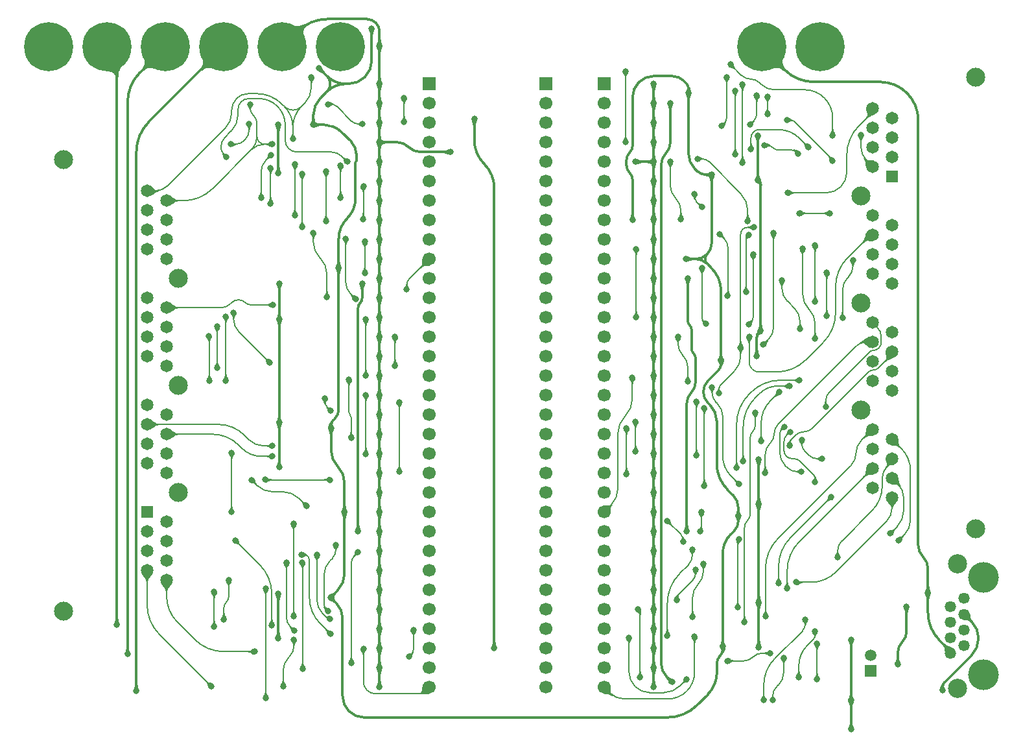
<source format=gbl>
%TF.GenerationSoftware,KiCad,Pcbnew,9.0.4*%
%TF.CreationDate,2025-09-13T10:54:26+02:00*%
%TF.ProjectId,HCP65 64 Pin Tester,48435036-3520-4363-9420-50696e205465,V1*%
%TF.SameCoordinates,Original*%
%TF.FileFunction,Copper,L2,Bot*%
%TF.FilePolarity,Positive*%
%FSLAX46Y46*%
G04 Gerber Fmt 4.6, Leading zero omitted, Abs format (unit mm)*
G04 Created by KiCad (PCBNEW 9.0.4) date 2025-09-13 10:54:26*
%MOMM*%
%LPD*%
G01*
G04 APERTURE LIST*
%TA.AperFunction,ComponentPad*%
%ADD10C,6.400000*%
%TD*%
%TA.AperFunction,ComponentPad*%
%ADD11R,1.500000X1.500000*%
%TD*%
%TA.AperFunction,ComponentPad*%
%ADD12C,1.500000*%
%TD*%
%TA.AperFunction,WasherPad*%
%ADD13C,4.000000*%
%TD*%
%TA.AperFunction,ComponentPad*%
%ADD14C,1.470000*%
%TD*%
%TA.AperFunction,ComponentPad*%
%ADD15C,2.500000*%
%TD*%
%TA.AperFunction,ComponentPad*%
%ADD16R,1.650000X1.650000*%
%TD*%
%TA.AperFunction,ComponentPad*%
%ADD17C,1.650000*%
%TD*%
%TA.AperFunction,ComponentPad*%
%ADD18C,2.475000*%
%TD*%
%TA.AperFunction,ComponentPad*%
%ADD19R,1.700000X1.700000*%
%TD*%
%TA.AperFunction,ComponentPad*%
%ADD20C,1.700000*%
%TD*%
%TA.AperFunction,ViaPad*%
%ADD21C,0.800000*%
%TD*%
%TA.AperFunction,Conductor*%
%ADD22C,0.380000*%
%TD*%
%TA.AperFunction,Conductor*%
%ADD23C,0.200000*%
%TD*%
G04 APERTURE END LIST*
D10*
%TO.P,H1,1,1*%
%TO.N,/12V*%
X88392000Y18796000D03*
%TD*%
%TO.P,H8,1,1*%
%TO.N,/GNDd*%
X80772000Y18796000D03*
%TD*%
%TO.P,H5,1,1*%
%TO.N,/GNDa*%
X10541000Y18796000D03*
%TD*%
%TO.P,H3,1,1*%
%TO.N,/5Vb*%
X-4699000Y18796000D03*
%TD*%
%TO.P,H7,1,1*%
%TO.N,/GNDb*%
X18161000Y18796000D03*
%TD*%
%TO.P,H6,1,1*%
%TO.N,/GNDc*%
X25781000Y18796000D03*
%TD*%
%TO.P,H4,1,1*%
%TO.N,/5Vc*%
X2921000Y18796000D03*
%TD*%
%TO.P,H2,1,1*%
%TO.N,/5Va*%
X-12319000Y18796000D03*
%TD*%
D11*
%TO.P,C10,1*%
%TO.N,/5Va*%
X94996000Y-62611000D03*
D12*
%TO.P,C10,2*%
%TO.N,/GNDb*%
X94996000Y-60610999D03*
%TD*%
D13*
%TO.P,J2,*%
%TO.N,*%
X109776300Y-63119000D03*
X109776300Y-50419000D03*
D14*
%TO.P,J2,1,1*%
%TO.N,/12V*%
X107236300Y-53189000D03*
%TO.P,J2,2,2*%
%TO.N,/5Va*%
X105456300Y-54209000D03*
%TO.P,J2,3,3*%
%TO.N,/5Vb*%
X107236300Y-55229000D03*
%TO.P,J2,4,4*%
%TO.N,/5Vc*%
X105456300Y-56249000D03*
%TO.P,J2,5,5*%
%TO.N,/GNDa*%
X107236300Y-57269000D03*
%TO.P,J2,6,6*%
%TO.N,/GNDb*%
X105456300Y-58289000D03*
%TO.P,J2,7,7*%
%TO.N,/GNDc*%
X107236300Y-59309000D03*
%TO.P,J2,8,8*%
%TO.N,/GNDd*%
X105456300Y-60329000D03*
D15*
%TO.P,J2,MH1,MH1*%
%TO.N,unconnected-(J2-PadMH1)*%
X106346300Y-48639000D03*
%TO.P,J2,MH2,MH2*%
%TO.N,unconnected-(J2-PadMH2)*%
X106346300Y-64899000D03*
%TD*%
D16*
%TO.P,J1,A1,A1*%
%TO.N,/IO24*%
X508000Y-41910000D03*
D17*
%TO.P,J1,A2,A2*%
%TO.N,/IO25*%
X3048000Y-43180000D03*
%TO.P,J1,A3,A3*%
%TO.N,/IO26*%
X508000Y-44450000D03*
%TO.P,J1,A4,A4*%
%TO.N,/IO27*%
X3048000Y-45720000D03*
%TO.P,J1,A5,A5*%
%TO.N,/IO28*%
X508000Y-46990000D03*
%TO.P,J1,A6,A6*%
%TO.N,/IO29*%
X3048000Y-48260000D03*
%TO.P,J1,A7,A7*%
%TO.N,/IO30*%
X508000Y-49530000D03*
%TO.P,J1,A8,A8*%
%TO.N,/IO31*%
X3048000Y-50800000D03*
%TO.P,J1,B1,B1*%
%TO.N,/IO16*%
X508000Y-27940000D03*
%TO.P,J1,B2,B2*%
%TO.N,/IO17*%
X3048000Y-29210000D03*
%TO.P,J1,B3,B3*%
%TO.N,/IO18*%
X508000Y-30480000D03*
%TO.P,J1,B4,B4*%
%TO.N,/IO19*%
X3048000Y-31750000D03*
%TO.P,J1,B5,B5*%
%TO.N,/IO20*%
X508000Y-33020000D03*
%TO.P,J1,B6,B6*%
%TO.N,/IO21*%
X3048000Y-34290000D03*
%TO.P,J1,B7,B7*%
%TO.N,/IO22*%
X508000Y-35560000D03*
%TO.P,J1,B8,B8*%
%TO.N,/IO23*%
X3048000Y-36830000D03*
%TO.P,J1,C1,C1*%
%TO.N,/IO8*%
X508000Y-13970000D03*
%TO.P,J1,C2,C2*%
%TO.N,/IO9*%
X3048000Y-15240000D03*
%TO.P,J1,C3,C3*%
%TO.N,/IO10*%
X508000Y-16510000D03*
%TO.P,J1,C4,C4*%
%TO.N,/IO11*%
X3048000Y-17780000D03*
%TO.P,J1,C5,C5*%
%TO.N,/IO12*%
X508000Y-19050000D03*
%TO.P,J1,C6,C6*%
%TO.N,/IO13*%
X3048000Y-20320000D03*
%TO.P,J1,C7,C7*%
%TO.N,/IO14*%
X508000Y-21590000D03*
%TO.P,J1,C8,C8*%
%TO.N,/IO15*%
X3048000Y-22860000D03*
%TO.P,J1,D1,D1*%
%TO.N,/IO0*%
X508000Y0D03*
%TO.P,J1,D2,D2*%
%TO.N,/IO1*%
X3048000Y-1270000D03*
%TO.P,J1,D3,D3*%
%TO.N,/IO2*%
X508000Y-2540000D03*
%TO.P,J1,D4,D4*%
%TO.N,/IO3*%
X3048000Y-3810000D03*
%TO.P,J1,D5,D5*%
%TO.N,/IO4*%
X508000Y-5080000D03*
%TO.P,J1,D6,D6*%
%TO.N,/IO5*%
X3048000Y-6350000D03*
%TO.P,J1,D7,D7*%
%TO.N,/IO6*%
X508000Y-7620000D03*
%TO.P,J1,D8,D8*%
%TO.N,/IO7*%
X3048000Y-8890000D03*
D18*
%TO.P,J1,MH1,MH1*%
%TO.N,unconnected-(J1-PadMH1)*%
X-10412000Y4060000D03*
%TO.P,J1,MH2,MH2*%
%TO.N,unconnected-(J1-PadMH2)*%
X4568000Y-11430000D03*
%TO.P,J1,MH3,MH3*%
%TO.N,unconnected-(J1-PadMH3)*%
X4568000Y-25400000D03*
%TO.P,J1,MH4,MH4*%
%TO.N,unconnected-(J1-PadMH4)*%
X4568000Y-39370000D03*
%TO.P,J1,MH5,MH5*%
%TO.N,unconnected-(J1-PadMH5)*%
X-10412000Y-54860000D03*
%TD*%
D19*
%TO.P,J8,1,Pin_1*%
%TO.N,/IO0*%
X37338000Y13970000D03*
D20*
%TO.P,J8,2,Pin_2*%
%TO.N,/IO1*%
X37338000Y11430000D03*
%TO.P,J8,3,Pin_3*%
%TO.N,/IO2*%
X37338000Y8890000D03*
%TO.P,J8,4,Pin_4*%
%TO.N,/IO3*%
X37338000Y6350000D03*
%TO.P,J8,5,Pin_5*%
%TO.N,/IO4*%
X37338000Y3810000D03*
%TO.P,J8,6,Pin_6*%
%TO.N,/IO5*%
X37338000Y1270000D03*
%TO.P,J8,7,Pin_7*%
%TO.N,/IO6*%
X37338000Y-1270000D03*
%TO.P,J8,8,Pin_8*%
%TO.N,/IO7*%
X37338000Y-3810000D03*
%TO.P,J8,9,Pin_9*%
%TO.N,/IO8*%
X37338000Y-6350000D03*
%TO.P,J8,10,Pin_10*%
%TO.N,/IO9*%
X37338000Y-8890000D03*
%TO.P,J8,11,Pin_11*%
%TO.N,/IO10*%
X37338000Y-11430000D03*
%TO.P,J8,12,Pin_12*%
%TO.N,/IO11*%
X37338000Y-13970000D03*
%TO.P,J8,13,Pin_13*%
%TO.N,/IO12*%
X37338000Y-16510000D03*
%TO.P,J8,14,Pin_14*%
%TO.N,/IO13*%
X37338000Y-19050000D03*
%TO.P,J8,15,Pin_15*%
%TO.N,/IO14*%
X37338000Y-21590000D03*
%TO.P,J8,16,Pin_16*%
%TO.N,/IO15*%
X37338000Y-24130000D03*
%TO.P,J8,17,Pin_17*%
%TO.N,/IO16*%
X37338000Y-26670000D03*
%TO.P,J8,18,Pin_18*%
%TO.N,/IO17*%
X37338000Y-29210000D03*
%TO.P,J8,19,Pin_19*%
%TO.N,/IO18*%
X37338000Y-31750000D03*
%TO.P,J8,20,Pin_20*%
%TO.N,/IO19*%
X37338000Y-34290000D03*
%TO.P,J8,21,Pin_21*%
%TO.N,/IO20*%
X37338000Y-36830000D03*
%TO.P,J8,22,Pin_22*%
%TO.N,/IO21*%
X37338000Y-39370000D03*
%TO.P,J8,23,Pin_23*%
%TO.N,/IO22*%
X37338000Y-41910000D03*
%TO.P,J8,24,Pin_24*%
%TO.N,/IO23*%
X37338000Y-44450000D03*
%TO.P,J8,25,Pin_25*%
%TO.N,/IO24*%
X37338000Y-46990000D03*
%TO.P,J8,26,Pin_26*%
%TO.N,/IO25*%
X37338000Y-49530000D03*
%TO.P,J8,27,Pin_27*%
%TO.N,/IO26*%
X37338000Y-52070000D03*
%TO.P,J8,28,Pin_28*%
%TO.N,/IO27*%
X37338000Y-54610000D03*
%TO.P,J8,29,Pin_29*%
%TO.N,/IO28*%
X37338000Y-57150000D03*
%TO.P,J8,30,Pin_30*%
%TO.N,/IO29*%
X37338000Y-59690000D03*
%TO.P,J8,31,Pin_31*%
%TO.N,/IO30*%
X37338000Y-62230000D03*
%TO.P,J8,32,Pin_32*%
%TO.N,/IO31*%
X37338000Y-64770000D03*
%TD*%
D19*
%TO.P,J3,1,Pin_1*%
%TO.N,/IO32*%
X52578000Y13970000D03*
D20*
%TO.P,J3,2,Pin_2*%
%TO.N,/IO33*%
X52578000Y11430000D03*
%TO.P,J3,3,Pin_3*%
%TO.N,/IO34*%
X52578000Y8890000D03*
%TO.P,J3,4,Pin_4*%
%TO.N,/IO35*%
X52578000Y6350000D03*
%TO.P,J3,5,Pin_5*%
%TO.N,/IO36*%
X52578000Y3810000D03*
%TO.P,J3,6,Pin_6*%
%TO.N,/IO37*%
X52578000Y1270000D03*
%TO.P,J3,7,Pin_7*%
%TO.N,/IO38*%
X52578000Y-1270000D03*
%TO.P,J3,8,Pin_8*%
%TO.N,/IO39*%
X52578000Y-3810000D03*
%TO.P,J3,9,Pin_9*%
%TO.N,/IO40*%
X52578000Y-6350000D03*
%TO.P,J3,10,Pin_10*%
%TO.N,/IO41*%
X52578000Y-8890000D03*
%TO.P,J3,11,Pin_11*%
%TO.N,/IO42*%
X52578000Y-11430000D03*
%TO.P,J3,12,Pin_12*%
%TO.N,/IO43*%
X52578000Y-13970000D03*
%TO.P,J3,13,Pin_13*%
%TO.N,/IO44*%
X52578000Y-16510000D03*
%TO.P,J3,14,Pin_14*%
%TO.N,/IO45*%
X52578000Y-19050000D03*
%TO.P,J3,15,Pin_15*%
%TO.N,/IO46*%
X52578000Y-21590000D03*
%TO.P,J3,16,Pin_16*%
%TO.N,/IO47*%
X52578000Y-24130000D03*
%TO.P,J3,17,Pin_17*%
%TO.N,/IO48*%
X52578000Y-26670000D03*
%TO.P,J3,18,Pin_18*%
%TO.N,/IO49*%
X52578000Y-29210000D03*
%TO.P,J3,19,Pin_19*%
%TO.N,/IO50*%
X52578000Y-31750000D03*
%TO.P,J3,20,Pin_20*%
%TO.N,/IO51*%
X52578000Y-34290000D03*
%TO.P,J3,21,Pin_21*%
%TO.N,/IO52*%
X52578000Y-36830000D03*
%TO.P,J3,22,Pin_22*%
%TO.N,/IO53*%
X52578000Y-39370000D03*
%TO.P,J3,23,Pin_23*%
%TO.N,/IO54*%
X52578000Y-41910000D03*
%TO.P,J3,24,Pin_24*%
%TO.N,/IO55*%
X52578000Y-44450000D03*
%TO.P,J3,25,Pin_25*%
%TO.N,/IO56*%
X52578000Y-46990000D03*
%TO.P,J3,26,Pin_26*%
%TO.N,/IO57*%
X52578000Y-49530000D03*
%TO.P,J3,27,Pin_27*%
%TO.N,/IO58*%
X52578000Y-52070000D03*
%TO.P,J3,28,Pin_28*%
%TO.N,/IO59*%
X52578000Y-54610000D03*
%TO.P,J3,29,Pin_29*%
%TO.N,/IO60*%
X52578000Y-57150000D03*
%TO.P,J3,30,Pin_30*%
%TO.N,/IO61*%
X52578000Y-59690000D03*
%TO.P,J3,31,Pin_31*%
%TO.N,/IO62*%
X52578000Y-62230000D03*
%TO.P,J3,32,Pin_32*%
%TO.N,/IO63*%
X52578000Y-64770000D03*
%TD*%
D16*
%TO.P,J4,A1,A1*%
%TO.N,/IO32*%
X97790000Y1905000D03*
D17*
%TO.P,J4,A2,A2*%
%TO.N,/IO33*%
X95250000Y3175000D03*
%TO.P,J4,A3,A3*%
%TO.N,/IO34*%
X97790000Y4445000D03*
%TO.P,J4,A4,A4*%
%TO.N,/IO35*%
X95250000Y5715000D03*
%TO.P,J4,A5,A5*%
%TO.N,/IO36*%
X97790000Y6985000D03*
%TO.P,J4,A6,A6*%
%TO.N,/IO37*%
X95250000Y8255000D03*
%TO.P,J4,A7,A7*%
%TO.N,/IO38*%
X97790000Y9525000D03*
%TO.P,J4,A8,A8*%
%TO.N,/IO39*%
X95250000Y10795000D03*
%TO.P,J4,B1,B1*%
%TO.N,/IO40*%
X97790000Y-12065000D03*
%TO.P,J4,B2,B2*%
%TO.N,/IO41*%
X95250000Y-10795000D03*
%TO.P,J4,B3,B3*%
%TO.N,/IO42*%
X97790000Y-9525000D03*
%TO.P,J4,B4,B4*%
%TO.N,/IO43*%
X95250000Y-8255000D03*
%TO.P,J4,B5,B5*%
%TO.N,/IO44*%
X97790000Y-6985000D03*
%TO.P,J4,B6,B6*%
%TO.N,/IO45*%
X95250000Y-5715000D03*
%TO.P,J4,B7,B7*%
%TO.N,/IO46*%
X97790000Y-4445000D03*
%TO.P,J4,B8,B8*%
%TO.N,/IO47*%
X95250000Y-3175000D03*
%TO.P,J4,C1,C1*%
%TO.N,/IO48*%
X97790000Y-26035000D03*
%TO.P,J4,C2,C2*%
%TO.N,/IO49*%
X95250000Y-24765000D03*
%TO.P,J4,C3,C3*%
%TO.N,/IO50*%
X97790000Y-23495000D03*
%TO.P,J4,C4,C4*%
%TO.N,/IO51*%
X95250000Y-22225000D03*
%TO.P,J4,C5,C5*%
%TO.N,/IO52*%
X97790000Y-20955000D03*
%TO.P,J4,C6,C6*%
%TO.N,/IO53*%
X95250000Y-19685000D03*
%TO.P,J4,C7,C7*%
%TO.N,/IO54*%
X97790000Y-18415000D03*
%TO.P,J4,C8,C8*%
%TO.N,/IO55*%
X95250000Y-17145000D03*
%TO.P,J4,D1,D1*%
%TO.N,/IO56*%
X97790000Y-40005000D03*
%TO.P,J4,D2,D2*%
%TO.N,/IO57*%
X95250000Y-38735000D03*
%TO.P,J4,D3,D3*%
%TO.N,/IO58*%
X97790000Y-37465000D03*
%TO.P,J4,D4,D4*%
%TO.N,/IO59*%
X95250000Y-36195000D03*
%TO.P,J4,D5,D5*%
%TO.N,/IO60*%
X97790000Y-34925000D03*
%TO.P,J4,D6,D6*%
%TO.N,/IO61*%
X95250000Y-33655000D03*
%TO.P,J4,D7,D7*%
%TO.N,/IO62*%
X97790000Y-32385000D03*
%TO.P,J4,D8,D8*%
%TO.N,/IO63*%
X95250000Y-31115000D03*
D18*
%TO.P,J4,MH1,MH1*%
%TO.N,unconnected-(J4-PadMH1)*%
X108710000Y-44065000D03*
%TO.P,J4,MH2,MH2*%
%TO.N,unconnected-(J4-PadMH2)*%
X93730000Y-28575000D03*
%TO.P,J4,MH3,MH3*%
%TO.N,unconnected-(J4-PadMH3)*%
X93730000Y-14605000D03*
%TO.P,J4,MH4,MH4*%
%TO.N,unconnected-(J4-PadMH4)*%
X93730000Y-635000D03*
%TO.P,J4,MH5,MH5*%
%TO.N,unconnected-(J4-PadMH5)*%
X108710000Y14855000D03*
%TD*%
D19*
%TO.P,J9,1,Pin_1*%
%TO.N,/IO32*%
X60198000Y13970000D03*
D20*
%TO.P,J9,2,Pin_2*%
%TO.N,/IO33*%
X60198000Y11430000D03*
%TO.P,J9,3,Pin_3*%
%TO.N,/IO34*%
X60198000Y8890000D03*
%TO.P,J9,4,Pin_4*%
%TO.N,/IO35*%
X60198000Y6350000D03*
%TO.P,J9,5,Pin_5*%
%TO.N,/IO36*%
X60198000Y3810000D03*
%TO.P,J9,6,Pin_6*%
%TO.N,/IO37*%
X60198000Y1270000D03*
%TO.P,J9,7,Pin_7*%
%TO.N,/IO38*%
X60198000Y-1270000D03*
%TO.P,J9,8,Pin_8*%
%TO.N,/IO39*%
X60198000Y-3810000D03*
%TO.P,J9,9,Pin_9*%
%TO.N,/IO40*%
X60198000Y-6350000D03*
%TO.P,J9,10,Pin_10*%
%TO.N,/IO41*%
X60198000Y-8890000D03*
%TO.P,J9,11,Pin_11*%
%TO.N,/IO42*%
X60198000Y-11430000D03*
%TO.P,J9,12,Pin_12*%
%TO.N,/IO43*%
X60198000Y-13970000D03*
%TO.P,J9,13,Pin_13*%
%TO.N,/IO44*%
X60198000Y-16510000D03*
%TO.P,J9,14,Pin_14*%
%TO.N,/IO45*%
X60198000Y-19050000D03*
%TO.P,J9,15,Pin_15*%
%TO.N,/IO46*%
X60198000Y-21590000D03*
%TO.P,J9,16,Pin_16*%
%TO.N,/IO47*%
X60198000Y-24130000D03*
%TO.P,J9,17,Pin_17*%
%TO.N,/IO48*%
X60198000Y-26670000D03*
%TO.P,J9,18,Pin_18*%
%TO.N,/IO49*%
X60198000Y-29210000D03*
%TO.P,J9,19,Pin_19*%
%TO.N,/IO50*%
X60198000Y-31750000D03*
%TO.P,J9,20,Pin_20*%
%TO.N,/IO51*%
X60198000Y-34290000D03*
%TO.P,J9,21,Pin_21*%
%TO.N,/IO52*%
X60198000Y-36830000D03*
%TO.P,J9,22,Pin_22*%
%TO.N,/IO53*%
X60198000Y-39370000D03*
%TO.P,J9,23,Pin_23*%
%TO.N,/IO54*%
X60198000Y-41910000D03*
%TO.P,J9,24,Pin_24*%
%TO.N,/IO55*%
X60198000Y-44450000D03*
%TO.P,J9,25,Pin_25*%
%TO.N,/IO56*%
X60198000Y-46990000D03*
%TO.P,J9,26,Pin_26*%
%TO.N,/IO57*%
X60198000Y-49530000D03*
%TO.P,J9,27,Pin_27*%
%TO.N,/IO58*%
X60198000Y-52070000D03*
%TO.P,J9,28,Pin_28*%
%TO.N,/IO59*%
X60198000Y-54610000D03*
%TO.P,J9,29,Pin_29*%
%TO.N,/IO60*%
X60198000Y-57150000D03*
%TO.P,J9,30,Pin_30*%
%TO.N,/IO61*%
X60198000Y-59690000D03*
%TO.P,J9,31,Pin_31*%
%TO.N,/IO62*%
X60198000Y-62230000D03*
%TO.P,J9,32,Pin_32*%
%TO.N,/IO63*%
X60198000Y-64770000D03*
%TD*%
D21*
%TO.N,/S61*%
X76327000Y-61341000D03*
%TO.N,/GNDa*%
X-889000Y-65278000D03*
%TO.N,/5Vc*%
X92456000Y-70231000D03*
X-2032000Y-60452000D03*
%TO.N,/5Vb*%
X-3429000Y-56642000D03*
%TO.N,/5Va*%
X22987000Y16002000D03*
X29845000Y21209000D03*
%TO.N,/GNDb*%
X30861000Y18923000D03*
%TO.N,/IO0*%
X21971000Y14859000D03*
%TO.N,/5Vc*%
X43241000Y9398000D03*
X45847000Y-59690000D03*
X92456000Y-66481000D03*
X92456000Y-58547000D03*
%TO.N,/GNDd*%
X71120000Y-11430000D03*
X102489000Y-52451000D03*
X28067000Y-44440000D03*
X28598000Y-12065800D03*
X70993000Y-44450000D03*
%TO.N,/IO33*%
X93730800Y7285700D03*
X79248000Y8636000D03*
X80137000Y12446000D03*
%TO.N,/IO30*%
X18285600Y-64631000D03*
X8890000Y-64643000D03*
X19685000Y-58547000D03*
%TO.N,/IO29*%
X20701000Y-47498000D03*
X24466300Y-57808400D03*
%TO.N,/IO25*%
X19653800Y-43434000D03*
X19641100Y-55497100D03*
%TO.N,/IO27*%
X12046800Y-45614100D03*
X16798500Y-56678200D03*
%TO.N,/IO39*%
X84201000Y-254000D03*
%TO.N,/IO32*%
X76200000Y14859000D03*
X75565000Y8509000D03*
%TO.N,/IO6*%
X23876000Y2540000D03*
X23876000Y-3937000D03*
%TO.N,/IO19*%
X16894500Y-34630000D03*
%TO.N,/IO18*%
X16891000Y-33274000D03*
%TO.N,/IO16*%
X26872300Y-24637600D03*
X27162600Y-32200000D03*
%TO.N,/IO7*%
X20765317Y2233935D03*
X20765317Y-4699000D03*
%TO.N,/IO1*%
X16833900Y6098900D03*
X13970000Y11303000D03*
%TO.N,/IO2*%
X16713500Y4715900D03*
X15437562Y-877000D03*
%TO.N,/IO5*%
X19812000Y-3175000D03*
X19812000Y3459000D03*
%TO.N,/IO31*%
X14534900Y-60120200D03*
X28754800Y-59741000D03*
%TO.N,/IO4*%
X25781000Y-877000D03*
X25781000Y3302000D03*
%TO.N,/IO3*%
X16633000Y2983300D03*
X16637000Y-1651000D03*
%TO.N,/IO9*%
X34417000Y-12827000D03*
X16931500Y-14869000D03*
%TO.N,/IO24*%
X25146000Y-46228000D03*
X24148300Y-54817172D03*
%TO.N,/IO8*%
X23997569Y-13874045D03*
X22225000Y-5461000D03*
%TO.N,/IO26*%
X24417800Y-55832000D03*
X22697895Y-47498000D03*
%TO.N,/IO0*%
X19551000Y6768700D03*
%TO.N,/IO28*%
X19703200Y-57373800D03*
X18718100Y-48526000D03*
%TO.N,/GNDc*%
X68834000Y11430000D03*
X69060531Y-64097769D03*
%TO.N,/5Va*%
X24466300Y-53057600D03*
X22225000Y8636000D03*
X75692000Y-59436000D03*
X75450185Y-22110000D03*
X99695000Y-54229000D03*
X24525900Y-30950100D03*
X70866000Y-8890000D03*
X63912100Y-3810000D03*
X74232045Y2102167D03*
X98552000Y-61750200D03*
X26289000Y-41910000D03*
X77724000Y-42418000D03*
X71230200Y12805500D03*
X25534100Y-10054500D03*
%TO.N,/5Vb*%
X104382500Y-65202000D03*
%TO.N,/GNDb*%
X80385000Y-59555000D03*
X30861000Y13970000D03*
X66675000Y-54610000D03*
X30861000Y-21590000D03*
X30861000Y-39370000D03*
X30861000Y8890000D03*
X66675000Y-41910000D03*
X66675000Y-64770000D03*
X17653000Y2274000D03*
X17647000Y-52578000D03*
X30861000Y-13970000D03*
X66675000Y13970000D03*
X66675000Y-26670000D03*
X30861000Y-3810000D03*
X66675000Y-3683000D03*
X80385000Y-35044000D03*
X80143000Y-21590000D03*
X66675000Y-57150000D03*
X30861000Y-11430000D03*
X66675000Y-24130000D03*
X30861000Y-6350000D03*
X80645000Y-18288000D03*
X30861000Y-59690000D03*
X30861000Y-29210000D03*
X30861000Y-1270000D03*
X30861000Y-64770000D03*
X66675000Y-44450000D03*
X64293997Y3810000D03*
X30861000Y3810000D03*
X66675000Y-39370000D03*
X30861000Y-46990000D03*
X30861000Y11430000D03*
X30861000Y-8890000D03*
X66675000Y-11430000D03*
X30861000Y-62230000D03*
X30861000Y-41910000D03*
X66675000Y-6350000D03*
X17780000Y-16764000D03*
X30861000Y-24130000D03*
X17774000Y-36068000D03*
X66675000Y-8890000D03*
X66675000Y11430000D03*
X80385000Y-40886000D03*
X66675000Y-36830000D03*
X66675000Y6350000D03*
X66675000Y8890000D03*
X30861000Y1270000D03*
X66675000Y-46990000D03*
X17774000Y-30226000D03*
X30861000Y-31750000D03*
X30861000Y-44450000D03*
X80270000Y7239000D03*
X80270000Y1397000D03*
X66675000Y-49530000D03*
X66675000Y-21590000D03*
X66675000Y1270000D03*
X30861000Y-49530000D03*
X66675000Y-13970000D03*
X30861000Y-36830000D03*
X66675000Y-59690000D03*
X66675000Y-31750000D03*
X80385000Y-53713000D03*
X30861000Y-57150000D03*
X66675000Y-52070000D03*
X30861000Y-52070000D03*
X40132000Y5080000D03*
X66675000Y-16510000D03*
X30861000Y6350000D03*
X30861000Y-19050000D03*
X66675000Y3810000D03*
X30861000Y-26670000D03*
X30861000Y-54610000D03*
X17780000Y-12065000D03*
X30861000Y-34290000D03*
X66675000Y-34290000D03*
X17653000Y8636000D03*
X66675000Y-19050000D03*
X30861000Y-16510000D03*
X66675000Y-1270000D03*
X66675000Y-29210000D03*
X66675000Y-62230000D03*
X17592262Y-58397423D03*
%TO.N,/IO34*%
X90043000Y3937000D03*
X84074000Y9272800D03*
%TO.N,/IO35*%
X85562051Y4851706D03*
X81126998Y5969000D03*
%TO.N,/IO36*%
X86868000Y5715000D03*
X79382000Y5441900D03*
%TO.N,/IO37*%
X77343000Y13081000D03*
X77327800Y4771500D03*
%TO.N,/IO38*%
X78255718Y13889620D03*
X78278500Y3683000D03*
%TO.N,Net-(LED4-Pad1)*%
X72898000Y-41910000D03*
X72771000Y-44450000D03*
%TO.N,/S4*%
X10869000Y4445000D03*
X26670000Y3810000D03*
%TO.N,/S3*%
X13843000Y8775000D03*
X11468998Y6096000D03*
X24130000Y11303000D03*
X28648200Y8728200D03*
%TO.N,/S2*%
X34072100Y8980900D03*
X34072100Y12155900D03*
%TO.N,/S15*%
X8590600Y-18956000D03*
X8636000Y-24765000D03*
%TO.N,/S14*%
X11812000Y-15874000D03*
X16510000Y-22394000D03*
%TO.N,/S13*%
X9652000Y-23114000D03*
X32893000Y-19050000D03*
X32893000Y-22798000D03*
X9640638Y-17691001D03*
%TO.N,/S12*%
X10795000Y-24765000D03*
X10795000Y-16383000D03*
X29083000Y-24130000D03*
X29050500Y-16764000D03*
%TO.N,/S11*%
X27739200Y-14097300D03*
X26457800Y-6223000D03*
%TO.N,/S10*%
X28956000Y-6604000D03*
X28995200Y-10691300D03*
%TO.N,/S23*%
X11546700Y-34173300D03*
X11557000Y-41898000D03*
%TO.N,/S22*%
X14161100Y-37700000D03*
X21336000Y-41108300D03*
%TO.N,/S21*%
X24435300Y-37699500D03*
X15965600Y-37670700D03*
%TO.N,/S20*%
X33439900Y-27559000D03*
X33439900Y-36650900D03*
%TO.N,/S19*%
X29061400Y-34319400D03*
X29089700Y-26620700D03*
%TO.N,/S17*%
X23749000Y-27039000D03*
X24511000Y-28702000D03*
%TO.N,/S31*%
X28035200Y-47155300D03*
X27178000Y-61595001D03*
%TO.N,/S30*%
X20828000Y-62357000D03*
X20790805Y-48526000D03*
%TO.N,/S29*%
X9271000Y-52324000D03*
X9271000Y-56896000D03*
%TO.N,/S28*%
X11176000Y-50800000D03*
X10541000Y-55923002D03*
%TO.N,/S27*%
X35301100Y-57290700D03*
X34695400Y-60802200D03*
%TO.N,/S24*%
X16042500Y-51908800D03*
X16002000Y-66167000D03*
%TO.N,/S38*%
X72009000Y-381000D03*
X73024300Y-2138500D03*
%TO.N,/S37*%
X78952380Y-3937000D03*
X72390000Y4191000D03*
%TO.N,/S36*%
X89662000Y-2921000D03*
X68834000Y3810000D03*
X70231000Y-3683000D03*
X85725000Y-2921000D03*
%TO.N,/S35*%
X90043000Y7239000D03*
X62992000Y6350000D03*
X76708000Y16498000D03*
X62992000Y15621000D03*
%TO.N,/S34*%
X81562945Y10022800D03*
X81534000Y12319000D03*
%TO.N,/S7*%
X28702000Y-3683000D03*
X28755700Y635000D03*
%TO.N,/IO53*%
X81239500Y-36790000D03*
%TO.N,/IO47*%
X78023500Y-20447000D03*
X75184000Y-26416000D03*
X79756000Y-4752916D03*
%TO.N,/IO46*%
X82317300Y-5502916D03*
X80988500Y-20066000D03*
%TO.N,/IO40*%
X78726100Y-13180300D03*
X79105089Y-5727000D03*
%TO.N,/IO41*%
X76327000Y-13716000D03*
X75320100Y-5658500D03*
%TO.N,/IO43*%
X72982100Y-10054500D03*
X73511100Y-17373000D03*
%TO.N,/IO44*%
X79666700Y-8314700D03*
X79121000Y-17399000D03*
%TO.N,/IO45*%
X79140800Y-19050000D03*
%TO.N,/IO49*%
X80707700Y-32646000D03*
X83059300Y-26254200D03*
%TO.N,/IO50*%
X78359000Y-35306000D03*
X84380900Y-25450900D03*
%TO.N,/IO55*%
X73279000Y-38481000D03*
X89133900Y-28194000D03*
X73279000Y-28321000D03*
%TO.N,/IO51*%
X85725000Y-24700900D03*
X77503499Y-36140000D03*
%TO.N,/IO52*%
X84446919Y-33237419D03*
%TO.N,/IO54*%
X77840600Y-38290200D03*
X74295000Y-25654000D03*
X63881000Y-24384000D03*
%TO.N,/IO48*%
X72263000Y-34544000D03*
X72263000Y-27481750D03*
%TO.N,/S45*%
X71120000Y-24892000D03*
X69850000Y-19050000D03*
%TO.N,/S44*%
X87757000Y-19304000D03*
X86124000Y-7538700D03*
X64389000Y-7564700D03*
X64389000Y-16510000D03*
%TO.N,/S43*%
X85785300Y-18034200D03*
X83417100Y-11669800D03*
%TO.N,/S42*%
X89262200Y-16352000D03*
X89281000Y-10668000D03*
%TO.N,/S41*%
X92687800Y-9009700D03*
X91324700Y-16602400D03*
%TO.N,/S40*%
X87757000Y-14466000D03*
X87757000Y-7112000D03*
%TO.N,/S54*%
X68446600Y-43064700D03*
X70511500Y-45807300D03*
%TO.N,/S52*%
X63119000Y-30988000D03*
X87757000Y-37973000D03*
X63119000Y-36957000D03*
X84527743Y-31463619D03*
%TO.N,/S51*%
X64308300Y-34024000D03*
X85986672Y-36619002D03*
X64308300Y-30129700D03*
X83734580Y-30775580D03*
%TO.N,/S50*%
X86021677Y-32507089D03*
X88636199Y-34943999D03*
%TO.N,/IO61*%
X78523400Y-56289900D03*
X79925814Y-28913800D03*
%TO.N,/IO58*%
X77778902Y-45454000D03*
X77684872Y-54355000D03*
X97556100Y-44716900D03*
%TO.N,/IO63*%
X72009000Y-58166000D03*
X81277900Y-55520200D03*
%TO.N,/IO59*%
X84103200Y-51849100D03*
%TO.N,/IO56*%
X85291700Y-51073800D03*
%TO.N,/IO57*%
X82984900Y-51181000D03*
X89852500Y-39941500D03*
%TO.N,/IO62*%
X68453000Y-58039000D03*
X98679000Y-45593000D03*
X71708900Y-46816900D03*
%TO.N,/IO60*%
X90678000Y-47830000D03*
X71749800Y-55626200D03*
X73152000Y-48641000D03*
%TO.N,/S58*%
X69685500Y-53363800D03*
X72136000Y-49422550D03*
%TO.N,/S59*%
X64897000Y-63500000D03*
X86465300Y-55945500D03*
X64643000Y-54610000D03*
X81050500Y-66481000D03*
%TO.N,/S60*%
X63444500Y-58293000D03*
X87757000Y-57476000D03*
X70993000Y-63699100D03*
X85631142Y-63451000D03*
%TO.N,/S61*%
X81915000Y-60325000D03*
%TO.N,/S62*%
X88011000Y-63754000D03*
X88011000Y-59076000D03*
%TO.N,/S63*%
X82225200Y-66481000D03*
X83653000Y-60903500D03*
%TD*%
D22*
%TO.N,/GNDa*%
X704792Y8959792D02*
G75*
G03*
X-889001Y5112036I3847768J-3847762D01*
G01*
%TO.N,/GNDc*%
X67654900Y-61698206D02*
G75*
G03*
X68357711Y-63394957I2399600J6D01*
G01*
X68244450Y4871450D02*
G75*
G03*
X67654879Y3448150I1423350J-1423350D01*
G01*
X68834000Y6294749D02*
G75*
G02*
X68244435Y4871465I-2012900J51D01*
G01*
%TO.N,/5Vb*%
X104665873Y-64117126D02*
G75*
G03*
X104382536Y-64801250I684127J-684074D01*
G01*
X108172240Y-56164940D02*
G75*
G02*
X109093026Y-58387850I-2222940J-2222960D01*
G01*
X109093000Y-58387850D02*
G75*
G02*
X108172222Y-60610741I-3143700J50D01*
G01*
%TO.N,/GNDd*%
X71882000Y-21209000D02*
G75*
G02*
X72135996Y-21822210I-613200J-613200D01*
G01*
X71374000Y-17526000D02*
G75*
G02*
X71627996Y-18139210I-613200J-613200D01*
G01*
X99758500Y12763500D02*
G75*
G02*
X101219017Y9237541I-3526000J-3526000D01*
G01*
X72136000Y-24972776D02*
G75*
G02*
X71564507Y-26352507I-1951200J-24D01*
G01*
X28598000Y-13982626D02*
G75*
G02*
X28332492Y-14623592I-906500J26D01*
G01*
X101854000Y-47752000D02*
G75*
G02*
X102488989Y-49285025I-1533000J-1533000D01*
G01*
X71628000Y-20595789D02*
G75*
G03*
X71881997Y-21209003I867200J-11D01*
G01*
X71120000Y-16912789D02*
G75*
G03*
X71373997Y-17526003I867200J-11D01*
G01*
X28332500Y-14623600D02*
G75*
G03*
X28066989Y-15264573I641000J-641000D01*
G01*
X102489000Y-55030902D02*
G75*
G03*
X103972651Y-58612749I5065500J2D01*
G01*
X101219000Y-46218974D02*
G75*
G03*
X101853992Y-47752008I2168000J-26D01*
G01*
X83750207Y15817792D02*
G75*
G03*
X87597963Y14223959I3847793J3847708D01*
G01*
X71564500Y-26352500D02*
G75*
G03*
X70993010Y-27732223I1379700J-1379700D01*
G01*
X99758500Y12763500D02*
G75*
G03*
X96232541Y14224017I-3526000J-3526000D01*
G01*
%TO.N,/5Vc*%
X43241002Y6658516D02*
G75*
G03*
X44543996Y3512794I4448698J-16D01*
G01*
X-438207Y15436792D02*
G75*
G03*
X-2031997Y11589036I3847757J-3847752D01*
G01*
X44544001Y3512799D02*
G75*
G02*
X45846992Y367081I-3145701J-3145699D01*
G01*
%TO.N,/GNDb*%
X30382638Y21941361D02*
G75*
G03*
X29227771Y22419704I-1154838J-1154861D01*
G01*
X34671000Y5715000D02*
G75*
G03*
X36204025Y5080011I1533000J1533000D01*
G01*
X80457500Y1209500D02*
G75*
G02*
X80645014Y756834I-452700J-452700D01*
G01*
X30382638Y21941361D02*
G75*
G02*
X30861004Y20786494I-1154838J-1154861D01*
G01*
X24038686Y22419723D02*
G75*
G03*
X20190942Y20825918I14J-5441523D01*
G01*
X34671000Y5715000D02*
G75*
G03*
X33137974Y6349989I-1533000J-1533000D01*
G01*
X17647000Y-58303979D02*
G75*
G02*
X17619632Y-58370055I-93400J-21D01*
G01*
X17780000Y-30215757D02*
G75*
G02*
X17777033Y-30223033I-10300J-43D01*
G01*
X80394000Y-18539000D02*
G75*
G03*
X80142987Y-19144967I606000J-606000D01*
G01*
%TO.N,/5Va*%
X75444000Y-22099441D02*
G75*
G03*
X75447104Y-22106895I10600J41D01*
G01*
X74024800Y-27923800D02*
G75*
G02*
X74897589Y-30030925I-2107100J-2107100D01*
G01*
X77724000Y-43116500D02*
G75*
G02*
X77230080Y-44308909I-1686300J0D01*
G01*
X25250650Y-53841950D02*
G75*
G02*
X26034984Y-55735538I-1893550J-1893550D01*
G01*
X76708000Y-44831000D02*
G75*
G03*
X75692017Y-47283840I2452800J-2452800D01*
G01*
X75692000Y-59880500D02*
G75*
G02*
X75377688Y-60639305I-1073100J0D01*
G01*
X28956000Y14859000D02*
G75*
G02*
X26809764Y13970015I-2146200J2146200D01*
G01*
X25534100Y-28489994D02*
G75*
G02*
X25030001Y-29707001I-1721100J-6D01*
G01*
X99123500Y-58864500D02*
G75*
G03*
X98552010Y-60244223I1379700J-1379700D01*
G01*
X73735716Y-24816283D02*
G75*
G03*
X73151990Y-26225500I1409184J-1409217D01*
G01*
X25897190Y7676809D02*
G75*
G03*
X23581500Y8635994I-2315690J-2315709D01*
G01*
X70902349Y14060650D02*
G75*
G02*
X71230220Y13269150I-791549J-791550D01*
G01*
X75450185Y-22605907D02*
G75*
G02*
X75099513Y-23452462I-1197185J7D01*
G01*
X29845000Y17005235D02*
G75*
G02*
X28955999Y14859001I-3035240J5D01*
G01*
X72331368Y2598630D02*
G75*
G03*
X73529939Y2102193I1198532J1198570D01*
G01*
X72332792Y-67113206D02*
G75*
G02*
X68485036Y-68707010I-3847792J3847806D01*
G01*
X70603600Y14359400D02*
G75*
G03*
X69090853Y14986022I-1512800J-1512800D01*
G01*
X63912100Y5925906D02*
G75*
G02*
X63515552Y4968548I-1353900J-6D01*
G01*
X74930000Y-62801500D02*
G75*
G02*
X73717672Y-65728341I-4139200J0D01*
G01*
X25407450Y-35948450D02*
G75*
G02*
X26289000Y-38076699I-2128250J-2128250D01*
G01*
X24787175Y-29949824D02*
G75*
G03*
X24525884Y-30580600I630725J-630776D01*
G01*
X75452250Y-16389750D02*
G75*
G03*
X75443986Y-16409667I19950J-19950D01*
G01*
X64722050Y14176050D02*
G75*
G03*
X63912118Y12220657I1955350J-1955350D01*
G01*
X23123025Y12074025D02*
G75*
G03*
X22225014Y9906000I2168075J-2168025D01*
G01*
X99695000Y-57484776D02*
G75*
G02*
X99123507Y-58864507I-1951200J-24D01*
G01*
X63515550Y4968550D02*
G75*
G03*
X63119003Y4011193I957350J-957350D01*
G01*
X71230200Y4829497D02*
G75*
G03*
X72029024Y2900991I2727300J3D01*
G01*
X74242750Y-10107750D02*
G75*
G02*
X75460517Y-13047658I-2939950J-2939950D01*
G01*
X77005579Y-39667579D02*
G75*
G02*
X77724012Y-41402000I-1734379J-1734421D01*
G01*
X26860500Y-67881500D02*
G75*
G03*
X28853433Y-68706986I1992900J1992900D01*
G01*
X63119000Y3354806D02*
G75*
G03*
X63515548Y2397448I1353900J-6D01*
G01*
X24003000Y12954000D02*
G75*
G03*
X24003000Y14986000I-1016000J1016000D01*
G01*
X26455840Y13970000D02*
G75*
G03*
X24002988Y12954012I-40J-3468800D01*
G01*
X24003000Y14986000D02*
G75*
G03*
X26455840Y13970017I2452800J2452800D01*
G01*
X27158167Y6415832D02*
G75*
G02*
X27825468Y4804788I-1611067J-1611032D01*
G01*
X73152000Y-26225500D02*
G75*
G03*
X73735723Y-27634709I1992900J0D01*
G01*
X66677442Y14986000D02*
G75*
G03*
X64722038Y14176062I-42J-2765300D01*
G01*
X27777742Y3813318D02*
G75*
G03*
X27730029Y3698058I115258J-115218D01*
G01*
X75460500Y-16369832D02*
G75*
G02*
X75452240Y-16389740I-28200J32D01*
G01*
X74897600Y-35561033D02*
G75*
G03*
X76310810Y-38972790I4825000J33D01*
G01*
X27730000Y-943264D02*
G75*
G02*
X26632049Y-3593949I-3748640J4D01*
G01*
X27825484Y3928577D02*
G75*
G02*
X27777727Y3813333I-162984J23D01*
G01*
X74232045Y-6829445D02*
G75*
G02*
X73628498Y-8286453I-2060545J45D01*
G01*
X26632050Y-3593950D02*
G75*
G03*
X25534115Y-6244635I2650650J-2650650D01*
G01*
X24525900Y-33820200D02*
G75*
G03*
X25407450Y-35948450I3009800J0D01*
G01*
X63515550Y2397450D02*
G75*
G02*
X63912097Y1440093I-957350J-957350D01*
G01*
X26289000Y-49946056D02*
G75*
G02*
X25377650Y-52146250I-3111560J6D01*
G01*
X26035000Y-65888566D02*
G75*
G03*
X26860499Y-67881501I2818430J-4D01*
G01*
X75311000Y-60706000D02*
G75*
G03*
X74930006Y-61625815I919800J-919800D01*
G01*
X72171490Y-8890000D02*
G75*
G03*
X73628537Y-8286492I10J2060600D01*
G01*
X73628522Y-9493522D02*
G75*
G03*
X72171490Y-8890020I-1457022J-1457078D01*
G01*
X73628522Y-8286477D02*
G75*
G03*
X73628521Y-9493523I603478J-603523D01*
G01*
D23*
%TO.N,/S63*%
X83653000Y-62801792D02*
G75*
G02*
X82939102Y-64525302I-2437400J-8D01*
G01*
X82664242Y-64800157D02*
G75*
G03*
X82225204Y-65860100I1059958J-1059943D01*
G01*
%TO.N,/S61*%
X79629000Y-60833000D02*
G75*
G02*
X78402579Y-61340992I-1226400J1226400D01*
G01*
X80855420Y-60325000D02*
G75*
G03*
X79628994Y-60832994I-20J-1734400D01*
G01*
%TO.N,/S60*%
X70106650Y-64585450D02*
G75*
G02*
X67966811Y-65471805I-2139850J2139850D01*
G01*
X87757000Y-57884500D02*
G75*
G02*
X87468145Y-58581852I-986200J0D01*
G01*
X85630500Y-63449904D02*
G75*
G03*
X85630822Y-63450678I1100J4D01*
G01*
X63444500Y-62769791D02*
G75*
G03*
X64235897Y-64680403I2702000J-9D01*
G01*
X64235900Y-64680400D02*
G75*
G03*
X66146508Y-65471796I1910600J1910600D01*
G01*
X86693750Y-59356250D02*
G75*
G03*
X85630484Y-61923162I2566950J-2566950D01*
G01*
%TO.N,/S59*%
X64770000Y-54737000D02*
G75*
G02*
X64896998Y-55043605I-306600J-306600D01*
G01*
X82472314Y-61037684D02*
G75*
G03*
X81050540Y-64470250I3432586J-3432516D01*
G01*
X86465300Y-56495100D02*
G75*
G02*
X86076684Y-57433335I-1326900J0D01*
G01*
%TO.N,/S58*%
X72136000Y-49920775D02*
G75*
G02*
X71783710Y-50771307I-1202800J-25D01*
G01*
X69860261Y-52694738D02*
G75*
G03*
X69685543Y-53116650I421939J-421862D01*
G01*
%TO.N,/IO60*%
X96520000Y-38489000D02*
G75*
G02*
X95178626Y-41727389I-4579800J0D01*
G01*
X73152000Y-49681494D02*
G75*
G02*
X72450902Y-51374102I-2393700J-6D01*
G01*
X72450900Y-51374100D02*
G75*
G03*
X71749802Y-53066705I1692600J-1692600D01*
G01*
X91244392Y-45661607D02*
G75*
G03*
X90678004Y-47029000I1367408J-1367393D01*
G01*
X97155000Y-35957000D02*
G75*
G03*
X96520011Y-37490025I1533000J-1533000D01*
G01*
%TO.N,/IO62*%
X71708900Y-47561500D02*
G75*
G02*
X71182384Y-48832607I-1797600J0D01*
G01*
X98996500Y-33591500D02*
G75*
G02*
X100203021Y-36504248I-2912800J-2912800D01*
G01*
X100203000Y-42991369D02*
G75*
G02*
X99441009Y-44831009I-2601600J-31D01*
G01*
X70046792Y-49968207D02*
G75*
G03*
X68452959Y-53815963I3847708J-3847793D01*
G01*
%TO.N,/IO57*%
X84530600Y-45263399D02*
G75*
G03*
X82984920Y-48995050I3731600J-3731601D01*
G01*
%TO.N,/IO56*%
X90492728Y-49715271D02*
G75*
G02*
X87212950Y-51073837I-3279828J3279771D01*
G01*
X97790000Y-41369200D02*
G75*
G02*
X97048381Y-43159608I-2532000J0D01*
G01*
%TO.N,/IO59*%
X85696771Y-45748228D02*
G75*
G03*
X84103237Y-49595450I3847229J-3847172D01*
G01*
%TO.N,/IO63*%
X93091000Y-34226500D02*
G75*
G02*
X92417473Y-35852512I-2299500J0D01*
G01*
X93764519Y-32600480D02*
G75*
G03*
X93090988Y-34226500I1625981J-1626020D01*
G01*
X60960000Y-65532000D02*
G75*
G03*
X62799630Y-66293987I1839600J1839600D01*
G01*
X72009000Y-62825159D02*
G75*
G02*
X70993012Y-65278012I-3468800J-41D01*
G01*
X82871692Y-45398307D02*
G75*
G03*
X81277859Y-49246063I3847708J-3847793D01*
G01*
X70993000Y-65278000D02*
G75*
G02*
X68540159Y-66293983I-2452800J2452800D01*
G01*
%TO.N,/IO58*%
X98553000Y-38228000D02*
G75*
G02*
X99315952Y-40070044I-1842100J-1842000D01*
G01*
X77721076Y-45511826D02*
G75*
G03*
X77663277Y-45651430I139624J-139574D01*
G01*
X77663250Y-54318088D02*
G75*
G03*
X77674047Y-54344203I36950J-12D01*
G01*
X99316000Y-41712562D02*
G75*
G02*
X98436061Y-43836961I-3004300J-38D01*
G01*
%TO.N,/IO61*%
X79290500Y-42102978D02*
G75*
G02*
X78906956Y-43028956I-1309500J-22D01*
G01*
X79608157Y-31389843D02*
G75*
G03*
X79290510Y-32156734I766843J-766857D01*
G01*
X79925814Y-30622951D02*
G75*
G02*
X79608124Y-31389810I-1084514J51D01*
G01*
X78906950Y-43028950D02*
G75*
G03*
X78523409Y-43954921I925950J-925950D01*
G01*
%TO.N,/S50*%
X86956168Y-34505168D02*
G75*
G03*
X88015599Y-34943989I1059432J1059468D01*
G01*
X86021677Y-33038883D02*
G75*
G03*
X86397712Y-33946712I1283823J-17D01*
G01*
%TO.N,/S51*%
X83115500Y-34042120D02*
G75*
G03*
X83870258Y-35864244I2576900J20D01*
G01*
X84143578Y-36137578D02*
G75*
G03*
X85305837Y-36618970I1162222J1162278D01*
G01*
X83425040Y-31085120D02*
G75*
G03*
X83115501Y-31832415I747260J-747280D01*
G01*
%TO.N,/S52*%
X83990958Y-34630960D02*
G75*
G03*
X84700832Y-34924981I709842J709860D01*
G01*
X87487592Y-36941592D02*
G75*
G02*
X87757005Y-37592000I-650392J-650408D01*
G01*
X83696919Y-33921086D02*
G75*
G03*
X83990958Y-34630960I1003881J-14D01*
G01*
X84481658Y-31463619D02*
G75*
G03*
X84403002Y-31496223I42J-111281D01*
G01*
X85890315Y-35344315D02*
G75*
G03*
X84877999Y-34924992I-1012315J-1012285D01*
G01*
X84066246Y-31832946D02*
G75*
G03*
X83696911Y-32724580I891654J-891654D01*
G01*
%TO.N,/S54*%
X70271896Y-44889996D02*
G75*
G02*
X70511523Y-45468450I-578496J-578504D01*
G01*
%TO.N,/S41*%
X92006249Y-11327349D02*
G75*
G03*
X91324652Y-12972757I1645351J-1645451D01*
G01*
X92687800Y-9827750D02*
G75*
G02*
X92109317Y-11224214I-1974900J50D01*
G01*
%TO.N,/S42*%
X89281000Y-16319906D02*
G75*
G02*
X89271598Y-16342598I-32100J6D01*
G01*
%TO.N,/S43*%
X83417100Y-12681950D02*
G75*
G03*
X84132783Y-14409813I2443500J-50D01*
G01*
X85088128Y-15365128D02*
G75*
G02*
X85785334Y-17048250I-1683128J-1683172D01*
G01*
%TO.N,/S44*%
X86940500Y-15439500D02*
G75*
G02*
X87756998Y-17410705I-1971200J-1971200D01*
G01*
X86124000Y-13468294D02*
G75*
G03*
X86940498Y-15439502I2787700J-6D01*
G01*
%TO.N,/S45*%
X69850000Y-19939000D02*
G75*
G03*
X70478624Y-21456610I2146200J0D01*
G01*
X70485000Y-21463000D02*
G75*
G02*
X71119989Y-22996025I-1533000J-1533000D01*
G01*
%TO.N,/IO54*%
X63881000Y-27113618D02*
G75*
G02*
X62937444Y-29391544I-3221500J18D01*
G01*
X74992200Y-27748200D02*
G75*
G02*
X75689404Y-29431389I-1683200J-1683200D01*
G01*
X61993900Y-38844206D02*
G75*
G02*
X61095948Y-41012048I-3065800J6D01*
G01*
X62937450Y-29391550D02*
G75*
G03*
X61993892Y-31669481I2277950J-2277950D01*
G01*
X75689400Y-34617871D02*
G75*
G03*
X76764992Y-37214608I3672300J-29D01*
G01*
X74295000Y-26352500D02*
G75*
G03*
X74788920Y-27544908I1686300J0D01*
G01*
%TO.N,/IO52*%
X86312900Y-31422400D02*
G75*
G03*
X85218140Y-31875875I0J-1548200D01*
G01*
X87407667Y-30968932D02*
G75*
G02*
X86312900Y-31422410I-1094767J1094732D01*
G01*
X84655635Y-32438364D02*
G75*
G03*
X84446948Y-32942250I503865J-503836D01*
G01*
X96059209Y-23082790D02*
G75*
G02*
X95405900Y-23353405I-653309J653290D01*
G01*
X95405900Y-23353400D02*
G75*
G03*
X94752595Y-23624014I0J-923900D01*
G01*
%TO.N,/IO51*%
X83217063Y-24700900D02*
G75*
G03*
X79369315Y-26294701I37J-5441600D01*
G01*
X79097291Y-26566708D02*
G75*
G03*
X77503459Y-30414464I3847709J-3847792D01*
G01*
%TO.N,/IO55*%
X95822850Y-17717850D02*
G75*
G02*
X96395687Y-19100832I-1382950J-1382950D01*
G01*
X96395700Y-19710438D02*
G75*
G02*
X96072639Y-20490339I-1103000J38D01*
G01*
X95998890Y-20564109D02*
G75*
G02*
X95397050Y-20813444I-601890J601809D01*
G01*
X95397050Y-20813400D02*
G75*
G03*
X94795191Y-21062672I-50J-851100D01*
G01*
X89653623Y-26204276D02*
G75*
G03*
X89133886Y-27459000I1254677J-1254724D01*
G01*
%TO.N,/IO50*%
X79921049Y-27012949D02*
G75*
G03*
X78358987Y-30784072I3771151J-3771151D01*
G01*
X82932000Y-25450900D02*
G75*
G03*
X80458584Y-26475439I0J-3497900D01*
G01*
%TO.N,/IO49*%
X81883500Y-27430000D02*
G75*
G03*
X80707713Y-30268632I2838600J-2838600D01*
G01*
%TO.N,/IO45*%
X79517054Y-23256054D02*
G75*
G03*
X80425413Y-23632301I908346J908354D01*
G01*
X92017792Y-8687507D02*
G75*
G03*
X90423959Y-12535263I3847708J-3847793D01*
G01*
X90424000Y-15907036D02*
G75*
G02*
X88830200Y-19754785I-5441600J36D01*
G01*
X86546483Y-22038516D02*
G75*
G02*
X82698727Y-23632340I-3847783J3847716D01*
G01*
X79140800Y-22347695D02*
G75*
G03*
X79517055Y-23256053I1284600J-5D01*
G01*
%TO.N,/IO44*%
X79666700Y-16467431D02*
G75*
G02*
X79393841Y-17126141I-931600J31D01*
G01*
%TO.N,/IO43*%
X72982100Y-16469940D02*
G75*
G03*
X73246612Y-17108488I903100J40D01*
G01*
%TO.N,/IO41*%
X76377900Y-13629108D02*
G75*
G02*
X76352448Y-13690548I-86900J8D01*
G01*
X75849000Y-6187400D02*
G75*
G02*
X76377909Y-7464277I-1276900J-1276900D01*
G01*
%TO.N,/IO40*%
X78915594Y-5916494D02*
G75*
G03*
X78726089Y-6373974I457506J-457506D01*
G01*
%TO.N,/IO46*%
X82317300Y-17797596D02*
G75*
G02*
X81652901Y-19401601I-2268400J-4D01*
G01*
%TO.N,/IO47*%
X78023500Y-21567250D02*
G75*
G02*
X77231334Y-23479607I-2704500J50D01*
G01*
X78291292Y-5020708D02*
G75*
G03*
X78023511Y-5667215I646508J-646492D01*
G01*
X78937799Y-4752916D02*
G75*
G03*
X78291296Y-5020712I1J-914284D01*
G01*
X75498308Y-25212691D02*
G75*
G03*
X75183994Y-25971500I758792J-758809D01*
G01*
%TO.N,/IO53*%
X82413800Y-31683938D02*
G75*
G02*
X81911545Y-32896406I-1714700J38D01*
G01*
X81826650Y-32981350D02*
G75*
G03*
X81239452Y-34398855I1417450J-1417550D01*
G01*
X82916030Y-30471446D02*
G75*
G03*
X82413820Y-31683938I1212470J-1212454D01*
G01*
X94476238Y-19685000D02*
G75*
G03*
X93155331Y-20232119I-38J-1868000D01*
G01*
%TO.N,/S7*%
X28755700Y-3591328D02*
G75*
G02*
X28728842Y-3656142I-91700J28D01*
G01*
%TO.N,/S34*%
X81534000Y10072212D02*
G75*
G03*
X81548469Y10037269I49400J-12D01*
G01*
%TO.N,/S35*%
X88963500Y12128500D02*
G75*
G03*
X86357356Y13207982I-2606100J-2606100D01*
G01*
X80708499Y13906499D02*
G75*
G03*
X82394828Y13208010I1686301J1686301D01*
G01*
X88963500Y12128500D02*
G75*
G02*
X90042982Y9522356I-2606100J-2606100D01*
G01*
X78102843Y15103156D02*
G75*
G03*
X79305500Y14604995I1202657J1202644D01*
G01*
X80508156Y14106843D02*
G75*
G03*
X79305500Y14605003I-1202656J-1202643D01*
G01*
%TO.N,/S36*%
X68834000Y733828D02*
G75*
G03*
X69532491Y-952508I2384800J-28D01*
G01*
X69532500Y-952499D02*
G75*
G02*
X70230989Y-2638828I-1686300J-1686301D01*
G01*
%TO.N,/S37*%
X73895963Y3797636D02*
G75*
G03*
X72946300Y4191007I-949663J-949636D01*
G01*
X78005486Y-311886D02*
G75*
G02*
X78952392Y-2597890I-2285986J-2286014D01*
G01*
%TO.N,/S38*%
X72009000Y-752100D02*
G75*
G03*
X72271410Y-1385604I895900J0D01*
G01*
%TO.N,/S24*%
X16022250Y-51929050D02*
G75*
G03*
X16002016Y-51977937I48850J-48850D01*
G01*
%TO.N,/S27*%
X35301100Y-59768205D02*
G75*
G02*
X34998248Y-60499348I-1034000J5D01*
G01*
%TO.N,/S28*%
X10858500Y-53657500D02*
G75*
G03*
X10541005Y-54424012I766500J-766500D01*
G01*
X11176000Y-52890987D02*
G75*
G02*
X10858504Y-53657504I-1084000J-13D01*
G01*
%TO.N,/S30*%
X20809402Y-48544597D02*
G75*
G02*
X20828002Y-48589495I-44902J-44903D01*
G01*
%TO.N,/S31*%
X27606600Y-47583900D02*
G75*
G03*
X27178013Y-48618631I1034700J-1034700D01*
G01*
%TO.N,/S17*%
X23749000Y-27489500D02*
G75*
G03*
X24067552Y-28258550I1087600J0D01*
G01*
%TO.N,/S19*%
X29089700Y-34271088D02*
G75*
G02*
X29075553Y-34305253I-48300J-12D01*
G01*
%TO.N,/S21*%
X15980000Y-37685100D02*
G75*
G03*
X16014764Y-37699515I34800J34800D01*
G01*
%TO.N,/S22*%
X20403350Y-40175650D02*
G75*
G03*
X18151733Y-39242986I-2251650J-2251650D01*
G01*
X14932600Y-38471500D02*
G75*
G03*
X16795165Y-39243014I1862600J1862600D01*
G01*
%TO.N,/S23*%
X11546700Y-41880416D02*
G75*
G03*
X11551855Y-41892845I17600J16D01*
G01*
%TO.N,/S10*%
X28956000Y-10624381D02*
G75*
G03*
X28975595Y-10671705I66900J-19D01*
G01*
%TO.N,/S11*%
X26457800Y-11909813D02*
G75*
G03*
X27098504Y-13456596I2187500J13D01*
G01*
%TO.N,/S12*%
X29066750Y-16780250D02*
G75*
G02*
X29083008Y-16819480I-39250J-39250D01*
G01*
%TO.N,/S13*%
X9646319Y-17696682D02*
G75*
G02*
X9652001Y-17710397I-13719J-13718D01*
G01*
%TO.N,/S14*%
X11812000Y-16785000D02*
G75*
G03*
X12456184Y-18340164I2199300J0D01*
G01*
%TO.N,/S15*%
X8613300Y-18978700D02*
G75*
G02*
X8635999Y-19033502I-54800J-54800D01*
G01*
%TO.N,/S3*%
X25333308Y10988690D02*
G75*
G03*
X24574500Y11303004I-758808J-758790D01*
G01*
X13135224Y6531224D02*
G75*
G02*
X12084499Y6096015I-1050724J1050776D01*
G01*
X13843000Y8007000D02*
G75*
G02*
X13299938Y6695944I-1854100J0D01*
G01*
X27221013Y9100986D02*
G75*
G03*
X28121000Y8728207I899987J900014D01*
G01*
%TO.N,/S4*%
X10619548Y6913348D02*
G75*
G03*
X10160001Y5803900I1109452J-1109448D01*
G01*
X13763612Y12046000D02*
G75*
G03*
X12788146Y11641954I-12J-1379500D01*
G01*
X12788150Y11641950D02*
G75*
G03*
X12384105Y10666487I975450J-975450D01*
G01*
X17537000Y11038000D02*
G75*
G03*
X15103472Y12045989I-2433500J-2433500D01*
G01*
X18545000Y6592496D02*
G75*
G03*
X18988001Y5523001I1512500J4D01*
G01*
X17537000Y11038000D02*
G75*
G02*
X18544989Y8604472I-2433500J-2433500D01*
G01*
X12384100Y9957900D02*
G75*
G02*
X11479004Y7772802I-3090200J0D01*
G01*
X18988000Y5523000D02*
G75*
G03*
X20057496Y5079999I1069500J1069500D01*
G01*
X10160000Y5655338D02*
G75*
G03*
X10514497Y4799497I1210330J-8D01*
G01*
X26035000Y4445000D02*
G75*
G03*
X24501974Y5079989I-1533000J-1533000D01*
G01*
%TO.N,Net-(LED4-Pad1)*%
X72898000Y-44233197D02*
G75*
G02*
X72834501Y-44386501I-216800J-3D01*
G01*
%TO.N,/IO38*%
X78278440Y13889560D02*
G75*
G02*
X78278512Y13889416I-140J-160D01*
G01*
X78278440Y13889560D02*
G75*
G03*
X78278295Y13889613I-140J-160D01*
G01*
%TO.N,/IO37*%
X77335400Y13073400D02*
G75*
G03*
X77327849Y13055051I18400J-18300D01*
G01*
%TO.N,/IO36*%
X85727400Y6855600D02*
G75*
G03*
X82973748Y7996220I-2753700J-2753700D01*
G01*
X79688900Y7689300D02*
G75*
G03*
X79382009Y6948377I740900J-740900D01*
G01*
X80429822Y7996200D02*
G75*
G03*
X79688894Y7689306I-22J-1047800D01*
G01*
%TO.N,/IO35*%
X85320904Y5092853D02*
G75*
G03*
X84738723Y5334025I-582204J-582153D01*
G01*
X82159220Y5699379D02*
G75*
G03*
X81508299Y5969011I-650920J-650879D01*
G01*
X82207100Y5651500D02*
G75*
G03*
X82973612Y5334005I766500J766500D01*
G01*
%TO.N,/IO34*%
X85077795Y9010604D02*
G75*
G03*
X84444800Y9272796I-632995J-633004D01*
G01*
X90004674Y4083725D02*
G75*
G02*
X90042985Y3991200I-92574J-92525D01*
G01*
%TO.N,/IO28*%
X18718100Y-55692129D02*
G75*
G03*
X19210659Y-56881241I1681700J29D01*
G01*
%TO.N,/IO0*%
X19551000Y8333850D02*
G75*
G03*
X18444273Y11005729I-3778610J0D01*
G01*
X20657728Y11005728D02*
G75*
G03*
X19551033Y8333850I2671872J-2671828D01*
G01*
X18444271Y11005727D02*
G75*
G03*
X20657729Y11005727I1106729J1106773D01*
G01*
X3258420Y718420D02*
G75*
G02*
X1524000Y0I-1734420J1734420D01*
G01*
X18136989Y11313010D02*
G75*
G03*
X14788500Y12699993I-3348489J-3348510D01*
G01*
X12192000Y12065000D02*
G75*
G03*
X11557011Y10531974I1533000J-1533000D01*
G01*
X21971000Y13589000D02*
G75*
G02*
X21072984Y11420964I-3066100J0D01*
G01*
X11557000Y10223500D02*
G75*
G02*
X10703875Y8163875I-2912750J0D01*
G01*
X13725025Y12700000D02*
G75*
G03*
X12191992Y12065008I-25J-2168000D01*
G01*
%TO.N,/IO26*%
X22697895Y-53409436D02*
G75*
G03*
X23407447Y-55122447I2422555J-4D01*
G01*
X24010651Y-55725651D02*
G75*
G03*
X24267400Y-55831999I256749J256751D01*
G01*
%TO.N,/IO8*%
X23111284Y-8760284D02*
G75*
G02*
X23997593Y-10899964I-2139684J-2139716D01*
G01*
X22225000Y-6667500D02*
G75*
G03*
X23078134Y-8727114I2912700J0D01*
G01*
%TO.N,/IO24*%
X25146000Y-46863000D02*
G75*
G02*
X24696982Y-47947007I-1533000J0D01*
G01*
X24384000Y-48260000D02*
G75*
G03*
X23622013Y-50099630I1839600J-1839600D01*
G01*
X23622000Y-53918721D02*
G75*
G03*
X23885171Y-54554001I898400J21D01*
G01*
%TO.N,/IO9*%
X13276500Y-14546500D02*
G75*
G03*
X14055083Y-14869007I778600J778600D01*
G01*
X12427050Y-14224000D02*
G75*
G03*
X11527459Y-14596578I-50J-1272200D01*
G01*
X34776210Y-11451789D02*
G75*
G03*
X34416993Y-12319000I867190J-867211D01*
G01*
X13276500Y-14546500D02*
G75*
G03*
X12497916Y-14223993I-778600J-778600D01*
G01*
X11392100Y-14732000D02*
G75*
G02*
X10165679Y-15239992I-1226400J1226400D01*
G01*
%TO.N,/IO3*%
X16635000Y2981300D02*
G75*
G02*
X16636988Y2976471I-4800J-4800D01*
G01*
%TO.N,/IO31*%
X29216900Y-65157900D02*
G75*
G03*
X30332508Y-65619997I1115600J1115600D01*
G01*
X6710407Y-58526407D02*
G75*
G03*
X10558163Y-60120204I3847763J3847757D01*
G01*
X3048000Y-52832600D02*
G75*
G03*
X4484417Y-56300415I4904230J0D01*
G01*
X28754800Y-64042291D02*
G75*
G03*
X29216898Y-65157902I1577700J-9D01*
G01*
X36913000Y-65195000D02*
G75*
G02*
X35886959Y-65619983I-1026000J1026000D01*
G01*
%TO.N,/IO2*%
X16056750Y4059150D02*
G75*
G03*
X15399994Y2473615I1585550J-1585550D01*
G01*
X15400000Y-812877D02*
G75*
G03*
X15418774Y-858226I64100J-23D01*
G01*
%TO.N,/IO1*%
X14414499Y9842499D02*
G75*
G02*
X14858991Y8769382I-1073099J-1073099D01*
G01*
X13970000Y10795000D02*
G75*
G03*
X14329215Y9927794I1226400J0D01*
G01*
X16832450Y6097450D02*
G75*
G02*
X16828949Y6096021I-3450J3450D01*
G01*
X9064544Y301544D02*
G75*
G02*
X5270500Y-1269997I-3794044J3794056D01*
G01*
X14161792Y5398792D02*
G75*
G03*
X14859004Y7082000I-1683192J1683208D01*
G01*
X15845000Y6096000D02*
G75*
G03*
X14161795Y5398789I0J-2380400D01*
G01*
X14859000Y7082000D02*
G75*
G03*
X15845000Y6096000I986000J0D01*
G01*
%TO.N,/IO16*%
X26872300Y-28877726D02*
G75*
G03*
X27017458Y-29228142I495600J26D01*
G01*
X27017450Y-29228150D02*
G75*
G02*
X27162611Y-29578573I-350450J-350450D01*
G01*
%TO.N,/IO18*%
X13208000Y-31877000D02*
G75*
G03*
X9835343Y-30479998I-3372660J-3372660D01*
G01*
X13796776Y-32465776D02*
G75*
G03*
X15748000Y-33273984I1951224J1951276D01*
G01*
%TO.N,/IO19*%
X12489000Y-33190000D02*
G75*
G03*
X9012532Y-31750003I-3476460J-3476460D01*
G01*
X12880537Y-33581537D02*
G75*
G03*
X15411750Y-34629999I2531213J2531217D01*
G01*
%TO.N,/IO32*%
X76200000Y9593012D02*
G75*
G02*
X75882504Y8826496I-1084000J-12D01*
G01*
%TO.N,/IO39*%
X91092600Y541599D02*
G75*
G02*
X89171851Y-254022I-1920800J1920801D01*
G01*
X93481992Y8511592D02*
G75*
G03*
X91888189Y4663836I3847808J-3847792D01*
G01*
X91888200Y2462348D02*
G75*
G02*
X91092634Y541565I-2716400J-48D01*
G01*
%TO.N,/IO27*%
X15204707Y-48772007D02*
G75*
G02*
X16798504Y-52619763I-3847757J-3847763D01*
G01*
%TO.N,/IO25*%
X19653800Y-55475419D02*
G75*
G02*
X19647444Y-55490744I-21700J19D01*
G01*
%TO.N,/IO29*%
X21526500Y-47688500D02*
G75*
G02*
X21716997Y-48148407I-459900J-459900D01*
G01*
X21526500Y-47688500D02*
G75*
G03*
X21066592Y-47498003I-459900J-459900D01*
G01*
X21717000Y-53115051D02*
G75*
G03*
X23091647Y-56433753I4693340J-9D01*
G01*
%TO.N,/IO30*%
X18985299Y-60897699D02*
G75*
G03*
X18285609Y-62586925I1689201J-1689201D01*
G01*
X508000Y-54007036D02*
G75*
G03*
X2101792Y-57854792I5441552J1D01*
G01*
X19685000Y-59372500D02*
G75*
G02*
X19101277Y-60781710I-1992900J0D01*
G01*
%TO.N,/IO33*%
X80137000Y10153617D02*
G75*
G02*
X79692505Y9080495I-1517600J-17D01*
G01*
X93730800Y5768436D02*
G75*
G03*
X94490389Y3934589I2593400J-36D01*
G01*
D22*
%TO.N,/GNDd*%
X83750207Y15817792D02*
X80772000Y18796000D01*
X101219000Y9237541D02*
X101219000Y-46218974D01*
X102489000Y-52451000D02*
X102489000Y-49285025D01*
X87597963Y14224000D02*
X96232541Y14224000D01*
D23*
%TO.N,/S35*%
X80708499Y13906499D02*
X80508156Y14106843D01*
X86357356Y13208000D02*
X82394828Y13208000D01*
X76708000Y16498000D02*
X78102843Y15103156D01*
X90043000Y7239000D02*
X90043000Y9522356D01*
%TO.N,/IO38*%
X78255718Y13889620D02*
X78278295Y13889620D01*
X78278500Y3683000D02*
X78278500Y13889415D01*
%TO.N,/IO33*%
X80137000Y10153617D02*
X80137000Y12446000D01*
X79692500Y9080500D02*
X79248000Y8636000D01*
%TO.N,/IO37*%
X77327800Y4771500D02*
X77327800Y13055051D01*
X77335400Y13073400D02*
X77343000Y13081000D01*
%TO.N,/IO32*%
X75882500Y8826500D02*
X75565000Y8509000D01*
X76200000Y9593012D02*
X76200000Y14859000D01*
D22*
%TO.N,/5Va*%
X25250650Y-53841950D02*
X24466300Y-53057600D01*
X68485036Y-68707000D02*
X28853433Y-68707000D01*
X75377691Y-60639308D02*
X75311000Y-60706000D01*
X72332792Y-67113206D02*
X73717665Y-65728334D01*
X26035000Y-55735538D02*
X26035000Y-65888566D01*
X75692000Y-59880500D02*
X75692000Y-59436000D01*
X74930000Y-62801500D02*
X74930000Y-61625815D01*
D23*
%TO.N,/S31*%
X27178000Y-61595001D02*
X27178000Y-48618631D01*
X28035200Y-47155300D02*
X27606600Y-47583900D01*
%TO.N,/S61*%
X78402579Y-61341000D02*
X76327000Y-61341000D01*
X80855420Y-60325000D02*
X81915000Y-60325000D01*
D22*
%TO.N,/GNDb*%
X29227771Y22419723D02*
X24038686Y22419723D01*
X30861000Y18923000D02*
X30861000Y20786494D01*
%TO.N,/GNDa*%
X704792Y8959792D02*
X10541000Y18796000D01*
X-889000Y-65278000D02*
X-888999Y5112036D01*
%TO.N,/5Vc*%
X-2032000Y-60452000D02*
X-2031999Y11589036D01*
X-438207Y15436792D02*
X2921000Y18796000D01*
%TO.N,/5Vb*%
X-3429000Y-56642000D02*
X-3429000Y17526000D01*
%TO.N,/5Vc*%
X92456000Y-66481000D02*
X92456000Y-70231000D01*
%TO.N,/5Va*%
X22987000Y16002000D02*
X24003000Y14986000D01*
X29845000Y17005235D02*
X29845000Y21209000D01*
X26809764Y13970000D02*
X26455840Y13970000D01*
X22225000Y8636000D02*
X22225000Y9906000D01*
X23123025Y12074025D02*
X24003000Y12954000D01*
D23*
%TO.N,/IO0*%
X21971000Y14859000D02*
X21971000Y13589000D01*
X20657728Y11005728D02*
X21072974Y11420974D01*
D22*
%TO.N,/GNDb*%
X30861000Y18923000D02*
X30861000Y13970000D01*
%TO.N,/5Vc*%
X92456000Y-66481000D02*
X92456000Y-58547000D01*
X43241002Y6658516D02*
X43241002Y9397998D01*
X45847000Y-59690000D02*
X45847000Y367081D01*
X43241002Y9397998D02*
X43241000Y9398000D01*
%TO.N,/GNDd*%
X28067000Y-15264573D02*
X28067000Y-44440000D01*
X103972650Y-58612750D02*
X105456300Y-60096400D01*
X28598000Y-13982626D02*
X28598000Y-12065800D01*
X71120000Y-16912789D02*
X71120000Y-11430000D01*
X102489000Y-52451000D02*
X102489000Y-55030902D01*
X72136000Y-21822210D02*
X72136000Y-24972776D01*
X70993000Y-44450000D02*
X70993000Y-27732223D01*
X71628000Y-18139210D02*
X71628000Y-20595789D01*
D23*
%TO.N,/IO33*%
X94490400Y3934600D02*
X95250000Y3175000D01*
X93730800Y5768436D02*
X93730800Y7285700D01*
%TO.N,/IO30*%
X19685000Y-59372500D02*
X19685000Y-58547000D01*
X18985299Y-60897699D02*
X19101283Y-60781716D01*
X8890000Y-64643000D02*
X2101792Y-57854792D01*
X18285600Y-64631000D02*
X18285600Y-62586925D01*
X508000Y-54007036D02*
X508000Y-49530000D01*
%TO.N,/IO29*%
X21717000Y-48148407D02*
X21717000Y-53115051D01*
X20701000Y-47498000D02*
X21066592Y-47498000D01*
X24466300Y-57808400D02*
X23091650Y-56433750D01*
%TO.N,/IO25*%
X19647450Y-55490750D02*
X19641100Y-55497100D01*
X19653800Y-55475419D02*
X19653800Y-43434000D01*
%TO.N,/IO27*%
X16798500Y-56678200D02*
X16798500Y-52619763D01*
X12046800Y-45614100D02*
X15204707Y-48772007D01*
%TO.N,/IO39*%
X91888200Y4663836D02*
X91888200Y2462348D01*
X89171851Y-254000D02*
X84201000Y-254000D01*
X93481992Y8511592D02*
X95250000Y10279600D01*
%TO.N,/IO6*%
X23876000Y2540000D02*
X23876000Y-3937000D01*
%TO.N,/IO19*%
X9012532Y-31750000D02*
X3048000Y-31750000D01*
X12489000Y-33190000D02*
X12880537Y-33581537D01*
X15411750Y-34630000D02*
X16894500Y-34630000D01*
%TO.N,/IO18*%
X13208000Y-31877000D02*
X13796776Y-32465776D01*
X16891000Y-33274000D02*
X15748000Y-33274000D01*
X9835343Y-30480000D02*
X508000Y-30480000D01*
%TO.N,/IO16*%
X26872300Y-24637600D02*
X26872300Y-28877726D01*
X27162600Y-29578573D02*
X27162600Y-32200000D01*
%TO.N,/IO7*%
X20765317Y2233935D02*
X20765317Y-4699000D01*
%TO.N,/IO1*%
X9064544Y301544D02*
X14161792Y5398792D01*
X14414499Y9842499D02*
X14329210Y9927789D01*
X16828949Y6096000D02*
X15845000Y6096000D01*
X13970000Y10795000D02*
X13970000Y11303000D01*
X14859000Y8769382D02*
X14859000Y7082000D01*
X5270500Y-1270000D02*
X3048000Y-1270000D01*
X16833900Y6098900D02*
X16832450Y6097450D01*
%TO.N,/IO2*%
X15400000Y2473615D02*
X15400000Y-812877D01*
X16713500Y4715900D02*
X16056750Y4059150D01*
X15437562Y-877000D02*
X15418781Y-858219D01*
%TO.N,/IO5*%
X19812000Y-3175000D02*
X19812000Y3459000D01*
%TO.N,/IO31*%
X10558163Y-60120200D02*
X14534900Y-60120200D01*
X3048000Y-52832600D02*
X3048000Y-50801200D01*
X28754800Y-59741000D02*
X28754800Y-64042291D01*
X6710407Y-58526407D02*
X4484416Y-56300416D01*
X30332508Y-65620000D02*
X35886959Y-65620000D01*
%TO.N,/IO4*%
X25781000Y3302000D02*
X25781000Y-877000D01*
%TO.N,/IO3*%
X16633000Y2983300D02*
X16635000Y2981300D01*
X16637000Y-1651000D02*
X16637000Y2976471D01*
%TO.N,/IO9*%
X34417000Y-12827000D02*
X34417000Y-12319000D01*
X34776210Y-11451789D02*
X37338000Y-8890000D01*
X11527490Y-14596609D02*
X11392100Y-14732000D01*
X14055083Y-14869000D02*
X16931500Y-14869000D01*
X12427050Y-14224000D02*
X12497916Y-14224000D01*
X10165679Y-15240000D02*
X3048000Y-15240000D01*
%TO.N,/IO24*%
X25146000Y-46228000D02*
X25146000Y-46863000D01*
X23622000Y-50099630D02*
X23622000Y-53918721D01*
X24696987Y-47947012D02*
X24384000Y-48260000D01*
X23885150Y-54554022D02*
X24148300Y-54817172D01*
%TO.N,/IO8*%
X23997569Y-10899964D02*
X23997569Y-13874045D01*
X23111284Y-8760284D02*
X23078124Y-8727124D01*
X22225000Y-6667500D02*
X22225000Y-5461000D01*
%TO.N,/IO26*%
X24417800Y-55832000D02*
X24267400Y-55832000D01*
X23407447Y-55122447D02*
X24010651Y-55725651D01*
X22697895Y-53409436D02*
X22697895Y-47498000D01*
%TO.N,/IO0*%
X11557000Y10531974D02*
X11557000Y10223500D01*
X18444271Y11005727D02*
X18136989Y11313010D01*
X3258420Y718420D02*
X10703875Y8163875D01*
X19551000Y8333850D02*
X19551000Y6768700D01*
X14788500Y12700000D02*
X13725025Y12700000D01*
X1524000Y0D02*
X508000Y0D01*
%TO.N,/IO28*%
X19210650Y-56881250D02*
X19703200Y-57373800D01*
X18718100Y-55692129D02*
X18718100Y-48526000D01*
D22*
%TO.N,/GNDc*%
X68834000Y11430000D02*
X68834000Y6294749D01*
X67654900Y-61698206D02*
X67654900Y3448150D01*
X68357715Y-63394953D02*
X69060531Y-64097769D01*
%TO.N,/5Va*%
X72331368Y2598630D02*
X72029016Y2900983D01*
X77230085Y-44308914D02*
X76708000Y-44831000D01*
X75447092Y-22106907D02*
X75450185Y-22110000D01*
X70866000Y-8890000D02*
X72171490Y-8890000D01*
X77724000Y-41402000D02*
X77724000Y-42418000D01*
X74897600Y-30030925D02*
X74897600Y-35561033D01*
X26289000Y-41910000D02*
X26289000Y-49946056D01*
X73735716Y-24816283D02*
X75099525Y-23452474D01*
X75444000Y-22099441D02*
X75444000Y-16409667D01*
X27825484Y4804788D02*
X27825484Y3928577D01*
X74232045Y2102167D02*
X74232045Y-6829445D01*
X71230200Y13269150D02*
X71230200Y12805500D01*
X74232045Y2102167D02*
X73529939Y2102167D01*
X69090853Y14986000D02*
X66677442Y14986000D01*
X63119000Y4011193D02*
X63119000Y3354806D01*
X77724000Y-43116500D02*
X77724000Y-42418000D01*
X75450185Y-22605907D02*
X75450185Y-22110000D01*
X25029999Y-29706999D02*
X24787175Y-29949824D01*
X63912100Y5925906D02*
X63912100Y12220657D01*
X26289000Y-41910000D02*
X26289000Y-38076699D01*
X25897190Y7676809D02*
X27158167Y6415832D01*
X75692000Y-47283840D02*
X75692000Y-59436000D01*
X24525900Y-30950100D02*
X24525900Y-33820200D01*
X75460500Y-13047658D02*
X75460500Y-16369832D01*
X71230200Y4829497D02*
X71230200Y12805500D01*
X74024800Y-27923800D02*
X73735716Y-27634716D01*
X63912100Y1440093D02*
X63912100Y-3810000D01*
X25534100Y-10054500D02*
X25534100Y-6244635D01*
X23581500Y8636000D02*
X22225000Y8636000D01*
X77005579Y-39667579D02*
X76310800Y-38972800D01*
X24525900Y-30580600D02*
X24525900Y-30950100D01*
X24466300Y-53057600D02*
X25377650Y-52146250D01*
X74242750Y-10107750D02*
X73628522Y-9493522D01*
X99695000Y-57484776D02*
X99695000Y-54229000D01*
X70902349Y14060650D02*
X70603600Y14359400D01*
X27730000Y3698058D02*
X27730000Y-943264D01*
X98552000Y-61750200D02*
X98552000Y-60244223D01*
X25534100Y-28489994D02*
X25534100Y-10054500D01*
%TO.N,/5Vb*%
X108172240Y-56164940D02*
X107236300Y-55229000D01*
X104382500Y-64801250D02*
X104382500Y-65202000D01*
X104665873Y-64117126D02*
X108172240Y-60610759D01*
%TO.N,/GNDb*%
X30861000Y-41910000D02*
X30861000Y-39370000D01*
X66675000Y-49530000D02*
X66675000Y-52070000D01*
X30861000Y-11430000D02*
X30861000Y-8890000D01*
X30861000Y11430000D02*
X30861000Y13970000D01*
X66675000Y-19050000D02*
X66675000Y-16510000D01*
X17653000Y2274000D02*
X17653000Y8636000D01*
X66675000Y-44450000D02*
X66675000Y-46990000D01*
X30861000Y-54610000D02*
X30861000Y-52070000D01*
X30861000Y-62230000D02*
X30861000Y-64770000D01*
X30861000Y-19050000D02*
X30861000Y-16510000D01*
X66675000Y-26670000D02*
X66675000Y-24130000D01*
X66675000Y-54610000D02*
X66675000Y-52070000D01*
X66675000Y8890000D02*
X66675000Y11430000D01*
X30861000Y-36830000D02*
X30861000Y-39370000D01*
X30861000Y-11430000D02*
X30861000Y-13970000D01*
X30861000Y-6350000D02*
X30861000Y-3810000D01*
X80385000Y-53713000D02*
X80385000Y-59555000D01*
X30861000Y-36830000D02*
X30861000Y-34290000D01*
X66675000Y-24130000D02*
X66675000Y-21590000D01*
X30861000Y-16510000D02*
X30861000Y-13970000D01*
X30861000Y-24130000D02*
X30861000Y-26670000D01*
X66675000Y-3683000D02*
X66675000Y-1270000D01*
X30861000Y-24130000D02*
X30861000Y-21590000D01*
X66675000Y-39370000D02*
X66675000Y-36830000D01*
X80385000Y-53713000D02*
X80385000Y-40886000D01*
X66675000Y3810000D02*
X66675000Y6350000D01*
X30861000Y6350000D02*
X30861000Y3810000D01*
X66675000Y-1270000D02*
X66675000Y1270000D01*
X30861000Y-54610000D02*
X30861000Y-57150000D01*
X80645000Y-18288000D02*
X80645000Y756834D01*
X66675000Y-13970000D02*
X66675000Y-11430000D01*
X30861000Y-46990000D02*
X30861000Y-44450000D01*
X17647000Y-52578000D02*
X17647000Y-58303979D01*
X17592262Y-58397423D02*
X17619631Y-58370054D01*
X30861000Y-29210000D02*
X30861000Y-26670000D01*
X30861000Y1270000D02*
X30861000Y3810000D01*
X66675000Y3810000D02*
X66675000Y1270000D01*
X66675000Y-62230000D02*
X66675000Y-64770000D01*
X30861000Y-49530000D02*
X30861000Y-52070000D01*
X30861000Y-41910000D02*
X30861000Y-44450000D01*
X30861000Y-3810000D02*
X30861000Y-1270000D01*
X30861000Y-6350000D02*
X30861000Y-8890000D01*
X66675000Y-8890000D02*
X66675000Y-6350000D01*
X30861000Y-59690000D02*
X30861000Y-57150000D01*
X36204025Y5080000D02*
X40132000Y5080000D01*
X66675000Y-44450000D02*
X66675000Y-41910000D01*
X66675000Y11430000D02*
X66675000Y13970000D01*
X17774000Y-30226000D02*
X17777000Y-30223000D01*
X66675000Y-36830000D02*
X66675000Y-34290000D01*
X66675000Y-57150000D02*
X66675000Y-54610000D01*
X66675000Y-19050000D02*
X66675000Y-21590000D01*
X17780000Y-12065000D02*
X17780000Y-16764000D01*
X80270000Y1397000D02*
X80270000Y7239000D01*
X66675000Y-62230000D02*
X66675000Y-59690000D01*
X66675000Y8890000D02*
X66675000Y6350000D01*
X80143000Y-21590000D02*
X80143000Y-19144967D01*
X30861000Y1270000D02*
X30861000Y-1270000D01*
X80645000Y-18288000D02*
X80394000Y-18539000D01*
X66675000Y-26670000D02*
X66675000Y-29210000D01*
X66675000Y3810000D02*
X64293997Y3810000D01*
X66675000Y-31750000D02*
X66675000Y-29210000D01*
X30861000Y-49530000D02*
X30861000Y-46990000D01*
X30861000Y-31750000D02*
X30861000Y-29210000D01*
X66675000Y-8890000D02*
X66675000Y-11430000D01*
X66675000Y-13970000D02*
X66675000Y-16510000D01*
X30861000Y6350000D02*
X33137974Y6350000D01*
X30861000Y11430000D02*
X30861000Y8890000D01*
X30861000Y-31750000D02*
X30861000Y-34290000D01*
X80270000Y1397000D02*
X80457500Y1209500D01*
X30861000Y-19050000D02*
X30861000Y-21590000D01*
X66675000Y-39370000D02*
X66675000Y-41910000D01*
X66675000Y-31750000D02*
X66675000Y-34290000D01*
X66675000Y-57150000D02*
X66675000Y-59690000D01*
X30861000Y6350000D02*
X30861000Y8890000D01*
X66675000Y-49530000D02*
X66675000Y-46990000D01*
X17774000Y-36068000D02*
X17774000Y-30226000D01*
X30861000Y-62230000D02*
X30861000Y-59690000D01*
X80385000Y-40886000D02*
X80385000Y-35044000D01*
X66675000Y-3683000D02*
X66675000Y-6350000D01*
X17780000Y-16764000D02*
X17780000Y-30215757D01*
D23*
%TO.N,/IO34*%
X84444800Y9272800D02*
X84074000Y9272800D01*
X90043000Y3991200D02*
X90043000Y3937000D01*
X85077795Y9010604D02*
X90004674Y4083725D01*
%TO.N,/IO35*%
X85320904Y5092853D02*
X85562051Y4851706D01*
X82159220Y5699379D02*
X82207100Y5651500D01*
X84738723Y5334000D02*
X82973612Y5334000D01*
X81126998Y5969000D02*
X81508299Y5969000D01*
%TO.N,/IO36*%
X82973748Y7996200D02*
X80429822Y7996200D01*
X79382000Y6948377D02*
X79382000Y5441900D01*
X85727400Y6855600D02*
X86868000Y5715000D01*
%TO.N,Net-(LED4-Pad1)*%
X72771000Y-44450000D02*
X72834500Y-44386500D01*
X72898000Y-41910000D02*
X72898000Y-44233197D01*
%TO.N,/S4*%
X12384100Y10666487D02*
X12384100Y9957900D01*
X26670000Y3810000D02*
X26035000Y4445000D01*
X10160000Y5803900D02*
X10160000Y5655338D01*
X10869000Y4445000D02*
X10514500Y4799500D01*
X10619548Y6913348D02*
X11479003Y7772803D01*
X13763612Y12046000D02*
X15103472Y12046000D01*
X20057496Y5080000D02*
X24501974Y5080000D01*
X18545000Y6592496D02*
X18545000Y8604472D01*
%TO.N,/S3*%
X12084499Y6096000D02*
X11468998Y6096000D01*
X24574500Y11303000D02*
X24130000Y11303000D01*
X13843000Y8775000D02*
X13843000Y8007000D01*
X25333308Y10988690D02*
X27221013Y9100986D01*
X28648200Y8728200D02*
X28121000Y8728200D01*
X13135224Y6531224D02*
X13299941Y6695941D01*
%TO.N,/S2*%
X34072100Y8980900D02*
X34072100Y12155900D01*
%TO.N,/S15*%
X8636000Y-19033502D02*
X8636000Y-24765000D01*
X8613300Y-18978700D02*
X8590600Y-18956000D01*
%TO.N,/S14*%
X11812000Y-15874000D02*
X11812000Y-16785000D01*
X12456174Y-18340174D02*
X16510000Y-22394000D01*
%TO.N,/S13*%
X32893000Y-19050000D02*
X32893000Y-22798000D01*
X9652000Y-23114000D02*
X9652000Y-17710397D01*
X9646319Y-17696682D02*
X9640638Y-17691001D01*
%TO.N,/S12*%
X29066750Y-16780250D02*
X29050500Y-16764000D01*
X29083000Y-16819480D02*
X29083000Y-24130000D01*
X10795000Y-16383000D02*
X10795000Y-24765000D01*
%TO.N,/S11*%
X26457800Y-6223000D02*
X26457800Y-11909813D01*
X27098500Y-13456600D02*
X27739200Y-14097300D01*
%TO.N,/S10*%
X28995200Y-10691300D02*
X28975600Y-10671700D01*
X28956000Y-6604000D02*
X28956000Y-10624381D01*
%TO.N,/S23*%
X11546700Y-34173300D02*
X11546700Y-41880416D01*
X11557000Y-41898000D02*
X11551850Y-41892850D01*
%TO.N,/S22*%
X21336000Y-41108300D02*
X20403350Y-40175650D01*
X18151733Y-39243000D02*
X16795165Y-39243000D01*
X14932600Y-38471500D02*
X14161100Y-37700000D01*
%TO.N,/S21*%
X15965600Y-37670700D02*
X15980000Y-37685100D01*
X24435300Y-37699500D02*
X16014764Y-37699500D01*
%TO.N,/S20*%
X33439900Y-27559000D02*
X33439900Y-36650900D01*
%TO.N,/S19*%
X29075550Y-34305250D02*
X29061400Y-34319400D01*
X29089700Y-26620700D02*
X29089700Y-34271088D01*
%TO.N,/S17*%
X24067551Y-28258551D02*
X24511000Y-28702000D01*
X23749000Y-27039000D02*
X23749000Y-27489500D01*
%TO.N,/S30*%
X20828000Y-62357000D02*
X20828000Y-48589495D01*
X20790805Y-48526000D02*
X20809402Y-48544597D01*
%TO.N,/S29*%
X9271000Y-52324000D02*
X9271000Y-56896000D01*
%TO.N,/S28*%
X11176000Y-52890987D02*
X11176000Y-50800000D01*
X10541000Y-54424012D02*
X10541000Y-55923002D01*
%TO.N,/S27*%
X35301100Y-59768205D02*
X35301100Y-57290700D01*
X34998250Y-60499350D02*
X34695400Y-60802200D01*
%TO.N,/S24*%
X16002000Y-66167000D02*
X16002000Y-51977937D01*
X16042500Y-51908800D02*
X16022250Y-51929050D01*
%TO.N,/S38*%
X73024300Y-2138500D02*
X72271407Y-1385607D01*
X72009000Y-381000D02*
X72009000Y-752100D01*
%TO.N,/S37*%
X73895963Y3797636D02*
X78005486Y-311886D01*
X72946300Y4191000D02*
X72390000Y4191000D01*
X78952380Y-3937000D02*
X78952380Y-2597890D01*
%TO.N,/S36*%
X68834000Y3810000D02*
X68834000Y733828D01*
X89662000Y-2921000D02*
X85725000Y-2921000D01*
X70231000Y-3683000D02*
X70231000Y-2638828D01*
%TO.N,/S35*%
X62992000Y6350000D02*
X62992000Y15621000D01*
%TO.N,/S34*%
X81534000Y12319000D02*
X81534000Y10072212D01*
X81562945Y10022800D02*
X81548472Y10037272D01*
%TO.N,/S7*%
X28755700Y-3591328D02*
X28755700Y635000D01*
X28702000Y-3683000D02*
X28728850Y-3656150D01*
%TO.N,/IO53*%
X81911569Y-32896430D02*
X81826650Y-32981350D01*
X94476238Y-19685000D02*
X95250000Y-19685000D01*
X82916030Y-30471446D02*
X93155344Y-20232132D01*
X81239500Y-34398855D02*
X81239500Y-36790000D01*
%TO.N,/IO47*%
X75184000Y-25971500D02*
X75184000Y-26416000D01*
X77231363Y-23479636D02*
X75498308Y-25212691D01*
X78023500Y-5667215D02*
X78023500Y-20447000D01*
X78937799Y-4752916D02*
X79756000Y-4752916D01*
X78023500Y-21567250D02*
X78023500Y-20447000D01*
%TO.N,/IO46*%
X82317300Y-5502916D02*
X82317300Y-17797596D01*
X81652900Y-19401600D02*
X80988500Y-20066000D01*
%TO.N,/IO40*%
X78726100Y-6373974D02*
X78726100Y-13180300D01*
X79105089Y-5727000D02*
X78915594Y-5916494D01*
%TO.N,/IO41*%
X76377900Y-13629108D02*
X76377900Y-7464277D01*
X76352450Y-13690550D02*
X76327000Y-13716000D01*
X75320100Y-5658500D02*
X75849000Y-6187400D01*
%TO.N,/IO43*%
X73511100Y-17373000D02*
X73246600Y-17108500D01*
X72982100Y-16469940D02*
X72982100Y-10054500D01*
%TO.N,/IO44*%
X79666700Y-8314700D02*
X79666700Y-16467431D01*
X79121000Y-17399000D02*
X79393850Y-17126150D01*
%TO.N,/IO45*%
X79140800Y-22347695D02*
X79140800Y-19050000D01*
X88830207Y-19754792D02*
X86546483Y-22038516D01*
X92017792Y-8687507D02*
X94990300Y-5715000D01*
X90424000Y-12535263D02*
X90424000Y-15907036D01*
X80425413Y-23632309D02*
X82698727Y-23632309D01*
%TO.N,/IO49*%
X80707700Y-30268632D02*
X80707700Y-32646000D01*
X81883500Y-27430000D02*
X83059300Y-26254200D01*
%TO.N,/IO50*%
X78359000Y-30784072D02*
X78359000Y-35306000D01*
X79921049Y-27012949D02*
X80458572Y-26475427D01*
X84380900Y-25450900D02*
X82932000Y-25450900D01*
%TO.N,/IO55*%
X96072649Y-20490349D02*
X95998890Y-20564109D01*
X89133900Y-28194000D02*
X89133900Y-27459000D01*
X95822850Y-17717850D02*
X95250000Y-17145000D01*
X73279000Y-38481000D02*
X73279000Y-28321000D01*
X94795209Y-21062690D02*
X89653623Y-26204276D01*
X96395700Y-19100832D02*
X96395700Y-19710438D01*
%TO.N,/IO51*%
X83217063Y-24700900D02*
X85725000Y-24700900D01*
X79369306Y-26294692D02*
X79097291Y-26566708D01*
X77503499Y-36140000D02*
X77503499Y-30414464D01*
%TO.N,/IO52*%
X96059209Y-23082790D02*
X97790000Y-21352000D01*
X84446919Y-32942250D02*
X84446919Y-33237419D01*
X87407667Y-30968932D02*
X94752590Y-23624009D01*
X85218132Y-31875867D02*
X84655635Y-32438364D01*
%TO.N,/IO54*%
X76765000Y-37214600D02*
X77840600Y-38290200D01*
X74992200Y-27748200D02*
X74788914Y-27544914D01*
X63881000Y-24384000D02*
X63881000Y-27113618D01*
X75689400Y-29431389D02*
X75689400Y-34617871D01*
X61095950Y-41012050D02*
X60198000Y-41910000D01*
X74295000Y-25654000D02*
X74295000Y-26352500D01*
X61993900Y-38844206D02*
X61993900Y-31669481D01*
%TO.N,/IO48*%
X72263000Y-34544000D02*
X72263000Y-27481750D01*
%TO.N,/S45*%
X71120000Y-24892000D02*
X71120000Y-22996025D01*
X70478617Y-21456617D02*
X70485000Y-21463000D01*
X69850000Y-19939000D02*
X69850000Y-19050000D01*
%TO.N,/S44*%
X64389000Y-16510000D02*
X64389000Y-7564700D01*
X86124000Y-7538700D02*
X86124000Y-13468294D01*
X87757000Y-17410705D02*
X87757000Y-19304000D01*
%TO.N,/S43*%
X85785300Y-18034200D02*
X85785300Y-17048250D01*
X84132798Y-14409798D02*
X85088128Y-15365128D01*
X83417100Y-11669800D02*
X83417100Y-12681950D01*
%TO.N,/S42*%
X89262200Y-16352000D02*
X89271600Y-16342600D01*
X89281000Y-10668000D02*
X89281000Y-16319906D01*
%TO.N,/S41*%
X91324700Y-12972757D02*
X91324700Y-16602400D01*
X92006249Y-11327349D02*
X92109351Y-11224248D01*
X92687800Y-9009700D02*
X92687800Y-9827750D01*
%TO.N,/S40*%
X87757000Y-7112000D02*
X87757000Y-14466000D01*
%TO.N,/S54*%
X70271896Y-44889996D02*
X68446600Y-43064700D01*
X70511500Y-45807300D02*
X70511500Y-45468450D01*
%TO.N,/S52*%
X87487592Y-36941592D02*
X85890315Y-35344315D01*
X83696919Y-33921086D02*
X83696919Y-32724580D01*
X84700832Y-34925000D02*
X84877999Y-34925000D01*
X84527743Y-31463619D02*
X84481658Y-31463619D01*
X84402985Y-31496206D02*
X84066246Y-31832946D01*
X63119000Y-36957000D02*
X63119000Y-30988000D01*
X87757000Y-37592000D02*
X87757000Y-37973000D01*
%TO.N,/S51*%
X83870251Y-35864251D02*
X84143578Y-36137578D01*
X85986672Y-36619002D02*
X85305837Y-36619002D01*
X64308300Y-30129700D02*
X64308300Y-34024000D01*
X83115500Y-34042120D02*
X83115500Y-31832415D01*
X83425040Y-31085120D02*
X83734580Y-30775580D01*
%TO.N,/S50*%
X86021677Y-32507089D02*
X86021677Y-33038883D01*
X88015599Y-34943999D02*
X88636199Y-34943999D01*
X86956168Y-34505168D02*
X86397712Y-33946712D01*
%TO.N,/IO61*%
X79290500Y-42102978D02*
X79290500Y-32156734D01*
X78523400Y-43954921D02*
X78523400Y-56289900D01*
X79925814Y-28913800D02*
X79925814Y-30622951D01*
%TO.N,/IO58*%
X77674061Y-54344189D02*
X77684872Y-54355000D01*
X77721076Y-45511826D02*
X77778902Y-45454000D01*
X98553000Y-38228000D02*
X97790000Y-37465000D01*
X97556100Y-44716900D02*
X98436050Y-43836950D01*
X77663250Y-45651430D02*
X77663250Y-54318088D01*
X99316000Y-40070044D02*
X99316000Y-41712562D01*
%TO.N,/IO63*%
X60960000Y-65532000D02*
X60198000Y-64770000D01*
X92417480Y-35852519D02*
X82871692Y-45398307D01*
X93764519Y-32600480D02*
X95250000Y-31115000D01*
X62799630Y-66294000D02*
X68540159Y-66294000D01*
X72009000Y-58166000D02*
X72009000Y-62825159D01*
X81277900Y-55520200D02*
X81277900Y-49246063D01*
%TO.N,/IO59*%
X85696771Y-45748228D02*
X95250000Y-36195000D01*
X84103200Y-49595450D02*
X84103200Y-51849100D01*
%TO.N,/IO56*%
X97790000Y-41369200D02*
X97790000Y-40320400D01*
X90492728Y-49715271D02*
X97048386Y-43159613D01*
X87212950Y-51073800D02*
X85291700Y-51073800D01*
%TO.N,/IO57*%
X82984900Y-48995050D02*
X82984900Y-51181000D01*
X84530600Y-45263399D02*
X89852500Y-39941500D01*
%TO.N,/IO62*%
X98996500Y-33591500D02*
X97790000Y-32385000D01*
X71182388Y-48832611D02*
X70046792Y-49968207D01*
X98679000Y-45593000D02*
X99441000Y-44831000D01*
X68453000Y-58039000D02*
X68453000Y-53815963D01*
X71708900Y-47561500D02*
X71708900Y-46816900D01*
X100203000Y-36504248D02*
X100203000Y-42991369D01*
%TO.N,/IO60*%
X96520000Y-38489000D02*
X96520000Y-37490025D01*
X73152000Y-49681494D02*
X73152000Y-48641000D01*
X90678000Y-47830000D02*
X90678000Y-47029000D01*
X71749800Y-53066705D02*
X71749800Y-55626200D01*
X97155000Y-35957000D02*
X97790000Y-35322000D01*
X95178618Y-41727381D02*
X91244392Y-45661607D01*
%TO.N,/S58*%
X72136000Y-49920775D02*
X72136000Y-49422550D01*
X69685500Y-53363800D02*
X69685500Y-53116650D01*
X71783701Y-50771298D02*
X69860261Y-52694738D01*
%TO.N,/S59*%
X82472314Y-61037684D02*
X86076674Y-57433325D01*
X86465300Y-55945500D02*
X86465300Y-56495100D01*
X81050500Y-64470250D02*
X81050500Y-66481000D01*
X64643000Y-54610000D02*
X64770000Y-54737000D01*
X64897000Y-63500000D02*
X64897000Y-55043605D01*
%TO.N,/S60*%
X70106650Y-64585450D02*
X70993000Y-63699100D01*
X63444500Y-58293000D02*
X63444500Y-62769791D01*
X87468146Y-58581853D02*
X86693750Y-59356250D01*
X85630821Y-63450679D02*
X85631142Y-63451000D01*
X85630500Y-63449904D02*
X85630500Y-61923162D01*
X67966811Y-65471800D02*
X66146508Y-65471800D01*
X87757000Y-57884500D02*
X87757000Y-57476000D01*
%TO.N,/S62*%
X88011000Y-63754000D02*
X88011000Y-59076000D01*
%TO.N,/S63*%
X83653000Y-62801792D02*
X83653000Y-60903500D01*
X82939099Y-64525299D02*
X82664242Y-64800157D01*
X82225200Y-66481000D02*
X82225200Y-65860100D01*
%TD*%
%TA.AperFunction,Conductor*%
%TO.N,/GNDb*%
G36*
X80660211Y1471130D02*
G01*
X80665030Y1464284D01*
X80710041Y1286155D01*
X80710050Y1286127D01*
X80757302Y1154457D01*
X80772633Y1114352D01*
X80772947Y1113411D01*
X80816898Y960726D01*
X80817259Y958983D01*
X80830197Y858414D01*
X80830285Y857340D01*
X80834565Y737890D01*
X80831437Y729499D01*
X80823292Y725779D01*
X80822873Y725771D01*
X80465204Y725771D01*
X80456931Y729198D01*
X80453613Y735881D01*
X80440496Y831510D01*
X80399726Y897259D01*
X80399725Y897259D01*
X80399725Y897260D01*
X80377483Y911639D01*
X80336801Y937942D01*
X80255835Y968486D01*
X80255793Y968502D01*
X80197017Y989943D01*
X80176052Y997591D01*
X80174657Y998206D01*
X80059315Y1058389D01*
X80053566Y1065253D01*
X80054355Y1074173D01*
X80054991Y1075248D01*
X80267298Y1393944D01*
X80274737Y1398929D01*
X80274781Y1398938D01*
X80651433Y1472899D01*
X80660211Y1471130D01*
G37*
%TD.AperFunction*%
%TD*%
%TA.AperFunction,Conductor*%
%TO.N,/GNDb*%
G36*
X21134417Y21788696D02*
G01*
X21313621Y21478310D01*
X21314790Y21469432D01*
X21310265Y21462922D01*
X21199038Y21383927D01*
X21136274Y21322084D01*
X21083542Y21255389D01*
X21083539Y21255384D01*
X21036028Y21176818D01*
X20999036Y21094283D01*
X20968075Y20994946D01*
X20968070Y20994923D01*
X20948573Y20893312D01*
X20948570Y20893289D01*
X20938157Y20767646D01*
X20938156Y20767623D01*
X20940158Y20644053D01*
X20940160Y20644018D01*
X20957727Y20486069D01*
X20986319Y20344775D01*
X21025739Y20208073D01*
X21056138Y20128993D01*
X21055908Y20120041D01*
X21050074Y20114151D01*
X18978580Y19168948D01*
X18205084Y18816010D01*
X18192401Y18810223D01*
X18183452Y18809906D01*
X18176900Y18816010D01*
X18176583Y18824959D01*
X18177307Y18826532D01*
X18898088Y20128993D01*
X19702643Y21582834D01*
X19709647Y21588414D01*
X19717210Y21588038D01*
X19777065Y21564191D01*
X19777078Y21564187D01*
X19824466Y21552594D01*
X19864218Y21542869D01*
X19864219Y21542868D01*
X19864223Y21542868D01*
X20089642Y21521305D01*
X20089648Y21521304D01*
X20348677Y21535425D01*
X20348684Y21535426D01*
X20615947Y21586947D01*
X20878245Y21674918D01*
X21119123Y21793346D01*
X21128059Y21793921D01*
X21134417Y21788696D01*
G37*
%TD.AperFunction*%
%TD*%
%TA.AperFunction,Conductor*%
%TO.N,/GNDb*%
G36*
X80640411Y-18286080D02*
G01*
X80647868Y-18291037D01*
X80647896Y-18291078D01*
X80860301Y-18610181D01*
X80862032Y-18618967D01*
X80857044Y-18626404D01*
X80856386Y-18626811D01*
X80796666Y-18661096D01*
X80795307Y-18661763D01*
X80729032Y-18689132D01*
X80727589Y-18689621D01*
X80605460Y-18722287D01*
X80605151Y-18722365D01*
X80546122Y-18736440D01*
X80461897Y-18771046D01*
X80430297Y-18796617D01*
X80403106Y-18831459D01*
X80403105Y-18831461D01*
X80378610Y-18883058D01*
X80378607Y-18883065D01*
X80362916Y-18940908D01*
X80357442Y-18947996D01*
X80349341Y-18949320D01*
X79999388Y-18879700D01*
X79991943Y-18874725D01*
X79990196Y-18865942D01*
X79990308Y-18865436D01*
X80015851Y-18762576D01*
X80016221Y-18761375D01*
X80048228Y-18674785D01*
X80048931Y-18673244D01*
X80120024Y-18543640D01*
X80197895Y-18398372D01*
X80226931Y-18315745D01*
X80250040Y-18220828D01*
X80255326Y-18213604D01*
X80263659Y-18212118D01*
X80640411Y-18286080D01*
G37*
%TD.AperFunction*%
%TD*%
%TA.AperFunction,Conductor*%
%TO.N,/5Va*%
G36*
X24457781Y-30104169D02*
G01*
X24788736Y-30241263D01*
X24795067Y-30247595D01*
X24795444Y-30255500D01*
X24761927Y-30364861D01*
X24759538Y-30457293D01*
X24781971Y-30535431D01*
X24781973Y-30535436D01*
X24819810Y-30612079D01*
X24819835Y-30612130D01*
X24870658Y-30716364D01*
X24871335Y-30718084D01*
X24914458Y-30859728D01*
X24913589Y-30868641D01*
X24906673Y-30874329D01*
X24905571Y-30874606D01*
X24527828Y-30950558D01*
X24523211Y-30950558D01*
X24145394Y-30874442D01*
X24137961Y-30869448D01*
X24136235Y-30860661D01*
X24136296Y-30860382D01*
X24171386Y-30709128D01*
X24171650Y-30708175D01*
X24210135Y-30589931D01*
X24210730Y-30588456D01*
X24299629Y-30405467D01*
X24299865Y-30405012D01*
X24325913Y-30357008D01*
X24325927Y-30356983D01*
X24442729Y-30109975D01*
X24449361Y-30103963D01*
X24457781Y-30104169D01*
G37*
%TD.AperFunction*%
%TD*%
%TA.AperFunction,Conductor*%
%TO.N,/S59*%
G36*
X64647760Y-54609959D02*
G01*
X64986556Y-54678213D01*
X65024349Y-54685827D01*
X65031782Y-54690821D01*
X65033600Y-54699090D01*
X65012721Y-54833759D01*
X64995847Y-54942597D01*
X64994152Y-55133626D01*
X64995223Y-55206216D01*
X64996825Y-55314699D01*
X64993520Y-55323022D01*
X64985299Y-55326571D01*
X64985126Y-55326572D01*
X64807208Y-55326572D01*
X64798935Y-55323145D01*
X64795616Y-55316459D01*
X64791243Y-55284523D01*
X64780524Y-55206216D01*
X64761181Y-55163084D01*
X64750927Y-55149343D01*
X64735551Y-55128735D01*
X64735544Y-55128728D01*
X64691045Y-55095343D01*
X64668753Y-55078619D01*
X64668751Y-55078618D01*
X64586812Y-55040370D01*
X64504996Y-55002909D01*
X64503412Y-55002029D01*
X64399913Y-54933566D01*
X64397575Y-54931526D01*
X64319198Y-54842237D01*
X64316316Y-54833759D01*
X64320273Y-54825726D01*
X64321457Y-54824814D01*
X64638950Y-54611717D01*
X64647729Y-54609953D01*
X64647760Y-54609959D01*
G37*
%TD.AperFunction*%
%TD*%
%TA.AperFunction,Conductor*%
%TO.N,/S58*%
G36*
X69856435Y-52573593D02*
G01*
X69981895Y-52699053D01*
X69985322Y-52707326D01*
X69982431Y-52715026D01*
X69948499Y-52753846D01*
X69948492Y-52753855D01*
X69922250Y-52797278D01*
X69922248Y-52797282D01*
X69909033Y-52838029D01*
X69909032Y-52838033D01*
X69906970Y-52877095D01*
X69928850Y-52953976D01*
X69928854Y-52953987D01*
X69972958Y-53035699D01*
X69972998Y-53035774D01*
X70033984Y-53150752D01*
X70034781Y-53152635D01*
X70073776Y-53273272D01*
X70073060Y-53282199D01*
X70066242Y-53288004D01*
X70064941Y-53288343D01*
X69689570Y-53363549D01*
X69680785Y-53361814D01*
X69680748Y-53361789D01*
X69362948Y-53148313D01*
X69357991Y-53140855D01*
X69359760Y-53132077D01*
X69359952Y-53131800D01*
X69544710Y-52875364D01*
X69545750Y-52874115D01*
X69726046Y-52686119D01*
X69726179Y-52685983D01*
X69839937Y-52573544D01*
X69848230Y-52570166D01*
X69856435Y-52573593D01*
G37*
%TD.AperFunction*%
%TD*%
%TA.AperFunction,Conductor*%
%TO.N,/S52*%
G36*
X87763049Y-37166093D02*
G01*
X87884067Y-37433231D01*
X87884070Y-37433237D01*
X88019185Y-37646168D01*
X88083049Y-37741056D01*
X88084826Y-37749833D01*
X88079876Y-37757295D01*
X88079867Y-37757301D01*
X87761430Y-37971203D01*
X87752652Y-37972972D01*
X87752600Y-37972961D01*
X87377080Y-37897456D01*
X87369644Y-37892466D01*
X87367916Y-37883680D01*
X87368122Y-37882821D01*
X87391700Y-37799522D01*
X87392348Y-37797777D01*
X87411173Y-37757301D01*
X87428110Y-37720882D01*
X87429082Y-37719184D01*
X87512730Y-37597996D01*
X87512932Y-37597715D01*
X87551459Y-37546386D01*
X87597539Y-37460109D01*
X87607644Y-37415858D01*
X87608783Y-37366009D01*
X87598238Y-37304417D01*
X87577152Y-37242703D01*
X87577720Y-37233768D01*
X87583744Y-37228115D01*
X87747916Y-37160112D01*
X87756869Y-37160112D01*
X87763049Y-37166093D01*
G37*
%TD.AperFunction*%
%TD*%
%TA.AperFunction,Conductor*%
%TO.N,/S54*%
G36*
X70476216Y-44991338D02*
G01*
X70476434Y-44991676D01*
X70538903Y-45092500D01*
X70657084Y-45283243D01*
X70709768Y-45368277D01*
X70838149Y-45575486D01*
X70839593Y-45584323D01*
X70834727Y-45591360D01*
X70516101Y-45805412D01*
X70507323Y-45807181D01*
X70507274Y-45807171D01*
X70131676Y-45731771D01*
X70124239Y-45726783D01*
X70122508Y-45717997D01*
X70122739Y-45717053D01*
X70145406Y-45639163D01*
X70146101Y-45637354D01*
X70182067Y-45562747D01*
X70183033Y-45561102D01*
X70268462Y-45439810D01*
X70268532Y-45439714D01*
X70321400Y-45368277D01*
X70357528Y-45289349D01*
X70362220Y-45249588D01*
X70357121Y-45206205D01*
X70338349Y-45152986D01*
X70309180Y-45101970D01*
X70308049Y-45093089D01*
X70312836Y-45086438D01*
X70459990Y-44988109D01*
X70468770Y-44986363D01*
X70476216Y-44991338D01*
G37*
%TD.AperFunction*%
%TD*%
%TA.AperFunction,Conductor*%
%TO.N,/IO52*%
G36*
X84551839Y-32418891D02*
G01*
X84552070Y-32419107D01*
X84679678Y-32541894D01*
X84683264Y-32550100D01*
X84680557Y-32557811D01*
X84646858Y-32598284D01*
X84622169Y-32642953D01*
X84611472Y-32684428D01*
X84611472Y-32684432D01*
X84612768Y-32723722D01*
X84643374Y-32799673D01*
X84643377Y-32799678D01*
X84698060Y-32878743D01*
X84721787Y-32911189D01*
X84722318Y-32911980D01*
X84778045Y-33002885D01*
X84789449Y-33021487D01*
X84796101Y-33032337D01*
X84797213Y-33034715D01*
X84834987Y-33146785D01*
X84834382Y-33155719D01*
X84827637Y-33161609D01*
X84826199Y-33161994D01*
X84451003Y-33237181D01*
X84442218Y-33235446D01*
X84442180Y-33235421D01*
X84123704Y-33021487D01*
X84118747Y-33014029D01*
X84120289Y-33005602D01*
X84260647Y-32779737D01*
X84344778Y-32644230D01*
X84345446Y-32643267D01*
X84422866Y-32543081D01*
X84423464Y-32542369D01*
X84535312Y-32419656D01*
X84543417Y-32415851D01*
X84551839Y-32418891D01*
G37*
%TD.AperFunction*%
%TD*%
%TA.AperFunction,Conductor*%
%TO.N,/IO44*%
G36*
X79527411Y-16751122D02*
G01*
X79691565Y-16819120D01*
X79697896Y-16825452D01*
X79698030Y-16834069D01*
X79591894Y-17114573D01*
X79533560Y-17374120D01*
X79515571Y-17465560D01*
X79510611Y-17473016D01*
X79501837Y-17474782D01*
X79125404Y-17400862D01*
X79117946Y-17395905D01*
X79117916Y-17395861D01*
X78905779Y-17076946D01*
X78904051Y-17068160D01*
X78909041Y-17060724D01*
X78909796Y-17060263D01*
X78985723Y-17017918D01*
X78987417Y-17017145D01*
X79067438Y-16988155D01*
X79069357Y-16987639D01*
X79214945Y-16961581D01*
X79215301Y-16961524D01*
X79279891Y-16952596D01*
X79373304Y-16924458D01*
X79373306Y-16924456D01*
X79373308Y-16924456D01*
X79390454Y-16913715D01*
X79411704Y-16900406D01*
X79447722Y-16866055D01*
X79483770Y-16815166D01*
X79512433Y-16756774D01*
X79519154Y-16750860D01*
X79527411Y-16751122D01*
G37*
%TD.AperFunction*%
%TD*%
%TA.AperFunction,Conductor*%
%TO.N,/IO43*%
G36*
X73125618Y-16726441D02*
G01*
X73182495Y-16827710D01*
X73182497Y-16827712D01*
X73182499Y-16827715D01*
X73252768Y-16889562D01*
X73252769Y-16889562D01*
X73252771Y-16889564D01*
X73332005Y-16919552D01*
X73332006Y-16919552D01*
X73332011Y-16919554D01*
X73420900Y-16934316D01*
X73468345Y-16941059D01*
X73469474Y-16941277D01*
X73601890Y-16973725D01*
X73604418Y-16974665D01*
X73721627Y-17034444D01*
X73727440Y-17041256D01*
X73726734Y-17050183D01*
X73726053Y-17051347D01*
X73514183Y-17369861D01*
X73506747Y-17374851D01*
X73506695Y-17374862D01*
X73130305Y-17448774D01*
X73121527Y-17447005D01*
X73116570Y-17439548D01*
X73089546Y-17299395D01*
X73068737Y-17192074D01*
X73024828Y-17025117D01*
X72939862Y-16804575D01*
X72940086Y-16795623D01*
X72946300Y-16789561D01*
X73110940Y-16721361D01*
X73119894Y-16721361D01*
X73125618Y-16726441D01*
G37*
%TD.AperFunction*%
%TD*%
%TA.AperFunction,Conductor*%
%TO.N,/IO40*%
G36*
X79100307Y-5725061D02*
G01*
X79107765Y-5730018D01*
X79107790Y-5730055D01*
X79320336Y-6049109D01*
X79322071Y-6057894D01*
X79317086Y-6065333D01*
X79316355Y-6065782D01*
X79256507Y-6099600D01*
X79255071Y-6100287D01*
X79186360Y-6127584D01*
X79184928Y-6128049D01*
X79104369Y-6148553D01*
X79054650Y-6161208D01*
X79054540Y-6161235D01*
X78963781Y-6183398D01*
X78963777Y-6183400D01*
X78890341Y-6219738D01*
X78890335Y-6219742D01*
X78864635Y-6245973D01*
X78845015Y-6280511D01*
X78845014Y-6280512D01*
X78830964Y-6331221D01*
X78830964Y-6331222D01*
X78826902Y-6386082D01*
X78822874Y-6394080D01*
X78815234Y-6396918D01*
X78638189Y-6396918D01*
X78629916Y-6393491D01*
X78626489Y-6385218D01*
X78626495Y-6384835D01*
X78629910Y-6280511D01*
X78637081Y-6061363D01*
X78637249Y-6059739D01*
X78684941Y-5786457D01*
X78684996Y-5786172D01*
X78710467Y-5660361D01*
X78715466Y-5652936D01*
X78724187Y-5651205D01*
X79100307Y-5725061D01*
G37*
%TD.AperFunction*%
%TD*%
%TA.AperFunction,Conductor*%
%TO.N,/IO53*%
G36*
X94798167Y-19008760D02*
G01*
X94798274Y-19008918D01*
X95248160Y-19680462D01*
X95249918Y-19689243D01*
X95249913Y-19689267D01*
X95091463Y-20482070D01*
X95086481Y-20489511D01*
X95077697Y-20491250D01*
X95077112Y-20491118D01*
X94978096Y-20465992D01*
X94976921Y-20465626D01*
X94877749Y-20429002D01*
X94876198Y-20428298D01*
X94704729Y-20334745D01*
X94703196Y-20333745D01*
X94560568Y-20223951D01*
X94559789Y-20223295D01*
X94435934Y-20109486D01*
X94435853Y-20109412D01*
X94364534Y-20042637D01*
X94265420Y-19963231D01*
X94234218Y-19938233D01*
X94234216Y-19938232D01*
X94234215Y-19938231D01*
X94121709Y-19882917D01*
X94121707Y-19882916D01*
X94121706Y-19882916D01*
X94031110Y-19868861D01*
X94004820Y-19864783D01*
X94004819Y-19864783D01*
X93938705Y-19870413D01*
X93866968Y-19887437D01*
X93866954Y-19887441D01*
X93782618Y-19919664D01*
X93699711Y-19962480D01*
X93690787Y-19963231D01*
X93684210Y-19957935D01*
X93595516Y-19804310D01*
X93594349Y-19795434D01*
X93599580Y-19788459D01*
X94029150Y-19527810D01*
X94321300Y-19325413D01*
X94781886Y-19005816D01*
X94790635Y-19003916D01*
X94798167Y-19008760D01*
G37*
%TD.AperFunction*%
%TD*%
%TA.AperFunction,Conductor*%
%TO.N,/S38*%
G36*
X72388942Y-456548D02*
G01*
X72396378Y-461538D01*
X72398106Y-470324D01*
X72397899Y-471184D01*
X72374686Y-553762D01*
X72374059Y-555472D01*
X72339000Y-631949D01*
X72338054Y-633631D01*
X72256356Y-754347D01*
X72256088Y-754726D01*
X72219414Y-804536D01*
X72173502Y-891551D01*
X72173502Y-891553D01*
X72163485Y-936009D01*
X72162435Y-986061D01*
X72162435Y-986063D01*
X72173095Y-1047932D01*
X72194324Y-1109999D01*
X72193759Y-1118936D01*
X72187731Y-1124594D01*
X72023527Y-1192611D01*
X72014573Y-1192611D01*
X72008411Y-1186670D01*
X71891623Y-931357D01*
X71768108Y-738428D01*
X71683007Y-612953D01*
X71681200Y-604184D01*
X71686124Y-596704D01*
X71686167Y-596675D01*
X72004570Y-382795D01*
X72013344Y-381027D01*
X72388942Y-456548D01*
G37*
%TD.AperFunction*%
%TD*%
%TA.AperFunction,Conductor*%
%TO.N,/IO35*%
G36*
X84961511Y5405700D02*
G01*
X85294860Y5326272D01*
X85629152Y5246625D01*
X85636405Y5241374D01*
X85637921Y5232990D01*
X85563970Y4856295D01*
X85559013Y4848837D01*
X85558983Y4848817D01*
X85240075Y4636541D01*
X85231290Y4634811D01*
X85223853Y4639799D01*
X85223334Y4640657D01*
X85184183Y4712069D01*
X85183394Y4713846D01*
X85156124Y4792402D01*
X85155648Y4794256D01*
X85130674Y4941108D01*
X85130636Y4941351D01*
X85117693Y5029962D01*
X85117693Y5029964D01*
X85087622Y5111230D01*
X85062886Y5142649D01*
X85041625Y5159458D01*
X85028663Y5169707D01*
X84977825Y5194053D01*
X84977819Y5194056D01*
X84921195Y5209491D01*
X84914116Y5214973D01*
X84912799Y5223059D01*
X84947325Y5396603D01*
X84952299Y5404047D01*
X84961082Y5405794D01*
X84961511Y5405700D01*
G37*
%TD.AperFunction*%
%TD*%
%TA.AperFunction,Conductor*%
%TO.N,/IO35*%
G36*
X81358932Y6295055D02*
G01*
X81358940Y6295050D01*
X81452712Y6231951D01*
X81452717Y6231947D01*
X81514901Y6190053D01*
X81514932Y6190033D01*
X81691283Y6083249D01*
X81691285Y6083248D01*
X81933850Y5975185D01*
X81940013Y5968688D01*
X81939898Y5960020D01*
X81871689Y5795356D01*
X81865357Y5789025D01*
X81857731Y5788566D01*
X81745823Y5819849D01*
X81745821Y5819848D01*
X81745821Y5819849D01*
X81683553Y5815607D01*
X81652418Y5813487D01*
X81575283Y5778056D01*
X81502194Y5724925D01*
X81502173Y5724909D01*
X81461263Y5693742D01*
X81460269Y5693062D01*
X81344487Y5622388D01*
X81342011Y5621249D01*
X81217532Y5580752D01*
X81208604Y5581451D01*
X81202786Y5588258D01*
X81202446Y5589555D01*
X81127036Y5964601D01*
X81128763Y5973384D01*
X81342696Y6291867D01*
X81350154Y6296824D01*
X81358932Y6295055D01*
G37*
%TD.AperFunction*%
%TD*%
%TA.AperFunction,Conductor*%
%TO.N,/IO34*%
G36*
X84305909Y9598818D02*
G01*
X84305955Y9598787D01*
X84432956Y9512606D01*
X84432965Y9512601D01*
X84492001Y9472685D01*
X84530015Y9446984D01*
X84530028Y9446976D01*
X84672136Y9364954D01*
X84672148Y9364948D01*
X84879437Y9272993D01*
X84885610Y9266506D01*
X84885502Y9257821D01*
X84817310Y9093189D01*
X84810978Y9086857D01*
X84803335Y9086403D01*
X84691534Y9117843D01*
X84598108Y9112065D01*
X84520823Y9077497D01*
X84520822Y9077496D01*
X84447438Y9025382D01*
X84410272Y8997635D01*
X84409326Y8996998D01*
X84292402Y8926305D01*
X84289967Y8925192D01*
X84164522Y8884533D01*
X84155598Y8885242D01*
X84149787Y8892056D01*
X84149451Y8893339D01*
X84074038Y9268401D01*
X84075765Y9277184D01*
X84289673Y9595630D01*
X84297131Y9600587D01*
X84305909Y9598818D01*
G37*
%TD.AperFunction*%
%TD*%
%TA.AperFunction,Conductor*%
%TO.N,/IO26*%
G36*
X23825278Y-55397060D02*
G01*
X23914102Y-55466309D01*
X23914103Y-55466309D01*
X23914105Y-55466311D01*
X24000624Y-55494255D01*
X24083323Y-55489488D01*
X24168842Y-55466965D01*
X24222317Y-55451679D01*
X24223551Y-55451399D01*
X24353489Y-55429421D01*
X24356300Y-55429290D01*
X24482678Y-55438705D01*
X24490673Y-55442737D01*
X24493476Y-55451242D01*
X24493288Y-55452632D01*
X24419448Y-55827922D01*
X24414488Y-55835378D01*
X24414444Y-55835407D01*
X24094985Y-56047731D01*
X24086198Y-56049457D01*
X24078765Y-56044463D01*
X24078745Y-56044434D01*
X24004278Y-55931650D01*
X24004278Y-55931649D01*
X23950012Y-55849521D01*
X23950009Y-55849516D01*
X23845615Y-55710957D01*
X23683559Y-55540392D01*
X23680345Y-55532034D01*
X23683767Y-55524061D01*
X23809814Y-55398014D01*
X23818086Y-55394588D01*
X23825278Y-55397060D01*
G37*
%TD.AperFunction*%
%TD*%
%TA.AperFunction,Conductor*%
%TO.N,/IO24*%
G36*
X23763609Y-54170145D02*
G01*
X23820460Y-54271420D01*
X23820462Y-54271422D01*
X23890665Y-54333328D01*
X23890669Y-54333330D01*
X23969835Y-54363427D01*
X24058645Y-54378325D01*
X24058659Y-54378327D01*
X24058665Y-54378328D01*
X24065769Y-54379348D01*
X24105332Y-54385029D01*
X24106434Y-54385243D01*
X24238984Y-54417815D01*
X24241504Y-54418753D01*
X24358830Y-54478615D01*
X24364642Y-54485428D01*
X24363935Y-54494354D01*
X24363255Y-54495517D01*
X24151383Y-54814033D01*
X24143947Y-54819023D01*
X24143895Y-54819034D01*
X23767513Y-54892944D01*
X23758735Y-54891175D01*
X23753778Y-54883717D01*
X23753769Y-54883671D01*
X23725790Y-54738065D01*
X23704199Y-54626536D01*
X23661045Y-54464135D01*
X23577856Y-54248278D01*
X23578078Y-54239328D01*
X23584293Y-54233265D01*
X23748929Y-54165062D01*
X23757884Y-54165062D01*
X23763609Y-54170145D01*
G37*
%TD.AperFunction*%
%TD*%
%TA.AperFunction,Conductor*%
%TO.N,/IO31*%
G36*
X36641000Y-64304327D02*
G01*
X36641897Y-64304868D01*
X37334957Y-64767286D01*
X37339937Y-64774729D01*
X37339941Y-64774750D01*
X37501524Y-65592020D01*
X37499767Y-65600800D01*
X37492315Y-65605767D01*
X37492148Y-65605799D01*
X37139154Y-65670267D01*
X37138538Y-65670362D01*
X36874496Y-65704165D01*
X36873627Y-65704244D01*
X36648296Y-65716153D01*
X36647716Y-65716169D01*
X36399333Y-65716961D01*
X36399325Y-65716962D01*
X36372228Y-65717091D01*
X35946405Y-65719130D01*
X35938116Y-65715743D01*
X35934651Y-65707632D01*
X35934592Y-65704244D01*
X35931581Y-65530088D01*
X35934864Y-65521758D01*
X35942222Y-65518235D01*
X36071519Y-65506515D01*
X36071520Y-65506514D01*
X36071524Y-65506514D01*
X36137643Y-65487195D01*
X36179564Y-65474948D01*
X36260243Y-65426146D01*
X36318272Y-65361736D01*
X36358368Y-65283346D01*
X36385245Y-65192604D01*
X36418211Y-64980577D01*
X36429121Y-64895514D01*
X36429218Y-64894896D01*
X36451297Y-64774750D01*
X36471037Y-64667332D01*
X36471443Y-64665754D01*
X36535782Y-64473719D01*
X36536596Y-64471851D01*
X36625133Y-64309015D01*
X36632095Y-64303386D01*
X36641000Y-64304327D01*
G37*
%TD.AperFunction*%
%TD*%
%TA.AperFunction,Conductor*%
%TO.N,/IO29*%
G36*
X20932791Y-47171261D02*
G01*
X21078507Y-47260396D01*
X21194623Y-47319869D01*
X21194916Y-47320025D01*
X21346063Y-47403187D01*
X21347406Y-47404051D01*
X21432180Y-47467115D01*
X21432967Y-47467755D01*
X21529131Y-47553446D01*
X21533028Y-47561507D01*
X21530082Y-47569964D01*
X21529818Y-47570250D01*
X21407700Y-47698430D01*
X21399512Y-47702057D01*
X21391808Y-47699405D01*
X21350720Y-47665692D01*
X21350718Y-47665691D01*
X21305670Y-47641664D01*
X21305665Y-47641662D01*
X21305664Y-47641661D01*
X21305663Y-47641661D01*
X21264029Y-47632139D01*
X21264028Y-47632139D01*
X21264024Y-47632138D01*
X21264023Y-47632138D01*
X21224814Y-47635067D01*
X21224813Y-47635068D01*
X21149610Y-47670038D01*
X21149603Y-47670043D01*
X21072012Y-47730084D01*
X21018546Y-47773146D01*
X21017537Y-47773873D01*
X20902772Y-47847530D01*
X20900250Y-47848749D01*
X20791677Y-47885979D01*
X20782740Y-47885421D01*
X20776815Y-47878707D01*
X20776410Y-47877211D01*
X20755555Y-47773146D01*
X20701233Y-47502087D01*
X20702966Y-47493305D01*
X20916976Y-47174717D01*
X20924433Y-47169762D01*
X20932791Y-47171261D01*
G37*
%TD.AperFunction*%
%TD*%
%TA.AperFunction,Conductor*%
%TO.N,/GNDd*%
G36*
X80802986Y18780727D02*
G01*
X83613382Y17363767D01*
X83619227Y17356983D01*
X83618681Y17348295D01*
X83616664Y17344055D01*
X83616657Y17344037D01*
X83561168Y17167352D01*
X83561167Y17167346D01*
X83528821Y16944962D01*
X83529826Y16719202D01*
X83564722Y16505608D01*
X83632302Y16309248D01*
X83732111Y16131210D01*
X83858461Y15979605D01*
X83861125Y15971055D01*
X83857746Y15963841D01*
X83604516Y15710612D01*
X83596243Y15707185D01*
X83588344Y15710254D01*
X83587953Y15710612D01*
X83520754Y15772115D01*
X83431644Y15839404D01*
X83339861Y15895496D01*
X83288175Y15920428D01*
X83236492Y15945360D01*
X83236478Y15945365D01*
X83228528Y15948279D01*
X83131986Y15983665D01*
X83012561Y16014684D01*
X83012550Y16014685D01*
X83012539Y16014688D01*
X82916513Y16030135D01*
X82894776Y16033633D01*
X82758936Y16042704D01*
X82630592Y16039693D01*
X82488997Y16023758D01*
X82488986Y16023755D01*
X82488979Y16023755D01*
X82367600Y15998967D01*
X82367594Y15998965D01*
X82367587Y15998964D01*
X82219038Y15947736D01*
X82210101Y15948279D01*
X82204778Y15953530D01*
X80787271Y18765014D01*
X80786607Y18773943D01*
X80792452Y18780727D01*
X80801382Y18781392D01*
X80802986Y18780727D01*
G37*
%TD.AperFunction*%
%TD*%
%TA.AperFunction,Conductor*%
%TO.N,/GNDd*%
G36*
X102676182Y-51662113D02*
G01*
X102679592Y-51669762D01*
X102686283Y-51795001D01*
X102697481Y-51853121D01*
X102706006Y-51897371D01*
X102706007Y-51897373D01*
X102734973Y-51979038D01*
X102734973Y-51979040D01*
X102769945Y-52053153D01*
X102770026Y-52053328D01*
X102825434Y-52175941D01*
X102826030Y-52177574D01*
X102877873Y-52360804D01*
X102876828Y-52369697D01*
X102869800Y-52375247D01*
X102868926Y-52375459D01*
X102491311Y-52451534D01*
X102486689Y-52451534D01*
X102109038Y-52375452D01*
X102101605Y-52370458D01*
X102099879Y-52361671D01*
X102100082Y-52360829D01*
X102149735Y-52183419D01*
X102150325Y-52181788D01*
X102207974Y-52053328D01*
X102208041Y-52053182D01*
X102236485Y-51993876D01*
X102281179Y-51859614D01*
X102294272Y-51770856D01*
X102298528Y-51669893D01*
X102302301Y-51661772D01*
X102310218Y-51658686D01*
X102667909Y-51658686D01*
X102676182Y-51662113D01*
G37*
%TD.AperFunction*%
%TD*%
%TA.AperFunction,Conductor*%
%TO.N,/S35*%
G36*
X77046406Y16710046D02*
G01*
X77046808Y16709397D01*
X77099496Y16617658D01*
X77100254Y16616072D01*
X77134726Y16527430D01*
X77135316Y16525376D01*
X77164685Y16371026D01*
X77164719Y16370836D01*
X77185077Y16253329D01*
X77185078Y16253325D01*
X77233382Y16139594D01*
X77233384Y16139590D01*
X77233385Y16139589D01*
X77271166Y16085607D01*
X77277281Y16076869D01*
X77331521Y16016711D01*
X77334515Y16008271D01*
X77331104Y16000603D01*
X77205165Y15874665D01*
X77196892Y15871238D01*
X77189319Y15874019D01*
X77094732Y15954350D01*
X77003552Y16004016D01*
X76918740Y16028759D01*
X76835036Y16041301D01*
X76772414Y16049950D01*
X76771036Y16050226D01*
X76636916Y16085611D01*
X76635080Y16086265D01*
X76565322Y16117991D01*
X76564178Y16118591D01*
X76496312Y16159117D01*
X76490967Y16166301D01*
X76492267Y16175161D01*
X76492556Y16175620D01*
X76705988Y16496743D01*
X76709256Y16500011D01*
X77030186Y16713314D01*
X77038973Y16715040D01*
X77046406Y16710046D01*
G37*
%TD.AperFunction*%
%TD*%
%TA.AperFunction,Conductor*%
%TO.N,/S35*%
G36*
X90140488Y8027887D02*
G01*
X90143876Y8020565D01*
X90153958Y7896879D01*
X90183312Y7797285D01*
X90183313Y7797283D01*
X90225786Y7719821D01*
X90276144Y7651710D01*
X90314265Y7601372D01*
X90315048Y7600198D01*
X90384858Y7480352D01*
X90385704Y7478569D01*
X90412592Y7406822D01*
X90412981Y7405578D01*
X90432311Y7328943D01*
X90431011Y7320083D01*
X90423828Y7314736D01*
X90423277Y7314611D01*
X90045308Y7238465D01*
X90040692Y7238465D01*
X89662927Y7314569D01*
X89655496Y7319563D01*
X89653770Y7328350D01*
X89653946Y7329093D01*
X89681557Y7431213D01*
X89682142Y7432871D01*
X89720449Y7519930D01*
X89721484Y7521799D01*
X89775229Y7600805D01*
X89809894Y7651763D01*
X89878665Y7749356D01*
X89924932Y7863938D01*
X89938241Y7939327D01*
X89942426Y8020218D01*
X89946275Y8028303D01*
X89954110Y8031314D01*
X90132215Y8031314D01*
X90140488Y8027887D01*
G37*
%TD.AperFunction*%
%TD*%
%TA.AperFunction,Conductor*%
%TO.N,/IO38*%
G36*
X78260499Y13889656D02*
G01*
X78635875Y13814032D01*
X78643308Y13809038D01*
X78645034Y13800251D01*
X78644880Y13799589D01*
X78618529Y13699287D01*
X78618030Y13697801D01*
X78582395Y13611349D01*
X78581524Y13609647D01*
X78500919Y13479530D01*
X78500792Y13479329D01*
X78442426Y13389244D01*
X78442422Y13389236D01*
X78396507Y13270893D01*
X78396504Y13270884D01*
X78383252Y13192980D01*
X78383252Y13192974D01*
X78383251Y13192966D01*
X78380213Y13131815D01*
X78379052Y13108425D01*
X78375218Y13100333D01*
X78367366Y13097306D01*
X78189531Y13097306D01*
X78181258Y13100733D01*
X78177851Y13108318D01*
X78177845Y13108425D01*
X78169927Y13242778D01*
X78143956Y13345195D01*
X78100205Y13426850D01*
X78058720Y13482589D01*
X78038294Y13510035D01*
X78038238Y13510110D01*
X77930325Y13657560D01*
X77928206Y13666258D01*
X77932858Y13673910D01*
X77933248Y13674183D01*
X78251668Y13887901D01*
X78260447Y13889666D01*
X78260499Y13889656D01*
G37*
%TD.AperFunction*%
%TD*%
%TA.AperFunction,Conductor*%
%TO.N,/IO38*%
G36*
X78375988Y4471887D02*
G01*
X78379376Y4464565D01*
X78389458Y4340879D01*
X78418812Y4241285D01*
X78418813Y4241283D01*
X78461286Y4163821D01*
X78511644Y4095710D01*
X78549765Y4045372D01*
X78550548Y4044198D01*
X78620358Y3924352D01*
X78621204Y3922569D01*
X78648092Y3850822D01*
X78648481Y3849578D01*
X78667811Y3772943D01*
X78666511Y3764083D01*
X78659328Y3758736D01*
X78658777Y3758611D01*
X78280808Y3682465D01*
X78276192Y3682465D01*
X77898427Y3758569D01*
X77890996Y3763563D01*
X77889270Y3772350D01*
X77889446Y3773093D01*
X77917057Y3875213D01*
X77917642Y3876871D01*
X77955949Y3963930D01*
X77956984Y3965799D01*
X78010729Y4044805D01*
X78045394Y4095763D01*
X78114165Y4193356D01*
X78160432Y4307938D01*
X78173741Y4383327D01*
X78177926Y4464218D01*
X78181775Y4472303D01*
X78189610Y4475314D01*
X78367715Y4475314D01*
X78375988Y4471887D01*
G37*
%TD.AperFunction*%
%TD*%
%TA.AperFunction,Conductor*%
%TO.N,/IO33*%
G36*
X80517070Y12370430D02*
G01*
X80524503Y12365436D01*
X80526229Y12356649D01*
X80526053Y12355906D01*
X80498442Y12253786D01*
X80497857Y12252128D01*
X80459550Y12165069D01*
X80458515Y12163200D01*
X80405183Y12084801D01*
X80370106Y12033237D01*
X80322148Y11965180D01*
X80301334Y11935643D01*
X80281982Y11887716D01*
X80255068Y11821062D01*
X80249253Y11788120D01*
X80241758Y11745667D01*
X80241757Y11745658D01*
X80237574Y11664782D01*
X80233725Y11656697D01*
X80225890Y11653686D01*
X80047785Y11653686D01*
X80039512Y11657113D01*
X80036124Y11664435D01*
X80029502Y11745667D01*
X80026042Y11788120D01*
X79996688Y11887713D01*
X79954213Y11965180D01*
X79903894Y12033236D01*
X79865719Y12083646D01*
X79864958Y12084788D01*
X79795138Y12204652D01*
X79794297Y12206424D01*
X79767405Y12278182D01*
X79767021Y12279411D01*
X79747688Y12356059D01*
X79748988Y12364916D01*
X79756171Y12370263D01*
X79756722Y12370388D01*
X80134689Y12446534D01*
X80139311Y12446534D01*
X80517070Y12370430D01*
G37*
%TD.AperFunction*%
%TD*%
%TA.AperFunction,Conductor*%
%TO.N,/IO33*%
G36*
X79703443Y9218565D02*
G01*
X79847082Y9114204D01*
X79851761Y9106569D01*
X79849853Y9098121D01*
X79767132Y8977527D01*
X79767130Y8977524D01*
X79715411Y8879352D01*
X79715405Y8879340D01*
X79684957Y8782913D01*
X79684953Y8782899D01*
X79659646Y8658259D01*
X79642536Y8569494D01*
X79637605Y8562019D01*
X79628837Y8560219D01*
X79255115Y8633677D01*
X79247661Y8638634D01*
X79245895Y8642894D01*
X79172407Y9015912D01*
X79174170Y9024691D01*
X79181624Y9029652D01*
X79182517Y9029793D01*
X79369721Y9051856D01*
X79498536Y9067776D01*
X79543247Y9083980D01*
X79543254Y9083983D01*
X79587189Y9110338D01*
X79587192Y9110340D01*
X79591484Y9114204D01*
X79638835Y9156835D01*
X79638836Y9156837D01*
X79638841Y9156841D01*
X79687500Y9216495D01*
X79695384Y9220740D01*
X79703443Y9218565D01*
G37*
%TD.AperFunction*%
%TD*%
%TA.AperFunction,Conductor*%
%TO.N,/IO37*%
G36*
X77347005Y13079310D02*
G01*
X77347049Y13079281D01*
X77665538Y12865516D01*
X77670498Y12858060D01*
X77668733Y12849281D01*
X77668507Y12848956D01*
X77567836Y12709400D01*
X77496659Y12609787D01*
X77448394Y12498945D01*
X77448393Y12498942D01*
X77432874Y12408823D01*
X77428273Y12299892D01*
X77424500Y12291771D01*
X77416583Y12288686D01*
X77238635Y12288686D01*
X77230362Y12292113D01*
X77226969Y12299488D01*
X77224632Y12329845D01*
X77217461Y12423036D01*
X77189735Y12522902D01*
X77149558Y12600964D01*
X77101865Y12669900D01*
X77072494Y12711015D01*
X77071840Y12712040D01*
X77001788Y12835623D01*
X77000994Y12837330D01*
X76973853Y12910814D01*
X76973488Y12911994D01*
X76953667Y12991070D01*
X76954980Y12999928D01*
X76962171Y13005264D01*
X76962705Y13005385D01*
X77338218Y13081036D01*
X77347005Y13079310D01*
G37*
%TD.AperFunction*%
%TD*%
%TA.AperFunction,Conductor*%
%TO.N,/IO37*%
G36*
X77425288Y5560387D02*
G01*
X77428676Y5553065D01*
X77438758Y5429379D01*
X77468112Y5329785D01*
X77468113Y5329783D01*
X77510586Y5252321D01*
X77560944Y5184210D01*
X77599065Y5133872D01*
X77599848Y5132698D01*
X77669658Y5012852D01*
X77670504Y5011069D01*
X77697392Y4939322D01*
X77697781Y4938078D01*
X77717111Y4861443D01*
X77715811Y4852583D01*
X77708628Y4847236D01*
X77708077Y4847111D01*
X77330108Y4770965D01*
X77325492Y4770965D01*
X76947727Y4847069D01*
X76940296Y4852063D01*
X76938570Y4860850D01*
X76938746Y4861593D01*
X76966357Y4963713D01*
X76966942Y4965371D01*
X77005249Y5052430D01*
X77006284Y5054299D01*
X77060029Y5133305D01*
X77094694Y5184263D01*
X77163465Y5281856D01*
X77209732Y5396438D01*
X77223041Y5471827D01*
X77227226Y5552718D01*
X77231075Y5560803D01*
X77238910Y5563814D01*
X77417015Y5563814D01*
X77425288Y5560387D01*
G37*
%TD.AperFunction*%
%TD*%
%TA.AperFunction,Conductor*%
%TO.N,/IO32*%
G36*
X75992408Y9114655D02*
G01*
X76156130Y9046840D01*
X76162462Y9040508D01*
X76162462Y9031554D01*
X76162402Y9031410D01*
X76092279Y8868291D01*
X76045412Y8758749D01*
X76001895Y8627882D01*
X76001890Y8627865D01*
X75959824Y8442052D01*
X75954655Y8434739D01*
X75946160Y8433154D01*
X75569403Y8507137D01*
X75561946Y8512094D01*
X75561944Y8512096D01*
X75349903Y8830867D01*
X75348176Y8839650D01*
X75353166Y8847086D01*
X75354128Y8847661D01*
X75433346Y8890027D01*
X75435475Y8890908D01*
X75519561Y8916354D01*
X75521909Y8916810D01*
X75677159Y8930674D01*
X75677651Y8930707D01*
X75754775Y8934330D01*
X75754777Y8934330D01*
X75844327Y8955334D01*
X75844328Y8955334D01*
X75881411Y8976453D01*
X75881417Y8976458D01*
X75916089Y9007716D01*
X75916091Y9007718D01*
X75950613Y9054944D01*
X75977450Y9109045D01*
X75984196Y9114934D01*
X75992408Y9114655D01*
G37*
%TD.AperFunction*%
%TD*%
%TA.AperFunction,Conductor*%
%TO.N,/IO32*%
G36*
X76580070Y14783430D02*
G01*
X76587503Y14778436D01*
X76589229Y14769649D01*
X76589053Y14768906D01*
X76561442Y14666786D01*
X76560857Y14665128D01*
X76522550Y14578069D01*
X76521515Y14576200D01*
X76468183Y14497801D01*
X76433106Y14446237D01*
X76385148Y14378180D01*
X76364334Y14348643D01*
X76344982Y14300716D01*
X76318068Y14234062D01*
X76312253Y14201120D01*
X76304758Y14158667D01*
X76304757Y14158658D01*
X76300574Y14077782D01*
X76296725Y14069697D01*
X76288890Y14066686D01*
X76110785Y14066686D01*
X76102512Y14070113D01*
X76099124Y14077435D01*
X76092502Y14158667D01*
X76089042Y14201120D01*
X76059688Y14300713D01*
X76017213Y14378180D01*
X75966894Y14446236D01*
X75928719Y14496646D01*
X75927958Y14497788D01*
X75858138Y14617652D01*
X75857297Y14619424D01*
X75830405Y14691182D01*
X75830021Y14692411D01*
X75810688Y14769059D01*
X75811988Y14777916D01*
X75819171Y14783263D01*
X75819722Y14783388D01*
X76197689Y14859534D01*
X76202311Y14859534D01*
X76580070Y14783430D01*
G37*
%TD.AperFunction*%
%TD*%
%TA.AperFunction,Conductor*%
%TO.N,/5Va*%
G36*
X24804613Y-52845614D02*
G01*
X24805066Y-52846353D01*
X24895403Y-53006910D01*
X24896141Y-53008486D01*
X24946190Y-53140025D01*
X24946292Y-53140304D01*
X24963633Y-53189610D01*
X24968089Y-53202280D01*
X25031424Y-53328820D01*
X25063040Y-53371378D01*
X25084925Y-53400838D01*
X25084938Y-53400853D01*
X25153310Y-53475241D01*
X25156386Y-53483651D01*
X25152969Y-53491431D01*
X24900043Y-53744357D01*
X24891770Y-53747784D01*
X24883950Y-53744787D01*
X24790665Y-53660965D01*
X24790662Y-53660963D01*
X24790660Y-53660961D01*
X24750509Y-53633782D01*
X24704332Y-53602523D01*
X24626097Y-53565256D01*
X24548930Y-53537567D01*
X24548750Y-53537500D01*
X24422901Y-53489991D01*
X24421325Y-53489258D01*
X24263130Y-53400840D01*
X24255101Y-53396352D01*
X24249552Y-53389325D01*
X24250597Y-53380432D01*
X24251058Y-53379676D01*
X24464288Y-53058855D01*
X24467556Y-53055588D01*
X24788395Y-52842345D01*
X24797180Y-52840620D01*
X24804613Y-52845614D01*
G37*
%TD.AperFunction*%
%TD*%
%TA.AperFunction,Conductor*%
%TO.N,/5Va*%
G36*
X76072375Y-59511630D02*
G01*
X76079807Y-59516624D01*
X76081533Y-59525411D01*
X76081431Y-59525869D01*
X76008749Y-59824243D01*
X76008229Y-59825856D01*
X75919717Y-60044961D01*
X75919611Y-60045216D01*
X75829012Y-60255080D01*
X75822587Y-60261318D01*
X75813793Y-60261252D01*
X75483009Y-60124235D01*
X75476677Y-60117903D01*
X75476235Y-60110214D01*
X75505367Y-60008168D01*
X75501368Y-59922003D01*
X75471459Y-59850430D01*
X75425835Y-59782298D01*
X75425603Y-59781937D01*
X75344465Y-59650364D01*
X75343300Y-59647849D01*
X75303761Y-59526539D01*
X75304455Y-59517611D01*
X75311259Y-59511789D01*
X75312568Y-59511445D01*
X75690074Y-59435541D01*
X75694685Y-59435541D01*
X76072375Y-59511630D01*
G37*
%TD.AperFunction*%
%TD*%
%TA.AperFunction,Conductor*%
%TO.N,/S31*%
G36*
X27275488Y-60806114D02*
G01*
X27278876Y-60813436D01*
X27288958Y-60937121D01*
X27318312Y-61036715D01*
X27318313Y-61036717D01*
X27360785Y-61114179D01*
X27411113Y-61182248D01*
X27411168Y-61182320D01*
X27449272Y-61232636D01*
X27450049Y-61233802D01*
X27519858Y-61353648D01*
X27520704Y-61355431D01*
X27547592Y-61427178D01*
X27547981Y-61428422D01*
X27567311Y-61505057D01*
X27566011Y-61513917D01*
X27558828Y-61519264D01*
X27558277Y-61519389D01*
X27180311Y-61595535D01*
X27175689Y-61595535D01*
X26797929Y-61519431D01*
X26790496Y-61514437D01*
X26788770Y-61505650D01*
X26788946Y-61504907D01*
X26809797Y-61427790D01*
X26816559Y-61402779D01*
X26817139Y-61401136D01*
X26855451Y-61314063D01*
X26856480Y-61312204D01*
X26944887Y-61182248D01*
X26944917Y-61182204D01*
X27013665Y-61084645D01*
X27059932Y-60970063D01*
X27073241Y-60894674D01*
X27077426Y-60813783D01*
X27081275Y-60805698D01*
X27089110Y-60802687D01*
X27267215Y-60802687D01*
X27275488Y-60806114D01*
G37*
%TD.AperFunction*%
%TD*%
%TA.AperFunction,Conductor*%
%TO.N,/S31*%
G36*
X27654414Y-47079530D02*
G01*
X28028083Y-47152976D01*
X28035538Y-47157934D01*
X28037304Y-47162194D01*
X28110849Y-47535501D01*
X28109086Y-47544281D01*
X28101632Y-47549242D01*
X28101013Y-47549347D01*
X28003527Y-47563174D01*
X28002537Y-47563272D01*
X27936849Y-47566941D01*
X27912787Y-47568286D01*
X27912781Y-47568286D01*
X27912773Y-47568287D01*
X27794431Y-47579775D01*
X27794426Y-47579776D01*
X27751406Y-47594055D01*
X27751405Y-47594055D01*
X27709132Y-47618275D01*
X27709121Y-47618283D01*
X27660115Y-47661419D01*
X27660107Y-47661427D01*
X27614572Y-47716877D01*
X27606673Y-47721096D01*
X27598653Y-47718918D01*
X27454932Y-47614500D01*
X27450253Y-47606864D01*
X27452124Y-47598470D01*
X27525967Y-47489549D01*
X27572374Y-47399022D01*
X27598711Y-47313009D01*
X27618698Y-47208253D01*
X27640737Y-47088900D01*
X27645609Y-47081388D01*
X27654367Y-47079521D01*
X27654414Y-47079530D01*
G37*
%TD.AperFunction*%
%TD*%
%TA.AperFunction,Conductor*%
%TO.N,/S61*%
G36*
X76417093Y-60951946D02*
G01*
X76519217Y-60979558D01*
X76520871Y-60980142D01*
X76607930Y-61018449D01*
X76609799Y-61019484D01*
X76677718Y-61065686D01*
X76739763Y-61107894D01*
X76837356Y-61176665D01*
X76951938Y-61222932D01*
X77027327Y-61236241D01*
X77027336Y-61236241D01*
X77027341Y-61236242D01*
X77108218Y-61240426D01*
X77116303Y-61244275D01*
X77119314Y-61252110D01*
X77119314Y-61430215D01*
X77115887Y-61438488D01*
X77108565Y-61441876D01*
X76984879Y-61451958D01*
X76885285Y-61481312D01*
X76885283Y-61481313D01*
X76807821Y-61523786D01*
X76739709Y-61574146D01*
X76689372Y-61612265D01*
X76688198Y-61613048D01*
X76568352Y-61682858D01*
X76566569Y-61683704D01*
X76494822Y-61710592D01*
X76493578Y-61710981D01*
X76436235Y-61725444D01*
X76416942Y-61730310D01*
X76408083Y-61729011D01*
X76402736Y-61721828D01*
X76402611Y-61721277D01*
X76400458Y-61710592D01*
X76326465Y-61343308D01*
X76326465Y-61338691D01*
X76402569Y-60960927D01*
X76407563Y-60953496D01*
X76416350Y-60951770D01*
X76417093Y-60951946D01*
G37*
%TD.AperFunction*%
%TD*%
%TA.AperFunction,Conductor*%
%TO.N,/S61*%
G36*
X81833916Y-59936988D02*
G01*
X81839263Y-59944171D01*
X81839388Y-59944722D01*
X81915534Y-60322689D01*
X81915534Y-60327311D01*
X81839430Y-60705070D01*
X81834436Y-60712503D01*
X81825649Y-60714229D01*
X81824906Y-60714053D01*
X81722786Y-60686442D01*
X81721128Y-60685857D01*
X81634069Y-60647550D01*
X81632200Y-60646515D01*
X81502291Y-60558143D01*
X81502209Y-60558086D01*
X81404644Y-60489335D01*
X81404643Y-60489334D01*
X81290062Y-60443068D01*
X81214667Y-60429758D01*
X81214658Y-60429757D01*
X81133781Y-60425573D01*
X81125696Y-60421724D01*
X81122686Y-60413889D01*
X81122686Y-60235784D01*
X81126113Y-60227511D01*
X81133434Y-60224123D01*
X81257120Y-60214042D01*
X81356713Y-60184688D01*
X81434180Y-60142213D01*
X81502236Y-60091894D01*
X81552646Y-60053719D01*
X81553788Y-60052958D01*
X81673652Y-59983138D01*
X81675424Y-59982297D01*
X81747182Y-59955405D01*
X81748411Y-59955021D01*
X81825059Y-59935688D01*
X81833916Y-59936988D01*
G37*
%TD.AperFunction*%
%TD*%
%TA.AperFunction,Conductor*%
%TO.N,/GNDb*%
G36*
X31048182Y19711887D02*
G01*
X31051592Y19704238D01*
X31058283Y19578998D01*
X31078007Y19476625D01*
X31106973Y19394960D01*
X31106973Y19394958D01*
X31141945Y19320844D01*
X31142026Y19320669D01*
X31197434Y19198058D01*
X31198030Y19196425D01*
X31249873Y19013195D01*
X31248828Y19004302D01*
X31241800Y18998752D01*
X31240933Y18998541D01*
X30863308Y18922465D01*
X30858692Y18922465D01*
X30481036Y18998547D01*
X30473605Y19003541D01*
X30471879Y19012328D01*
X30472082Y19013170D01*
X30521735Y19190579D01*
X30522328Y19192216D01*
X30579943Y19320603D01*
X30580068Y19320873D01*
X30608480Y19380113D01*
X30608485Y19380123D01*
X30623323Y19424699D01*
X30653178Y19514380D01*
X30666272Y19603147D01*
X30670528Y19704107D01*
X30674301Y19712228D01*
X30682218Y19715314D01*
X31039909Y19715314D01*
X31048182Y19711887D01*
G37*
%TD.AperFunction*%
%TD*%
%TA.AperFunction,Conductor*%
%TO.N,/GNDa*%
G36*
X10525727Y18775547D02*
G01*
X10526392Y18766617D01*
X10525727Y18765013D01*
X9108767Y15954616D01*
X9101983Y15948771D01*
X9093292Y15949318D01*
X9089051Y15951337D01*
X8976042Y15986827D01*
X8912353Y16006829D01*
X8912351Y16006829D01*
X8912349Y16006830D01*
X8689961Y16039176D01*
X8464202Y16038171D01*
X8250611Y16003276D01*
X8054252Y15935697D01*
X7876206Y15835883D01*
X7724604Y15709536D01*
X7716056Y15706873D01*
X7708843Y15710251D01*
X7455611Y15963483D01*
X7452185Y15971755D01*
X7455254Y15979654D01*
X7517112Y16047242D01*
X7517113Y16047243D01*
X7584402Y16136353D01*
X7640494Y16228136D01*
X7640495Y16228138D01*
X7690359Y16331504D01*
X7690364Y16331518D01*
X7728660Y16436001D01*
X7728664Y16436011D01*
X7759683Y16555436D01*
X7778633Y16673221D01*
X7787704Y16809060D01*
X7784693Y16937404D01*
X7768758Y17078999D01*
X7743964Y17200410D01*
X7692736Y17348959D01*
X7693279Y17357896D01*
X7698530Y17363219D01*
X10510013Y18780727D01*
X10518943Y18781392D01*
X10525727Y18775547D01*
G37*
%TD.AperFunction*%
%TD*%
%TA.AperFunction,Conductor*%
%TO.N,/GNDa*%
G36*
X-701818Y-64489113D02*
G01*
X-698408Y-64496761D01*
X-691716Y-64622002D01*
X-671994Y-64724372D01*
X-643027Y-64806039D01*
X-608009Y-64880251D01*
X-607943Y-64880396D01*
X-552564Y-65002942D01*
X-551969Y-65004570D01*
X-550315Y-65010420D01*
X-500126Y-65187804D01*
X-501171Y-65196697D01*
X-508199Y-65202247D01*
X-509073Y-65202459D01*
X-886689Y-65278534D01*
X-891311Y-65278534D01*
X-1268961Y-65202452D01*
X-1276394Y-65197458D01*
X-1278120Y-65188671D01*
X-1277917Y-65187829D01*
X-1228264Y-65010420D01*
X-1227671Y-65008783D01*
X-1170055Y-64880396D01*
X-1169930Y-64880126D01*
X-1141518Y-64820887D01*
X-1141511Y-64820869D01*
X-1096820Y-64686619D01*
X-1083726Y-64597852D01*
X-1079471Y-64496893D01*
X-1075698Y-64488772D01*
X-1067781Y-64485686D01*
X-710088Y-64485686D01*
X-701818Y-64489113D01*
G37*
%TD.AperFunction*%
%TD*%
%TA.AperFunction,Conductor*%
%TO.N,/5Vc*%
G36*
X-1844818Y-59663113D02*
G01*
X-1841408Y-59670761D01*
X-1834716Y-59796002D01*
X-1814994Y-59898372D01*
X-1786027Y-59980039D01*
X-1751009Y-60054251D01*
X-1750943Y-60054396D01*
X-1695564Y-60176942D01*
X-1694969Y-60178570D01*
X-1693315Y-60184420D01*
X-1643126Y-60361804D01*
X-1644171Y-60370697D01*
X-1651199Y-60376247D01*
X-1652073Y-60376459D01*
X-2029689Y-60452534D01*
X-2034311Y-60452534D01*
X-2411961Y-60376452D01*
X-2419394Y-60371458D01*
X-2421120Y-60362671D01*
X-2420917Y-60361829D01*
X-2371264Y-60184420D01*
X-2370671Y-60182783D01*
X-2313055Y-60054396D01*
X-2312930Y-60054126D01*
X-2284518Y-59994887D01*
X-2284511Y-59994869D01*
X-2239820Y-59860619D01*
X-2226726Y-59771852D01*
X-2222471Y-59670893D01*
X-2218698Y-59662772D01*
X-2210781Y-59659686D01*
X-1853088Y-59659686D01*
X-1844818Y-59663113D01*
G37*
%TD.AperFunction*%
%TD*%
%TA.AperFunction,Conductor*%
%TO.N,/5Vc*%
G36*
X2905727Y18775547D02*
G01*
X2906392Y18766617D01*
X2905727Y18765013D01*
X1488767Y15954616D01*
X1481983Y15948771D01*
X1473293Y15949318D01*
X1469050Y15951337D01*
X1378882Y15979654D01*
X1292351Y16006829D01*
X1292349Y16006829D01*
X1292347Y16006830D01*
X1069960Y16039177D01*
X844201Y16038172D01*
X630610Y16003276D01*
X434252Y15935698D01*
X256206Y15835884D01*
X104604Y15709536D01*
X96056Y15706873D01*
X88843Y15710251D01*
X-164386Y15963482D01*
X-167813Y15971755D01*
X-164744Y15979654D01*
X-102886Y16047242D01*
X-35595Y16136355D01*
X20496Y16228137D01*
X70359Y16331503D01*
X70362Y16331511D01*
X108661Y16436001D01*
X108665Y16436011D01*
X139684Y16555435D01*
X139684Y16555440D01*
X139688Y16555456D01*
X158630Y16673201D01*
X158633Y16673221D01*
X167704Y16809060D01*
X164693Y16937403D01*
X148759Y17078999D01*
X123964Y17200409D01*
X72736Y17348959D01*
X73279Y17357896D01*
X78530Y17363219D01*
X2890013Y18780727D01*
X2898943Y18781392D01*
X2905727Y18775547D01*
G37*
%TD.AperFunction*%
%TD*%
%TA.AperFunction,Conductor*%
%TO.N,/5Vb*%
G36*
X-4679193Y18769744D02*
G01*
X-4678078Y18768436D01*
X-2821102Y16233209D01*
X-2818978Y16224509D01*
X-2822579Y16217723D01*
X-2861762Y16181355D01*
X-2915448Y16112701D01*
X-2971655Y16021750D01*
X-3026792Y15912673D01*
X-3079913Y15785026D01*
X-3166150Y15501668D01*
X-3220501Y15193869D01*
X-3220501Y15193864D01*
X-3220502Y15193851D01*
X-3238360Y14886097D01*
X-3242260Y14878037D01*
X-3250040Y14875075D01*
X-3608197Y14875075D01*
X-3616470Y14878502D01*
X-3619860Y14885844D01*
X-3627495Y14981464D01*
X-3627495Y14981466D01*
X-3627496Y14981471D01*
X-3645575Y15058308D01*
X-3645576Y15058312D01*
X-3672708Y15128699D01*
X-3672710Y15128704D01*
X-3711807Y15198816D01*
X-3759532Y15261885D01*
X-3759535Y15261889D01*
X-3823935Y15326522D01*
X-3823940Y15326527D01*
X-3896474Y15382797D01*
X-3896475Y15382798D01*
X-3994053Y15441323D01*
X-4097755Y15489116D01*
X-4242531Y15538782D01*
X-4242537Y15538784D01*
X-4291213Y15550632D01*
X-4383824Y15573176D01*
X-4586825Y15603577D01*
X-4707489Y15610750D01*
X-4715543Y15614661D01*
X-4718494Y15622501D01*
X-4699217Y18761594D01*
X-4695739Y18769846D01*
X-4687445Y18773222D01*
X-4679193Y18769744D01*
G37*
%TD.AperFunction*%
%TD*%
%TA.AperFunction,Conductor*%
%TO.N,/5Vb*%
G36*
X-3241818Y-55853113D02*
G01*
X-3238408Y-55860761D01*
X-3231716Y-55986001D01*
X-3211994Y-56088370D01*
X-3183027Y-56170038D01*
X-3148009Y-56244250D01*
X-3147943Y-56244395D01*
X-3092564Y-56366941D01*
X-3091968Y-56368574D01*
X-3040126Y-56551804D01*
X-3041171Y-56560697D01*
X-3048199Y-56566247D01*
X-3049073Y-56566459D01*
X-3426689Y-56642534D01*
X-3431311Y-56642534D01*
X-3808961Y-56566452D01*
X-3816394Y-56561458D01*
X-3818120Y-56552671D01*
X-3817917Y-56551829D01*
X-3768264Y-56374420D01*
X-3767671Y-56372783D01*
X-3710056Y-56244395D01*
X-3709931Y-56244125D01*
X-3681519Y-56184886D01*
X-3681512Y-56184869D01*
X-3636821Y-56050619D01*
X-3623727Y-55961853D01*
X-3619472Y-55860893D01*
X-3615699Y-55852772D01*
X-3607782Y-55849686D01*
X-3250091Y-55849686D01*
X-3241818Y-55853113D01*
G37*
%TD.AperFunction*%
%TD*%
%TA.AperFunction,Conductor*%
%TO.N,/5Vc*%
G36*
X92643182Y-69442113D02*
G01*
X92646592Y-69449762D01*
X92653283Y-69575001D01*
X92664481Y-69633121D01*
X92673006Y-69677371D01*
X92673007Y-69677373D01*
X92701973Y-69759038D01*
X92701973Y-69759040D01*
X92736945Y-69833153D01*
X92737026Y-69833328D01*
X92792434Y-69955941D01*
X92793030Y-69957574D01*
X92844873Y-70140804D01*
X92843828Y-70149697D01*
X92836800Y-70155247D01*
X92835926Y-70155459D01*
X92458311Y-70231534D01*
X92453689Y-70231534D01*
X92076038Y-70155452D01*
X92068605Y-70150458D01*
X92066879Y-70141671D01*
X92067082Y-70140829D01*
X92116735Y-69963419D01*
X92117325Y-69961788D01*
X92174974Y-69833328D01*
X92175041Y-69833182D01*
X92203485Y-69773876D01*
X92248179Y-69639614D01*
X92261272Y-69550856D01*
X92265528Y-69449893D01*
X92269301Y-69441772D01*
X92277218Y-69438686D01*
X92634909Y-69438686D01*
X92643182Y-69442113D01*
G37*
%TD.AperFunction*%
%TD*%
%TA.AperFunction,Conductor*%
%TO.N,/5Vc*%
G36*
X92835961Y-66556547D02*
G01*
X92843394Y-66561541D01*
X92845120Y-66570328D01*
X92844917Y-66571170D01*
X92795264Y-66748578D01*
X92794671Y-66750215D01*
X92737056Y-66878602D01*
X92736931Y-66878872D01*
X92708519Y-66938111D01*
X92708512Y-66938129D01*
X92663821Y-67072380D01*
X92650727Y-67161146D01*
X92646472Y-67262107D01*
X92642699Y-67270228D01*
X92634782Y-67273314D01*
X92277091Y-67273314D01*
X92268818Y-67269887D01*
X92265408Y-67262238D01*
X92258716Y-67136998D01*
X92238994Y-67034629D01*
X92210027Y-66952961D01*
X92175038Y-66878811D01*
X92174973Y-66878670D01*
X92174942Y-66878602D01*
X92119564Y-66756057D01*
X92118968Y-66754424D01*
X92067126Y-66571195D01*
X92068171Y-66562302D01*
X92075199Y-66556752D01*
X92076060Y-66556542D01*
X92453692Y-66480465D01*
X92458308Y-66480465D01*
X92835961Y-66556547D01*
G37*
%TD.AperFunction*%
%TD*%
%TA.AperFunction,Conductor*%
%TO.N,/5Va*%
G36*
X23325313Y16213985D02*
G01*
X23325766Y16213246D01*
X23416102Y16052689D01*
X23416840Y16051113D01*
X23466890Y15919573D01*
X23466992Y15919294D01*
X23488788Y15857321D01*
X23552124Y15730779D01*
X23605625Y15658760D01*
X23605638Y15658745D01*
X23674010Y15584358D01*
X23677086Y15575948D01*
X23673669Y15568168D01*
X23420743Y15315242D01*
X23412470Y15311815D01*
X23404650Y15314812D01*
X23311360Y15398638D01*
X23225029Y15457078D01*
X23146798Y15494343D01*
X23069585Y15522048D01*
X23069522Y15522071D01*
X22943597Y15569608D01*
X22942028Y15570338D01*
X22775800Y15663247D01*
X22770252Y15670274D01*
X22771297Y15679167D01*
X22771766Y15679935D01*
X22984988Y16000743D01*
X22988256Y16004011D01*
X23192772Y16139941D01*
X23309093Y16217253D01*
X23317880Y16218979D01*
X23325313Y16213985D01*
G37*
%TD.AperFunction*%
%TD*%
%TA.AperFunction,Conductor*%
%TO.N,/5Va*%
G36*
X30224961Y21133452D02*
G01*
X30232394Y21128458D01*
X30234120Y21119671D01*
X30233917Y21118829D01*
X30184264Y20941420D01*
X30183671Y20939783D01*
X30126056Y20811395D01*
X30125931Y20811125D01*
X30097519Y20751886D01*
X30097512Y20751869D01*
X30052821Y20617619D01*
X30039727Y20528853D01*
X30035472Y20427893D01*
X30031699Y20419772D01*
X30023782Y20416686D01*
X29666091Y20416686D01*
X29657818Y20420113D01*
X29654408Y20427762D01*
X29647716Y20553000D01*
X29647716Y20553001D01*
X29627994Y20655370D01*
X29599027Y20737038D01*
X29564009Y20811250D01*
X29508562Y20933945D01*
X29507968Y20935574D01*
X29456126Y21118804D01*
X29457171Y21127697D01*
X29464199Y21133247D01*
X29465073Y21133459D01*
X29842689Y21209534D01*
X29847311Y21209534D01*
X30224961Y21133452D01*
G37*
%TD.AperFunction*%
%TD*%
%TA.AperFunction,Conductor*%
%TO.N,/5Va*%
G36*
X22412182Y9424887D02*
G01*
X22415592Y9417238D01*
X22422283Y9291998D01*
X22442007Y9189625D01*
X22470973Y9107960D01*
X22470973Y9107958D01*
X22505945Y9033844D01*
X22506026Y9033669D01*
X22561434Y8911058D01*
X22562030Y8909425D01*
X22613873Y8726195D01*
X22612828Y8717302D01*
X22605800Y8711752D01*
X22604933Y8711541D01*
X22227308Y8635465D01*
X22222692Y8635465D01*
X21845036Y8711547D01*
X21837605Y8716541D01*
X21835879Y8725328D01*
X21836082Y8726170D01*
X21885735Y8903579D01*
X21886328Y8905216D01*
X21943943Y9033603D01*
X21944068Y9033873D01*
X21972480Y9093113D01*
X21972485Y9093123D01*
X21987323Y9137699D01*
X22017178Y9227380D01*
X22030272Y9316147D01*
X22034528Y9417107D01*
X22038301Y9425228D01*
X22046218Y9428314D01*
X22403909Y9428314D01*
X22412182Y9424887D01*
G37*
%TD.AperFunction*%
%TD*%
%TA.AperFunction,Conductor*%
%TO.N,/IO0*%
G36*
X22351070Y14783430D02*
G01*
X22358503Y14778436D01*
X22360229Y14769649D01*
X22360053Y14768906D01*
X22332442Y14666786D01*
X22331857Y14665128D01*
X22293550Y14578069D01*
X22292515Y14576200D01*
X22239183Y14497801D01*
X22204106Y14446237D01*
X22156148Y14378180D01*
X22135334Y14348643D01*
X22115982Y14300716D01*
X22089068Y14234062D01*
X22083253Y14201120D01*
X22075758Y14158667D01*
X22075757Y14158658D01*
X22071574Y14077782D01*
X22067725Y14069697D01*
X22059890Y14066686D01*
X21881785Y14066686D01*
X21873512Y14070113D01*
X21870124Y14077435D01*
X21863502Y14158667D01*
X21860042Y14201120D01*
X21830688Y14300713D01*
X21788213Y14378180D01*
X21737894Y14446236D01*
X21699719Y14496646D01*
X21698958Y14497788D01*
X21629138Y14617652D01*
X21628297Y14619424D01*
X21601405Y14691182D01*
X21601021Y14692411D01*
X21581688Y14769059D01*
X21582988Y14777916D01*
X21590171Y14783263D01*
X21590722Y14783388D01*
X21968689Y14859534D01*
X21973311Y14859534D01*
X22351070Y14783430D01*
G37*
%TD.AperFunction*%
%TD*%
%TA.AperFunction,Conductor*%
%TO.N,/GNDb*%
G36*
X31240961Y18847452D02*
G01*
X31248394Y18842458D01*
X31250120Y18833671D01*
X31249917Y18832829D01*
X31200264Y18655420D01*
X31199671Y18653783D01*
X31142056Y18525395D01*
X31141931Y18525125D01*
X31113519Y18465886D01*
X31113512Y18465869D01*
X31068821Y18331619D01*
X31055727Y18242853D01*
X31051472Y18141893D01*
X31047699Y18133772D01*
X31039782Y18130686D01*
X30682091Y18130686D01*
X30673818Y18134113D01*
X30670408Y18141762D01*
X30663716Y18267000D01*
X30663716Y18267001D01*
X30643994Y18369370D01*
X30615027Y18451038D01*
X30580009Y18525250D01*
X30524562Y18647945D01*
X30523968Y18649574D01*
X30472126Y18832804D01*
X30473171Y18841697D01*
X30480199Y18847247D01*
X30481073Y18847459D01*
X30858689Y18923534D01*
X30863311Y18923534D01*
X31240961Y18847452D01*
G37*
%TD.AperFunction*%
%TD*%
%TA.AperFunction,Conductor*%
%TO.N,/GNDb*%
G36*
X31048182Y14758887D02*
G01*
X31051592Y14751238D01*
X31058283Y14625998D01*
X31078007Y14523625D01*
X31106973Y14441960D01*
X31106973Y14441958D01*
X31141945Y14367844D01*
X31142026Y14367669D01*
X31197434Y14245058D01*
X31198030Y14243425D01*
X31249873Y14060195D01*
X31248828Y14051302D01*
X31241800Y14045752D01*
X31240933Y14045541D01*
X30863308Y13969465D01*
X30858692Y13969465D01*
X30481036Y14045547D01*
X30473605Y14050541D01*
X30471879Y14059328D01*
X30472082Y14060170D01*
X30521735Y14237579D01*
X30522328Y14239216D01*
X30579943Y14367603D01*
X30580068Y14367873D01*
X30608480Y14427113D01*
X30608485Y14427123D01*
X30623323Y14471699D01*
X30653178Y14561380D01*
X30666272Y14650147D01*
X30670528Y14751107D01*
X30674301Y14759228D01*
X30682218Y14762314D01*
X31039909Y14762314D01*
X31048182Y14758887D01*
G37*
%TD.AperFunction*%
%TD*%
%TA.AperFunction,Conductor*%
%TO.N,/5Vc*%
G36*
X92835961Y-58622547D02*
G01*
X92843394Y-58627541D01*
X92845120Y-58636328D01*
X92844917Y-58637170D01*
X92795264Y-58814578D01*
X92794671Y-58816215D01*
X92737056Y-58944602D01*
X92736931Y-58944872D01*
X92708519Y-59004111D01*
X92708512Y-59004129D01*
X92663821Y-59138380D01*
X92650727Y-59227146D01*
X92646472Y-59328107D01*
X92642699Y-59336228D01*
X92634782Y-59339314D01*
X92277091Y-59339314D01*
X92268818Y-59335887D01*
X92265408Y-59328238D01*
X92258716Y-59202998D01*
X92238994Y-59100629D01*
X92210027Y-59018961D01*
X92175038Y-58944811D01*
X92174973Y-58944670D01*
X92174942Y-58944602D01*
X92119564Y-58822057D01*
X92118968Y-58820424D01*
X92067126Y-58637195D01*
X92068171Y-58628302D01*
X92075199Y-58622752D01*
X92076060Y-58622542D01*
X92453692Y-58546465D01*
X92458308Y-58546465D01*
X92835961Y-58622547D01*
G37*
%TD.AperFunction*%
%TD*%
%TA.AperFunction,Conductor*%
%TO.N,/5Vc*%
G36*
X92643182Y-65692113D02*
G01*
X92646592Y-65699762D01*
X92653283Y-65825001D01*
X92664481Y-65883121D01*
X92673006Y-65927371D01*
X92673007Y-65927373D01*
X92701973Y-66009038D01*
X92701973Y-66009040D01*
X92736945Y-66083153D01*
X92737026Y-66083328D01*
X92792434Y-66205941D01*
X92793030Y-66207574D01*
X92844873Y-66390804D01*
X92843828Y-66399697D01*
X92836800Y-66405247D01*
X92835926Y-66405459D01*
X92458311Y-66481534D01*
X92453689Y-66481534D01*
X92076038Y-66405452D01*
X92068605Y-66400458D01*
X92066879Y-66391671D01*
X92067082Y-66390829D01*
X92116735Y-66213419D01*
X92117325Y-66211788D01*
X92174974Y-66083328D01*
X92175041Y-66083182D01*
X92203485Y-66023876D01*
X92248179Y-65889614D01*
X92261272Y-65800856D01*
X92265528Y-65699893D01*
X92269301Y-65691772D01*
X92277218Y-65688686D01*
X92634909Y-65688686D01*
X92643182Y-65692113D01*
G37*
%TD.AperFunction*%
%TD*%
%TA.AperFunction,Conductor*%
%TO.N,/5Vc*%
G36*
X43620961Y9322452D02*
G01*
X43628394Y9317458D01*
X43630120Y9308671D01*
X43629917Y9307829D01*
X43580264Y9130420D01*
X43579671Y9128783D01*
X43522057Y9000396D01*
X43521932Y9000126D01*
X43493520Y8940888D01*
X43493513Y8940872D01*
X43448823Y8806620D01*
X43435729Y8717853D01*
X43431474Y8616893D01*
X43427701Y8608772D01*
X43419784Y8605686D01*
X43062093Y8605686D01*
X43053820Y8609113D01*
X43050410Y8616762D01*
X43043718Y8742001D01*
X43043718Y8742002D01*
X43023996Y8844371D01*
X42995029Y8926038D01*
X42960039Y9000187D01*
X42959974Y9000329D01*
X42904564Y9122942D01*
X42903968Y9124575D01*
X42852126Y9307805D01*
X42853171Y9316697D01*
X42860199Y9322247D01*
X42861073Y9322459D01*
X43238689Y9398534D01*
X43243311Y9398534D01*
X43620961Y9322452D01*
G37*
%TD.AperFunction*%
%TD*%
%TA.AperFunction,Conductor*%
%TO.N,/5Vc*%
G36*
X46034182Y-58901113D02*
G01*
X46037592Y-58908762D01*
X46044283Y-59034001D01*
X46055481Y-59092121D01*
X46064006Y-59136371D01*
X46064007Y-59136373D01*
X46092973Y-59218038D01*
X46092973Y-59218040D01*
X46127945Y-59292153D01*
X46128026Y-59292328D01*
X46183434Y-59414941D01*
X46184030Y-59416574D01*
X46235873Y-59599804D01*
X46234828Y-59608697D01*
X46227800Y-59614247D01*
X46226926Y-59614459D01*
X45849311Y-59690534D01*
X45844689Y-59690534D01*
X45467038Y-59614452D01*
X45459605Y-59609458D01*
X45457879Y-59600671D01*
X45458082Y-59599829D01*
X45507735Y-59422419D01*
X45508325Y-59420788D01*
X45565974Y-59292328D01*
X45566041Y-59292182D01*
X45594485Y-59232876D01*
X45639179Y-59098614D01*
X45652272Y-59009856D01*
X45656528Y-58908893D01*
X45660301Y-58900772D01*
X45668218Y-58897686D01*
X46025909Y-58897686D01*
X46034182Y-58901113D01*
G37*
%TD.AperFunction*%
%TD*%
%TA.AperFunction,Conductor*%
%TO.N,/GNDd*%
G36*
X28254182Y-43651113D02*
G01*
X28257592Y-43658762D01*
X28264283Y-43784001D01*
X28275481Y-43842121D01*
X28284006Y-43886371D01*
X28284007Y-43886373D01*
X28312973Y-43968038D01*
X28312973Y-43968040D01*
X28347945Y-44042153D01*
X28348026Y-44042328D01*
X28403434Y-44164941D01*
X28404030Y-44166574D01*
X28455873Y-44349804D01*
X28454828Y-44358697D01*
X28447800Y-44364247D01*
X28446926Y-44364459D01*
X28069311Y-44440534D01*
X28064689Y-44440534D01*
X27687038Y-44364452D01*
X27679605Y-44359458D01*
X27677879Y-44350671D01*
X27678082Y-44349829D01*
X27727735Y-44172419D01*
X27728325Y-44170788D01*
X27785974Y-44042328D01*
X27786041Y-44042182D01*
X27814485Y-43982876D01*
X27859179Y-43848614D01*
X27872272Y-43759856D01*
X27876528Y-43658893D01*
X27880301Y-43650772D01*
X27888218Y-43647686D01*
X28245909Y-43647686D01*
X28254182Y-43651113D01*
G37*
%TD.AperFunction*%
%TD*%
%TA.AperFunction,Conductor*%
%TO.N,/GNDd*%
G36*
X104691913Y-59062484D02*
G01*
X104869057Y-59221822D01*
X104869066Y-59221828D01*
X104869071Y-59221832D01*
X105026519Y-59328811D01*
X105026523Y-59328813D01*
X105026530Y-59328818D01*
X105033217Y-59332027D01*
X105169141Y-59397260D01*
X105169155Y-59397266D01*
X105205164Y-59410333D01*
X105309982Y-59448370D01*
X105389509Y-59476109D01*
X105391172Y-59476689D01*
X105391878Y-59476960D01*
X105613077Y-59570518D01*
X105614064Y-59570992D01*
X105731198Y-59634329D01*
X105731839Y-59634703D01*
X105854444Y-59711482D01*
X105859637Y-59718777D01*
X105858150Y-59727608D01*
X105857971Y-59727885D01*
X105459703Y-60325659D01*
X105452264Y-60330644D01*
X105452236Y-60330650D01*
X104747646Y-60469973D01*
X104738865Y-60468216D01*
X104733898Y-60460765D01*
X104733780Y-60460055D01*
X104700239Y-60208115D01*
X104700143Y-60206924D01*
X104694285Y-59998683D01*
X104685744Y-59798116D01*
X104651690Y-59656538D01*
X104619364Y-59584874D01*
X104573613Y-59509633D01*
X104505309Y-59421048D01*
X104505303Y-59421040D01*
X104460844Y-59373167D01*
X104422636Y-59332025D01*
X104419518Y-59323633D01*
X104422936Y-59315793D01*
X104675819Y-59062910D01*
X104684091Y-59059484D01*
X104691913Y-59062484D01*
G37*
%TD.AperFunction*%
%TD*%
%TA.AperFunction,Conductor*%
%TO.N,/GNDd*%
G36*
X28977961Y-12141347D02*
G01*
X28985394Y-12146341D01*
X28987120Y-12155128D01*
X28986917Y-12155970D01*
X28937264Y-12333378D01*
X28936671Y-12335015D01*
X28879056Y-12463402D01*
X28878931Y-12463672D01*
X28850519Y-12522911D01*
X28850512Y-12522929D01*
X28805821Y-12657180D01*
X28792727Y-12745946D01*
X28788472Y-12846907D01*
X28784699Y-12855028D01*
X28776782Y-12858114D01*
X28419091Y-12858114D01*
X28410818Y-12854687D01*
X28407408Y-12847038D01*
X28400716Y-12721798D01*
X28380994Y-12619429D01*
X28352027Y-12537761D01*
X28317038Y-12463611D01*
X28316973Y-12463470D01*
X28316942Y-12463402D01*
X28261564Y-12340857D01*
X28260968Y-12339224D01*
X28209126Y-12155995D01*
X28210171Y-12147102D01*
X28217199Y-12141552D01*
X28218060Y-12141342D01*
X28595692Y-12065265D01*
X28600308Y-12065265D01*
X28977961Y-12141347D01*
G37*
%TD.AperFunction*%
%TD*%
%TA.AperFunction,Conductor*%
%TO.N,/GNDd*%
G36*
X71499961Y-11505547D02*
G01*
X71507394Y-11510541D01*
X71509120Y-11519328D01*
X71508917Y-11520170D01*
X71459264Y-11697578D01*
X71458671Y-11699215D01*
X71401056Y-11827602D01*
X71400931Y-11827872D01*
X71372519Y-11887111D01*
X71372512Y-11887129D01*
X71327821Y-12021380D01*
X71314727Y-12110146D01*
X71310472Y-12211107D01*
X71306699Y-12219228D01*
X71298782Y-12222314D01*
X70941091Y-12222314D01*
X70932818Y-12218887D01*
X70929408Y-12211238D01*
X70922716Y-12085998D01*
X70902994Y-11983629D01*
X70874027Y-11901961D01*
X70839038Y-11827811D01*
X70838973Y-11827670D01*
X70838942Y-11827602D01*
X70783564Y-11705057D01*
X70782968Y-11703424D01*
X70731126Y-11520195D01*
X70732171Y-11511302D01*
X70739199Y-11505752D01*
X70740060Y-11505542D01*
X71117692Y-11429465D01*
X71122308Y-11429465D01*
X71499961Y-11505547D01*
G37*
%TD.AperFunction*%
%TD*%
%TA.AperFunction,Conductor*%
%TO.N,/GNDd*%
G36*
X102868961Y-52526547D02*
G01*
X102876394Y-52531541D01*
X102878120Y-52540328D01*
X102877917Y-52541170D01*
X102828264Y-52718578D01*
X102827671Y-52720215D01*
X102770056Y-52848602D01*
X102769931Y-52848872D01*
X102741519Y-52908111D01*
X102741512Y-52908129D01*
X102696821Y-53042380D01*
X102683727Y-53131146D01*
X102679472Y-53232107D01*
X102675699Y-53240228D01*
X102667782Y-53243314D01*
X102310091Y-53243314D01*
X102301818Y-53239887D01*
X102298408Y-53232238D01*
X102291716Y-53106998D01*
X102271994Y-53004629D01*
X102243027Y-52922961D01*
X102208038Y-52848811D01*
X102207973Y-52848670D01*
X102207942Y-52848602D01*
X102152564Y-52726057D01*
X102151968Y-52724424D01*
X102100126Y-52541195D01*
X102101171Y-52532302D01*
X102108199Y-52526752D01*
X102109060Y-52526542D01*
X102486692Y-52450465D01*
X102491308Y-52450465D01*
X102868961Y-52526547D01*
G37*
%TD.AperFunction*%
%TD*%
%TA.AperFunction,Conductor*%
%TO.N,/GNDd*%
G36*
X71180182Y-43661113D02*
G01*
X71183592Y-43668762D01*
X71190283Y-43794001D01*
X71201481Y-43852121D01*
X71210006Y-43896371D01*
X71210007Y-43896373D01*
X71238973Y-43978038D01*
X71238973Y-43978040D01*
X71273945Y-44052153D01*
X71274026Y-44052328D01*
X71329434Y-44174941D01*
X71330030Y-44176574D01*
X71381873Y-44359804D01*
X71380828Y-44368697D01*
X71373800Y-44374247D01*
X71372926Y-44374459D01*
X70995311Y-44450534D01*
X70990689Y-44450534D01*
X70613038Y-44374452D01*
X70605605Y-44369458D01*
X70603879Y-44360671D01*
X70604082Y-44359829D01*
X70653735Y-44182419D01*
X70654325Y-44180788D01*
X70711974Y-44052328D01*
X70712041Y-44052182D01*
X70740485Y-43992876D01*
X70785179Y-43858614D01*
X70798272Y-43769856D01*
X70802528Y-43668893D01*
X70806301Y-43660772D01*
X70814218Y-43657686D01*
X71171909Y-43657686D01*
X71180182Y-43661113D01*
G37*
%TD.AperFunction*%
%TD*%
%TA.AperFunction,Conductor*%
%TO.N,/IO33*%
G36*
X94258004Y4366596D02*
G01*
X94328517Y4257898D01*
X94404251Y4169339D01*
X94404252Y4169338D01*
X94480632Y4106006D01*
X94480636Y4106003D01*
X94559074Y4063725D01*
X94559077Y4063724D01*
X94641023Y4038293D01*
X94641042Y4038289D01*
X94727947Y4025505D01*
X94922379Y4021098D01*
X94922395Y4021098D01*
X95028938Y4018955D01*
X95164462Y4016230D01*
X95165740Y4016134D01*
X95398557Y3985764D01*
X95406318Y3981296D01*
X95408646Y3972649D01*
X95408521Y3971889D01*
X95252021Y3181819D01*
X95247052Y3174369D01*
X95242814Y3172614D01*
X94452723Y3016397D01*
X94443944Y3018154D01*
X94438977Y3025606D01*
X94438917Y3025937D01*
X94370304Y3447569D01*
X94326736Y3710565D01*
X94297818Y3815696D01*
X94255955Y3929048D01*
X94183417Y4084641D01*
X94084242Y4265886D01*
X94083278Y4274788D01*
X94088657Y4281635D01*
X94242338Y4370361D01*
X94251216Y4371529D01*
X94258004Y4366596D01*
G37*
%TD.AperFunction*%
%TD*%
%TA.AperFunction,Conductor*%
%TO.N,/IO33*%
G36*
X94110870Y7210130D02*
G01*
X94118303Y7205136D01*
X94120029Y7196349D01*
X94119853Y7195606D01*
X94092242Y7093486D01*
X94091657Y7091828D01*
X94053350Y7004769D01*
X94052315Y7002900D01*
X93998983Y6924501D01*
X93963906Y6872937D01*
X93915948Y6804880D01*
X93895134Y6775343D01*
X93875782Y6727416D01*
X93848868Y6660762D01*
X93843053Y6627820D01*
X93835558Y6585367D01*
X93835557Y6585358D01*
X93831374Y6504482D01*
X93827525Y6496397D01*
X93819690Y6493386D01*
X93641585Y6493386D01*
X93633312Y6496813D01*
X93629924Y6504135D01*
X93623302Y6585367D01*
X93619842Y6627820D01*
X93590488Y6727413D01*
X93548013Y6804880D01*
X93497694Y6872936D01*
X93459519Y6923346D01*
X93458758Y6924488D01*
X93388938Y7044352D01*
X93388097Y7046124D01*
X93361205Y7117882D01*
X93360821Y7119111D01*
X93341488Y7195759D01*
X93342788Y7204616D01*
X93349971Y7209963D01*
X93350522Y7210088D01*
X93728489Y7286234D01*
X93733111Y7286234D01*
X94110870Y7210130D01*
G37*
%TD.AperFunction*%
%TD*%
%TA.AperFunction,Conductor*%
%TO.N,/IO30*%
G36*
X20065070Y-58622569D02*
G01*
X20072503Y-58627563D01*
X20074229Y-58636350D01*
X20074053Y-58637093D01*
X20046442Y-58739213D01*
X20045857Y-58740871D01*
X20007550Y-58827930D01*
X20006515Y-58829799D01*
X19918162Y-58959679D01*
X19918052Y-58959837D01*
X19849335Y-59057353D01*
X19803068Y-59171937D01*
X19789758Y-59247332D01*
X19789757Y-59247341D01*
X19785574Y-59328218D01*
X19781725Y-59336303D01*
X19773890Y-59339314D01*
X19595785Y-59339314D01*
X19587512Y-59335887D01*
X19584124Y-59328565D01*
X19577502Y-59247332D01*
X19574042Y-59204880D01*
X19544688Y-59105287D01*
X19544686Y-59105283D01*
X19502213Y-59027821D01*
X19451886Y-58959752D01*
X19443276Y-58948383D01*
X19413724Y-58909359D01*
X19412950Y-58908197D01*
X19366195Y-58827930D01*
X19343140Y-58788350D01*
X19342295Y-58786568D01*
X19315407Y-58714822D01*
X19315018Y-58713578D01*
X19295688Y-58636939D01*
X19296988Y-58628083D01*
X19304171Y-58622736D01*
X19304713Y-58622612D01*
X19682692Y-58546465D01*
X19687308Y-58546465D01*
X20065070Y-58622569D01*
G37*
%TD.AperFunction*%
%TD*%
%TA.AperFunction,Conductor*%
%TO.N,/IO30*%
G36*
X8408679Y-64019019D02*
G01*
X8503267Y-64099350D01*
X8594447Y-64149015D01*
X8637965Y-64161711D01*
X8679255Y-64173757D01*
X8679256Y-64173757D01*
X8679259Y-64173758D01*
X8762962Y-64186301D01*
X8825582Y-64194950D01*
X8826967Y-64195227D01*
X8961078Y-64230609D01*
X8962922Y-64231267D01*
X9027236Y-64260517D01*
X9032671Y-64262989D01*
X9033826Y-64263594D01*
X9101686Y-64304117D01*
X9107032Y-64311301D01*
X9105732Y-64320161D01*
X9105431Y-64320638D01*
X8892011Y-64641743D01*
X8888743Y-64645011D01*
X8567813Y-64858314D01*
X8559026Y-64860040D01*
X8551593Y-64855046D01*
X8551191Y-64854397D01*
X8498503Y-64762658D01*
X8497745Y-64761072D01*
X8463271Y-64672422D01*
X8462685Y-64670383D01*
X8433313Y-64516025D01*
X8433279Y-64515835D01*
X8433190Y-64515322D01*
X8412921Y-64398326D01*
X8364615Y-64284588D01*
X8320718Y-64221869D01*
X8266477Y-64161710D01*
X8263484Y-64153271D01*
X8266894Y-64145604D01*
X8392834Y-64019664D01*
X8401106Y-64016238D01*
X8408679Y-64019019D01*
G37*
%TD.AperFunction*%
%TD*%
%TA.AperFunction,Conductor*%
%TO.N,/IO30*%
G36*
X18383088Y-63842113D02*
G01*
X18386476Y-63849435D01*
X18396558Y-63973120D01*
X18425912Y-64072714D01*
X18425913Y-64072716D01*
X18468385Y-64150178D01*
X18518713Y-64218247D01*
X18518768Y-64218319D01*
X18556872Y-64268635D01*
X18557649Y-64269801D01*
X18627458Y-64389647D01*
X18628304Y-64391430D01*
X18655192Y-64463177D01*
X18655581Y-64464421D01*
X18674911Y-64541056D01*
X18673611Y-64549916D01*
X18666428Y-64555263D01*
X18665877Y-64555388D01*
X18287911Y-64631534D01*
X18283289Y-64631534D01*
X17905529Y-64555430D01*
X17898096Y-64550436D01*
X17896370Y-64541649D01*
X17896546Y-64540906D01*
X17917397Y-64463789D01*
X17924159Y-64438778D01*
X17924739Y-64437135D01*
X17963051Y-64350062D01*
X17964080Y-64348203D01*
X18052487Y-64218247D01*
X18052517Y-64218203D01*
X18121265Y-64120644D01*
X18167532Y-64006062D01*
X18180841Y-63930673D01*
X18185026Y-63849782D01*
X18188875Y-63841697D01*
X18196710Y-63838686D01*
X18374815Y-63838686D01*
X18383088Y-63842113D01*
G37*
%TD.AperFunction*%
%TD*%
%TA.AperFunction,Conductor*%
%TO.N,/IO30*%
G36*
X514508Y-49533358D02*
G01*
X1183836Y-49981564D01*
X1188803Y-49989015D01*
X1187048Y-49997796D01*
X1186775Y-49998186D01*
X1039143Y-50200352D01*
X1038668Y-50200960D01*
X905090Y-50360617D01*
X753242Y-50550557D01*
X676630Y-50694174D01*
X648511Y-50779104D01*
X648508Y-50779115D01*
X627595Y-50877225D01*
X627595Y-50877226D01*
X612948Y-51007688D01*
X608358Y-51152818D01*
X604671Y-51160979D01*
X596664Y-51164148D01*
X419334Y-51164148D01*
X411061Y-51160721D01*
X407640Y-51152820D01*
X403023Y-51007688D01*
X402999Y-51006936D01*
X388200Y-50875980D01*
X363913Y-50766263D01*
X363911Y-50766259D01*
X363909Y-50766249D01*
X330445Y-50672770D01*
X330443Y-50672766D01*
X330443Y-50672765D01*
X288100Y-50590469D01*
X237191Y-50514358D01*
X110906Y-50360613D01*
X7769Y-50238661D01*
X7306Y-50238077D01*
X-170646Y-49998206D01*
X-172823Y-49989520D01*
X-168220Y-49981838D01*
X-167759Y-49981513D01*
X501490Y-49533359D01*
X510271Y-49531604D01*
X514508Y-49533358D01*
G37*
%TD.AperFunction*%
%TD*%
%TA.AperFunction,Conductor*%
%TO.N,/IO29*%
G36*
X23984979Y-57184419D02*
G01*
X24079567Y-57264750D01*
X24170747Y-57314415D01*
X24214265Y-57327111D01*
X24255555Y-57339157D01*
X24255556Y-57339157D01*
X24255559Y-57339158D01*
X24339262Y-57351701D01*
X24401882Y-57360350D01*
X24403267Y-57360627D01*
X24537378Y-57396009D01*
X24539222Y-57396667D01*
X24603536Y-57425917D01*
X24608971Y-57428389D01*
X24610126Y-57428994D01*
X24677986Y-57469517D01*
X24683332Y-57476701D01*
X24682032Y-57485561D01*
X24681731Y-57486038D01*
X24468311Y-57807143D01*
X24465043Y-57810411D01*
X24144113Y-58023714D01*
X24135326Y-58025440D01*
X24127893Y-58020446D01*
X24127491Y-58019797D01*
X24074803Y-57928058D01*
X24074045Y-57926472D01*
X24039571Y-57837822D01*
X24038985Y-57835783D01*
X24009613Y-57681425D01*
X24009579Y-57681235D01*
X24009490Y-57680722D01*
X23989221Y-57563726D01*
X23940915Y-57449988D01*
X23897018Y-57387269D01*
X23842777Y-57327110D01*
X23839784Y-57318671D01*
X23843194Y-57311004D01*
X23969134Y-57185064D01*
X23977406Y-57181638D01*
X23984979Y-57184419D01*
G37*
%TD.AperFunction*%
%TD*%
%TA.AperFunction,Conductor*%
%TO.N,/IO25*%
G36*
X20033870Y-43509569D02*
G01*
X20041303Y-43514563D01*
X20043029Y-43523350D01*
X20042853Y-43524093D01*
X20015242Y-43626213D01*
X20014657Y-43627871D01*
X19976350Y-43714930D01*
X19975315Y-43716799D01*
X19886962Y-43846679D01*
X19886852Y-43846837D01*
X19818135Y-43944353D01*
X19771868Y-44058937D01*
X19758558Y-44134332D01*
X19758557Y-44134341D01*
X19754374Y-44215218D01*
X19750525Y-44223303D01*
X19742690Y-44226314D01*
X19564585Y-44226314D01*
X19556312Y-44222887D01*
X19552924Y-44215565D01*
X19546302Y-44134332D01*
X19542842Y-44091880D01*
X19513488Y-43992287D01*
X19513486Y-43992283D01*
X19471013Y-43914821D01*
X19420686Y-43846752D01*
X19412076Y-43835383D01*
X19382524Y-43796359D01*
X19381750Y-43795197D01*
X19334995Y-43714930D01*
X19311940Y-43675350D01*
X19311095Y-43673568D01*
X19284207Y-43601822D01*
X19283818Y-43600578D01*
X19264488Y-43523939D01*
X19265788Y-43515083D01*
X19272971Y-43509736D01*
X19273513Y-43509612D01*
X19651492Y-43433465D01*
X19656108Y-43433465D01*
X20033870Y-43509569D01*
G37*
%TD.AperFunction*%
%TD*%
%TA.AperFunction,Conductor*%
%TO.N,/IO25*%
G36*
X19751247Y-54708213D02*
G01*
X19754639Y-54715579D01*
X19764241Y-54839140D01*
X19764243Y-54839151D01*
X19792233Y-54938957D01*
X19792234Y-54938960D01*
X19832790Y-55016922D01*
X19880914Y-55085711D01*
X19911739Y-55128438D01*
X19912413Y-55129487D01*
X19982421Y-55252414D01*
X19983226Y-55254141D01*
X20010322Y-55327317D01*
X20010698Y-55328533D01*
X20030429Y-55407168D01*
X20029119Y-55416026D01*
X20021928Y-55421363D01*
X20021392Y-55421485D01*
X19645881Y-55497136D01*
X19637094Y-55495410D01*
X19637050Y-55495381D01*
X19318539Y-55281602D01*
X19313579Y-55274146D01*
X19315344Y-55265367D01*
X19315555Y-55265063D01*
X19323398Y-55254141D01*
X19413694Y-55128386D01*
X19484613Y-55028515D01*
X19533064Y-54917284D01*
X19548708Y-54826341D01*
X19553330Y-54715995D01*
X19557100Y-54707874D01*
X19565020Y-54704786D01*
X19742974Y-54704786D01*
X19751247Y-54708213D01*
G37*
%TD.AperFunction*%
%TD*%
%TA.AperFunction,Conductor*%
%TO.N,/IO27*%
G36*
X16895988Y-55889313D02*
G01*
X16899376Y-55896635D01*
X16909458Y-56020320D01*
X16938812Y-56119914D01*
X16938813Y-56119916D01*
X16981285Y-56197378D01*
X17031613Y-56265447D01*
X17031668Y-56265519D01*
X17069772Y-56315835D01*
X17070549Y-56317001D01*
X17140358Y-56436847D01*
X17141204Y-56438630D01*
X17168092Y-56510377D01*
X17168481Y-56511621D01*
X17187811Y-56588256D01*
X17186511Y-56597116D01*
X17179328Y-56602463D01*
X17178777Y-56602588D01*
X16800811Y-56678734D01*
X16796189Y-56678734D01*
X16418429Y-56602630D01*
X16410996Y-56597636D01*
X16409270Y-56588849D01*
X16409446Y-56588106D01*
X16430297Y-56510989D01*
X16437059Y-56485978D01*
X16437639Y-56484335D01*
X16475951Y-56397262D01*
X16476980Y-56395403D01*
X16565387Y-56265447D01*
X16565417Y-56265403D01*
X16634165Y-56167844D01*
X16680432Y-56053262D01*
X16693741Y-55977873D01*
X16697926Y-55896982D01*
X16701775Y-55888897D01*
X16709610Y-55885886D01*
X16887715Y-55885886D01*
X16895988Y-55889313D01*
G37*
%TD.AperFunction*%
%TD*%
%TA.AperFunction,Conductor*%
%TO.N,/IO27*%
G36*
X12385206Y-45402053D02*
G01*
X12385608Y-45402702D01*
X12438296Y-45494441D01*
X12439054Y-45496027D01*
X12473526Y-45584669D01*
X12474116Y-45586723D01*
X12503485Y-45741072D01*
X12503519Y-45741262D01*
X12523877Y-45858770D01*
X12523878Y-45858774D01*
X12560839Y-45945799D01*
X12572185Y-45972511D01*
X12609965Y-46026492D01*
X12616084Y-46035235D01*
X12670320Y-46095388D01*
X12673315Y-46103827D01*
X12669904Y-46111496D01*
X12543966Y-46237434D01*
X12535693Y-46240861D01*
X12528119Y-46238079D01*
X12433535Y-46157752D01*
X12433533Y-46157751D01*
X12433532Y-46157750D01*
X12342352Y-46108084D01*
X12342351Y-46108083D01*
X12342350Y-46108083D01*
X12257543Y-46083341D01*
X12188792Y-46073039D01*
X12173836Y-46070798D01*
X12173822Y-46070796D01*
X12111216Y-46062148D01*
X12109832Y-46061871D01*
X11975728Y-46026492D01*
X11973869Y-46025829D01*
X11904127Y-45994110D01*
X11902972Y-45993505D01*
X11858200Y-45966769D01*
X11835112Y-45952982D01*
X11829767Y-45945799D01*
X11831067Y-45936939D01*
X11831356Y-45936479D01*
X12044788Y-45615355D01*
X12048056Y-45612088D01*
X12089310Y-45584669D01*
X12368987Y-45398784D01*
X12377773Y-45397059D01*
X12385206Y-45402053D01*
G37*
%TD.AperFunction*%
%TD*%
%TA.AperFunction,Conductor*%
%TO.N,/IO39*%
G36*
X84291093Y135053D02*
G01*
X84393213Y107442D01*
X84394871Y106857D01*
X84481930Y68550D01*
X84483799Y67515D01*
X84613679Y-20837D01*
X84613837Y-20947D01*
X84711353Y-89664D01*
X84711354Y-89664D01*
X84711355Y-89665D01*
X84825938Y-135932D01*
X84901327Y-149241D01*
X84901336Y-149241D01*
X84901341Y-149242D01*
X84982218Y-153426D01*
X84990303Y-157275D01*
X84993314Y-165110D01*
X84993314Y-343215D01*
X84989887Y-351488D01*
X84982565Y-354876D01*
X84858879Y-364958D01*
X84759285Y-394312D01*
X84759283Y-394313D01*
X84681821Y-436786D01*
X84613709Y-487146D01*
X84563372Y-525265D01*
X84562198Y-526048D01*
X84442352Y-595858D01*
X84440569Y-596704D01*
X84368822Y-623592D01*
X84367578Y-623981D01*
X84310235Y-638444D01*
X84290942Y-643310D01*
X84282083Y-642011D01*
X84276736Y-634828D01*
X84276611Y-634277D01*
X84274458Y-623592D01*
X84200465Y-256308D01*
X84200465Y-251691D01*
X84276569Y126070D01*
X84281563Y133503D01*
X84290350Y135229D01*
X84291093Y135053D01*
G37*
%TD.AperFunction*%
%TD*%
%TA.AperFunction,Conductor*%
%TO.N,/IO39*%
G36*
X94453338Y10953479D02*
G01*
X95245937Y10796650D01*
X95253388Y10791683D01*
X95253402Y10791662D01*
X95701664Y10119062D01*
X95703400Y10110277D01*
X95698417Y10102837D01*
X95698134Y10102654D01*
X95536373Y10001518D01*
X95535729Y10001146D01*
X95515013Y9989999D01*
X95389220Y9922315D01*
X95388396Y9921912D01*
X95145960Y9815141D01*
X94915787Y9711224D01*
X94823403Y9656505D01*
X94723978Y9586115D01*
X94610654Y9492042D01*
X94490761Y9378502D01*
X94482400Y9375302D01*
X94474446Y9378724D01*
X94348877Y9504293D01*
X94345451Y9512565D01*
X94348409Y9520340D01*
X94406924Y9586115D01*
X94435962Y9618755D01*
X94435965Y9618759D01*
X94435973Y9618768D01*
X94501502Y9718136D01*
X94541643Y9811960D01*
X94560377Y9901995D01*
X94561683Y9989999D01*
X94549543Y10077729D01*
X94500845Y10259399D01*
X94476751Y10340893D01*
X94476560Y10341631D01*
X94430524Y10545314D01*
X94430264Y10547100D01*
X94417306Y10743478D01*
X94417353Y10745543D01*
X94422506Y10791683D01*
X94439439Y10943301D01*
X94443763Y10951142D01*
X94452366Y10953630D01*
X94453338Y10953479D01*
G37*
%TD.AperFunction*%
%TD*%
%TA.AperFunction,Conductor*%
%TO.N,/IO6*%
G36*
X24256070Y2464430D02*
G01*
X24263503Y2459436D01*
X24265229Y2450649D01*
X24265053Y2449906D01*
X24237442Y2347786D01*
X24236857Y2346128D01*
X24198550Y2259069D01*
X24197515Y2257200D01*
X24144183Y2178801D01*
X24109106Y2127237D01*
X24061148Y2059180D01*
X24040334Y2029643D01*
X24020982Y1981716D01*
X23994068Y1915062D01*
X23988253Y1882120D01*
X23980758Y1839667D01*
X23980757Y1839658D01*
X23976574Y1758782D01*
X23972725Y1750697D01*
X23964890Y1747686D01*
X23786785Y1747686D01*
X23778512Y1751113D01*
X23775124Y1758435D01*
X23768502Y1839667D01*
X23765042Y1882120D01*
X23735688Y1981713D01*
X23693213Y2059180D01*
X23642894Y2127236D01*
X23604719Y2177646D01*
X23603958Y2178788D01*
X23534138Y2298652D01*
X23533297Y2300424D01*
X23506405Y2372182D01*
X23506021Y2373411D01*
X23486688Y2450059D01*
X23487988Y2458916D01*
X23495171Y2464263D01*
X23495722Y2464388D01*
X23873689Y2540534D01*
X23878311Y2540534D01*
X24256070Y2464430D01*
G37*
%TD.AperFunction*%
%TD*%
%TA.AperFunction,Conductor*%
%TO.N,/IO6*%
G36*
X23973488Y-3148113D02*
G01*
X23976876Y-3155435D01*
X23986958Y-3279120D01*
X24016312Y-3378714D01*
X24016313Y-3378716D01*
X24058785Y-3456178D01*
X24109113Y-3524247D01*
X24109168Y-3524319D01*
X24147272Y-3574635D01*
X24148049Y-3575801D01*
X24217858Y-3695647D01*
X24218704Y-3697430D01*
X24245592Y-3769177D01*
X24245981Y-3770421D01*
X24265311Y-3847056D01*
X24264011Y-3855916D01*
X24256828Y-3861263D01*
X24256277Y-3861388D01*
X23878311Y-3937534D01*
X23873689Y-3937534D01*
X23495929Y-3861430D01*
X23488496Y-3856436D01*
X23486770Y-3847649D01*
X23486946Y-3846906D01*
X23507797Y-3769789D01*
X23514559Y-3744778D01*
X23515139Y-3743135D01*
X23553451Y-3656062D01*
X23554480Y-3654203D01*
X23642887Y-3524247D01*
X23642917Y-3524203D01*
X23711665Y-3426644D01*
X23757932Y-3312062D01*
X23771241Y-3236673D01*
X23775426Y-3155782D01*
X23779275Y-3147697D01*
X23787110Y-3144686D01*
X23965215Y-3144686D01*
X23973488Y-3148113D01*
G37*
%TD.AperFunction*%
%TD*%
%TA.AperFunction,Conductor*%
%TO.N,/IO19*%
G36*
X3515796Y-31070951D02*
G01*
X3516172Y-31071214D01*
X3718362Y-31218863D01*
X3718951Y-31219324D01*
X3878613Y-31352906D01*
X4068557Y-31504757D01*
X4212177Y-31581370D01*
X4297114Y-31609491D01*
X4395227Y-31630404D01*
X4525683Y-31645051D01*
X4670819Y-31649641D01*
X4678979Y-31653327D01*
X4682148Y-31661335D01*
X4682148Y-31838666D01*
X4678721Y-31846939D01*
X4670820Y-31850360D01*
X4524945Y-31855000D01*
X4524927Y-31855001D01*
X4393978Y-31869800D01*
X4393967Y-31869802D01*
X4284271Y-31894084D01*
X4284248Y-31894090D01*
X4190770Y-31927554D01*
X4190766Y-31927556D01*
X4108467Y-31969900D01*
X4032361Y-32020806D01*
X4032346Y-32020817D01*
X3878633Y-32147077D01*
X3756662Y-32250229D01*
X3756078Y-32250692D01*
X3516205Y-32428646D01*
X3507519Y-32430823D01*
X3499837Y-32426220D01*
X3499525Y-32425778D01*
X3051358Y-31756509D01*
X3049604Y-31747729D01*
X3051359Y-31743490D01*
X3106373Y-31661335D01*
X3499565Y-31074161D01*
X3507015Y-31069196D01*
X3515796Y-31070951D01*
G37*
%TD.AperFunction*%
%TD*%
%TA.AperFunction,Conductor*%
%TO.N,/IO19*%
G36*
X16813416Y-34241988D02*
G01*
X16818763Y-34249171D01*
X16818888Y-34249722D01*
X16895034Y-34627689D01*
X16895034Y-34632311D01*
X16818930Y-35010070D01*
X16813936Y-35017503D01*
X16805149Y-35019229D01*
X16804406Y-35019053D01*
X16702286Y-34991442D01*
X16700628Y-34990857D01*
X16613569Y-34952550D01*
X16611700Y-34951515D01*
X16481791Y-34863143D01*
X16481709Y-34863086D01*
X16384144Y-34794335D01*
X16384143Y-34794334D01*
X16269562Y-34748068D01*
X16194167Y-34734758D01*
X16194158Y-34734757D01*
X16113281Y-34730573D01*
X16105196Y-34726724D01*
X16102186Y-34718889D01*
X16102186Y-34540784D01*
X16105613Y-34532511D01*
X16112934Y-34529123D01*
X16236620Y-34519042D01*
X16336213Y-34489688D01*
X16413680Y-34447213D01*
X16481736Y-34396894D01*
X16532146Y-34358719D01*
X16533288Y-34357958D01*
X16653152Y-34288138D01*
X16654924Y-34287297D01*
X16726682Y-34260405D01*
X16727911Y-34260021D01*
X16804559Y-34240688D01*
X16813416Y-34241988D01*
G37*
%TD.AperFunction*%
%TD*%
%TA.AperFunction,Conductor*%
%TO.N,/IO18*%
G36*
X16809916Y-32885988D02*
G01*
X16815263Y-32893171D01*
X16815388Y-32893722D01*
X16891534Y-33271689D01*
X16891534Y-33276311D01*
X16815430Y-33654070D01*
X16810436Y-33661503D01*
X16801649Y-33663229D01*
X16800906Y-33663053D01*
X16698786Y-33635442D01*
X16697128Y-33634857D01*
X16610069Y-33596550D01*
X16608200Y-33595515D01*
X16478291Y-33507143D01*
X16478209Y-33507086D01*
X16380644Y-33438335D01*
X16380643Y-33438334D01*
X16266062Y-33392068D01*
X16190667Y-33378758D01*
X16190658Y-33378757D01*
X16109781Y-33374573D01*
X16101696Y-33370724D01*
X16098686Y-33362889D01*
X16098686Y-33184784D01*
X16102113Y-33176511D01*
X16109434Y-33173123D01*
X16233120Y-33163042D01*
X16332713Y-33133688D01*
X16410180Y-33091213D01*
X16478236Y-33040894D01*
X16528646Y-33002719D01*
X16529788Y-33001958D01*
X16649652Y-32932138D01*
X16651424Y-32931297D01*
X16723182Y-32904405D01*
X16724411Y-32904021D01*
X16801059Y-32884688D01*
X16809916Y-32885988D01*
G37*
%TD.AperFunction*%
%TD*%
%TA.AperFunction,Conductor*%
%TO.N,/IO18*%
G36*
X975796Y-29800951D02*
G01*
X976172Y-29801214D01*
X1178362Y-29948863D01*
X1178951Y-29949324D01*
X1338613Y-30082906D01*
X1528557Y-30234757D01*
X1672177Y-30311370D01*
X1757114Y-30339491D01*
X1855227Y-30360404D01*
X1985683Y-30375051D01*
X2130819Y-30379641D01*
X2138979Y-30383327D01*
X2142148Y-30391335D01*
X2142148Y-30568666D01*
X2138721Y-30576939D01*
X2130820Y-30580360D01*
X1984945Y-30585000D01*
X1984927Y-30585001D01*
X1853978Y-30599800D01*
X1853967Y-30599802D01*
X1744271Y-30624084D01*
X1744248Y-30624090D01*
X1650770Y-30657554D01*
X1650766Y-30657556D01*
X1568467Y-30699900D01*
X1492361Y-30750806D01*
X1492346Y-30750817D01*
X1338633Y-30877077D01*
X1216662Y-30980229D01*
X1216078Y-30980692D01*
X976205Y-31158646D01*
X967519Y-31160823D01*
X959837Y-31156220D01*
X959525Y-31155778D01*
X511358Y-30486509D01*
X509604Y-30477729D01*
X511359Y-30473490D01*
X566373Y-30391335D01*
X959565Y-29804161D01*
X967015Y-29799196D01*
X975796Y-29800951D01*
G37*
%TD.AperFunction*%
%TD*%
%TA.AperFunction,Conductor*%
%TO.N,/IO16*%
G36*
X27252370Y-24713169D02*
G01*
X27259803Y-24718163D01*
X27261529Y-24726950D01*
X27261353Y-24727693D01*
X27233742Y-24829813D01*
X27233157Y-24831471D01*
X27194850Y-24918530D01*
X27193815Y-24920399D01*
X27105462Y-25050279D01*
X27105352Y-25050437D01*
X27036635Y-25147953D01*
X26990368Y-25262537D01*
X26977058Y-25337932D01*
X26977057Y-25337941D01*
X26972874Y-25418818D01*
X26969025Y-25426903D01*
X26961190Y-25429914D01*
X26783085Y-25429914D01*
X26774812Y-25426487D01*
X26771424Y-25419165D01*
X26764802Y-25337932D01*
X26761342Y-25295480D01*
X26731988Y-25195887D01*
X26731986Y-25195883D01*
X26689513Y-25118421D01*
X26639186Y-25050352D01*
X26630576Y-25038983D01*
X26601024Y-24999959D01*
X26600250Y-24998797D01*
X26553495Y-24918530D01*
X26530440Y-24878950D01*
X26529595Y-24877168D01*
X26502707Y-24805422D01*
X26502318Y-24804178D01*
X26482988Y-24727539D01*
X26484288Y-24718683D01*
X26491471Y-24713336D01*
X26492013Y-24713212D01*
X26869992Y-24637065D01*
X26874608Y-24637065D01*
X27252370Y-24713169D01*
G37*
%TD.AperFunction*%
%TD*%
%TA.AperFunction,Conductor*%
%TO.N,/IO16*%
G36*
X27260088Y-31411113D02*
G01*
X27263476Y-31418435D01*
X27273558Y-31542120D01*
X27302912Y-31641714D01*
X27302913Y-31641716D01*
X27345385Y-31719178D01*
X27395713Y-31787247D01*
X27395768Y-31787319D01*
X27433872Y-31837635D01*
X27434649Y-31838801D01*
X27504458Y-31958647D01*
X27505304Y-31960430D01*
X27532192Y-32032177D01*
X27532581Y-32033421D01*
X27551911Y-32110056D01*
X27550611Y-32118916D01*
X27543428Y-32124263D01*
X27542877Y-32124388D01*
X27164911Y-32200534D01*
X27160289Y-32200534D01*
X26782529Y-32124430D01*
X26775096Y-32119436D01*
X26773370Y-32110649D01*
X26773546Y-32109906D01*
X26794397Y-32032789D01*
X26801159Y-32007778D01*
X26801739Y-32006135D01*
X26840051Y-31919062D01*
X26841080Y-31917203D01*
X26929487Y-31787247D01*
X26929517Y-31787203D01*
X26998265Y-31689644D01*
X27044532Y-31575062D01*
X27057841Y-31499673D01*
X27062026Y-31418782D01*
X27065875Y-31410697D01*
X27073710Y-31407686D01*
X27251815Y-31407686D01*
X27260088Y-31411113D01*
G37*
%TD.AperFunction*%
%TD*%
%TA.AperFunction,Conductor*%
%TO.N,/IO7*%
G36*
X21145387Y2158365D02*
G01*
X21152820Y2153371D01*
X21154546Y2144584D01*
X21154370Y2143841D01*
X21126759Y2041721D01*
X21126174Y2040063D01*
X21087867Y1953004D01*
X21086832Y1951135D01*
X21033500Y1872736D01*
X20998423Y1821172D01*
X20950465Y1753115D01*
X20929651Y1723578D01*
X20910299Y1675651D01*
X20883385Y1608997D01*
X20877570Y1576055D01*
X20870075Y1533602D01*
X20870074Y1533593D01*
X20865891Y1452717D01*
X20862042Y1444632D01*
X20854207Y1441621D01*
X20676102Y1441621D01*
X20667829Y1445048D01*
X20664441Y1452370D01*
X20657819Y1533602D01*
X20654359Y1576055D01*
X20625005Y1675648D01*
X20582530Y1753115D01*
X20532211Y1821171D01*
X20494036Y1871581D01*
X20493275Y1872723D01*
X20423455Y1992587D01*
X20422614Y1994359D01*
X20395722Y2066117D01*
X20395338Y2067346D01*
X20376005Y2143994D01*
X20377305Y2152851D01*
X20384488Y2158198D01*
X20385039Y2158323D01*
X20763006Y2234469D01*
X20767628Y2234469D01*
X21145387Y2158365D01*
G37*
%TD.AperFunction*%
%TD*%
%TA.AperFunction,Conductor*%
%TO.N,/IO7*%
G36*
X20862805Y-3910113D02*
G01*
X20866193Y-3917435D01*
X20876275Y-4041120D01*
X20905629Y-4140714D01*
X20905630Y-4140716D01*
X20948102Y-4218178D01*
X20998430Y-4286247D01*
X20998485Y-4286319D01*
X21036589Y-4336635D01*
X21037366Y-4337801D01*
X21107175Y-4457647D01*
X21108021Y-4459430D01*
X21134909Y-4531177D01*
X21135298Y-4532421D01*
X21154628Y-4609056D01*
X21153328Y-4617916D01*
X21146145Y-4623263D01*
X21145594Y-4623388D01*
X20767628Y-4699534D01*
X20763006Y-4699534D01*
X20385246Y-4623430D01*
X20377813Y-4618436D01*
X20376087Y-4609649D01*
X20376263Y-4608906D01*
X20397114Y-4531789D01*
X20403876Y-4506778D01*
X20404456Y-4505135D01*
X20442768Y-4418062D01*
X20443797Y-4416203D01*
X20532204Y-4286247D01*
X20532234Y-4286203D01*
X20600982Y-4188644D01*
X20647249Y-4074062D01*
X20660558Y-3998673D01*
X20664743Y-3917782D01*
X20668592Y-3909697D01*
X20676427Y-3906686D01*
X20854532Y-3906686D01*
X20862805Y-3910113D01*
G37*
%TD.AperFunction*%
%TD*%
%TA.AperFunction,Conductor*%
%TO.N,/IO1*%
G36*
X16752815Y6486909D02*
G01*
X16758163Y6479726D01*
X16758289Y6479173D01*
X16834434Y6101211D01*
X16834434Y6096589D01*
X16758328Y5718818D01*
X16753334Y5711385D01*
X16744547Y5709659D01*
X16743827Y5709828D01*
X16641913Y5737285D01*
X16640283Y5737857D01*
X16553282Y5775830D01*
X16551455Y5776832D01*
X16421437Y5864263D01*
X16324723Y5931715D01*
X16324720Y5931716D01*
X16324719Y5931717D01*
X16267872Y5954559D01*
X16209693Y5977939D01*
X16209690Y5977939D01*
X16209689Y5977940D01*
X16171848Y5984590D01*
X16134003Y5991242D01*
X16052682Y5995428D01*
X16044598Y5999276D01*
X16041586Y6007113D01*
X16041586Y6185223D01*
X16045013Y6193496D01*
X16052325Y6196884D01*
X16149413Y6204882D01*
X16176048Y6207076D01*
X16275595Y6236741D01*
X16352946Y6279652D01*
X16352947Y6279652D01*
X16420816Y6330455D01*
X16420843Y6330475D01*
X16472886Y6370311D01*
X16474082Y6371113D01*
X16593264Y6440873D01*
X16595059Y6441728D01*
X16666493Y6468570D01*
X16667744Y6468962D01*
X16743955Y6488206D01*
X16752815Y6486909D01*
G37*
%TD.AperFunction*%
%TD*%
%TA.AperFunction,Conductor*%
%TO.N,/IO1*%
G36*
X13976364Y11299612D02*
G01*
X14292249Y11087707D01*
X14297210Y11080253D01*
X14295447Y11071473D01*
X14295024Y11070883D01*
X14238572Y10997072D01*
X14237832Y10996197D01*
X14180916Y10935300D01*
X14179670Y10933967D01*
X14113380Y10858348D01*
X14079510Y10778394D01*
X14079510Y10778393D01*
X14074618Y10718803D01*
X14074618Y10718796D01*
X14080678Y10653838D01*
X14078035Y10645282D01*
X14070859Y10641195D01*
X13895185Y10613370D01*
X13886480Y10615460D01*
X13881900Y10622554D01*
X13860139Y10727781D01*
X13830562Y10809105D01*
X13793001Y10872589D01*
X13745028Y10935225D01*
X13644689Y11070929D01*
X13642527Y11079618D01*
X13647142Y11087292D01*
X13647576Y11087597D01*
X13963324Y11299609D01*
X13972103Y11301376D01*
X13976364Y11299612D01*
G37*
%TD.AperFunction*%
%TD*%
%TA.AperFunction,Conductor*%
%TO.N,/IO1*%
G36*
X3515796Y-590951D02*
G01*
X3516172Y-591214D01*
X3718362Y-738863D01*
X3718951Y-739324D01*
X3878613Y-872906D01*
X4068557Y-1024757D01*
X4212177Y-1101370D01*
X4297114Y-1129491D01*
X4395227Y-1150404D01*
X4525683Y-1165051D01*
X4670819Y-1169641D01*
X4678979Y-1173327D01*
X4682148Y-1181335D01*
X4682148Y-1358666D01*
X4678721Y-1366939D01*
X4670820Y-1370360D01*
X4524945Y-1375000D01*
X4524927Y-1375001D01*
X4393978Y-1389800D01*
X4393967Y-1389802D01*
X4284271Y-1414084D01*
X4284248Y-1414090D01*
X4190770Y-1447554D01*
X4190766Y-1447556D01*
X4108467Y-1489900D01*
X4032361Y-1540806D01*
X4032346Y-1540817D01*
X3878633Y-1667077D01*
X3756662Y-1770229D01*
X3756078Y-1770692D01*
X3516205Y-1948646D01*
X3507519Y-1950823D01*
X3499837Y-1946220D01*
X3499525Y-1945778D01*
X3051358Y-1276509D01*
X3049604Y-1267729D01*
X3051359Y-1263490D01*
X3106373Y-1181335D01*
X3499565Y-594161D01*
X3507015Y-589196D01*
X3515796Y-590951D01*
G37*
%TD.AperFunction*%
%TD*%
%TA.AperFunction,Conductor*%
%TO.N,/IO2*%
G36*
X15497299Y-88113D02*
G01*
X15500701Y-95636D01*
X15504787Y-159428D01*
X15509106Y-226851D01*
X15509107Y-226861D01*
X15536088Y-327097D01*
X15580436Y-406030D01*
X15580438Y-406033D01*
X15641576Y-484208D01*
X15641703Y-484373D01*
X15762710Y-644902D01*
X15764953Y-653571D01*
X15760410Y-661288D01*
X15759887Y-661660D01*
X15441611Y-875281D01*
X15432832Y-877046D01*
X15432780Y-877036D01*
X15057347Y-801401D01*
X15049914Y-796407D01*
X15048188Y-787620D01*
X15048328Y-787011D01*
X15073852Y-687961D01*
X15074290Y-686610D01*
X15108188Y-600608D01*
X15108949Y-599036D01*
X15184539Y-468901D01*
X15184629Y-468748D01*
X15236365Y-384082D01*
X15282037Y-262951D01*
X15295255Y-183133D01*
X15299463Y-95822D01*
X15303284Y-87724D01*
X15311149Y-84686D01*
X15489026Y-84686D01*
X15497299Y-88113D01*
G37*
%TD.AperFunction*%
%TD*%
%TA.AperFunction,Conductor*%
%TO.N,/IO2*%
G36*
X16390661Y4931632D02*
G01*
X16391138Y4931331D01*
X16712243Y4717911D01*
X16715511Y4714643D01*
X16928814Y4393713D01*
X16930540Y4384926D01*
X16925546Y4377493D01*
X16924906Y4377097D01*
X16841453Y4329167D01*
X16833158Y4324403D01*
X16831573Y4323645D01*
X16742922Y4289171D01*
X16740883Y4288585D01*
X16588739Y4259634D01*
X16586525Y4259213D01*
X16586335Y4259179D01*
X16468826Y4238821D01*
X16355088Y4190515D01*
X16292369Y4146618D01*
X16232211Y4092378D01*
X16223771Y4089384D01*
X16216104Y4092794D01*
X16090164Y4218734D01*
X16086738Y4227006D01*
X16089520Y4234580D01*
X16169847Y4329163D01*
X16169847Y4329164D01*
X16169850Y4329167D01*
X16219515Y4420347D01*
X16244258Y4505159D01*
X16256801Y4588862D01*
X16265450Y4651482D01*
X16265727Y4652866D01*
X16268534Y4663508D01*
X16301109Y4786978D01*
X16301767Y4788822D01*
X16333489Y4858571D01*
X16334094Y4859726D01*
X16374617Y4927586D01*
X16381801Y4932932D01*
X16390661Y4931632D01*
G37*
%TD.AperFunction*%
%TD*%
%TA.AperFunction,Conductor*%
%TO.N,/IO5*%
G36*
X19909488Y-2386113D02*
G01*
X19912876Y-2393435D01*
X19922958Y-2517120D01*
X19952312Y-2616714D01*
X19952313Y-2616716D01*
X19994785Y-2694178D01*
X20045113Y-2762247D01*
X20045168Y-2762319D01*
X20083272Y-2812635D01*
X20084049Y-2813801D01*
X20153858Y-2933647D01*
X20154704Y-2935430D01*
X20181592Y-3007177D01*
X20181981Y-3008421D01*
X20201311Y-3085056D01*
X20200011Y-3093916D01*
X20192828Y-3099263D01*
X20192277Y-3099388D01*
X19814311Y-3175534D01*
X19809689Y-3175534D01*
X19431929Y-3099430D01*
X19424496Y-3094436D01*
X19422770Y-3085649D01*
X19422946Y-3084906D01*
X19443797Y-3007789D01*
X19450559Y-2982778D01*
X19451139Y-2981135D01*
X19489451Y-2894062D01*
X19490480Y-2892203D01*
X19578887Y-2762247D01*
X19578917Y-2762203D01*
X19647665Y-2664644D01*
X19693932Y-2550062D01*
X19707241Y-2474673D01*
X19711426Y-2393782D01*
X19715275Y-2385697D01*
X19723110Y-2382686D01*
X19901215Y-2382686D01*
X19909488Y-2386113D01*
G37*
%TD.AperFunction*%
%TD*%
%TA.AperFunction,Conductor*%
%TO.N,/IO5*%
G36*
X20192070Y3383430D02*
G01*
X20199503Y3378436D01*
X20201229Y3369649D01*
X20201053Y3368906D01*
X20173442Y3266786D01*
X20172857Y3265128D01*
X20134550Y3178069D01*
X20133515Y3176200D01*
X20080183Y3097801D01*
X20045106Y3046237D01*
X19997148Y2978180D01*
X19976334Y2948643D01*
X19956982Y2900716D01*
X19930068Y2834062D01*
X19924253Y2801120D01*
X19916758Y2758667D01*
X19916757Y2758658D01*
X19912574Y2677782D01*
X19908725Y2669697D01*
X19900890Y2666686D01*
X19722785Y2666686D01*
X19714512Y2670113D01*
X19711124Y2677435D01*
X19704502Y2758667D01*
X19701042Y2801120D01*
X19671688Y2900713D01*
X19629213Y2978180D01*
X19578894Y3046236D01*
X19540719Y3096646D01*
X19539958Y3097788D01*
X19470138Y3217652D01*
X19469297Y3219424D01*
X19442405Y3291182D01*
X19442021Y3292411D01*
X19422688Y3369059D01*
X19423988Y3377916D01*
X19431171Y3383263D01*
X19431722Y3383388D01*
X19809689Y3459534D01*
X19814311Y3459534D01*
X20192070Y3383430D01*
G37*
%TD.AperFunction*%
%TD*%
%TA.AperFunction,Conductor*%
%TO.N,/IO31*%
G36*
X14453816Y-59732188D02*
G01*
X14459163Y-59739371D01*
X14459288Y-59739922D01*
X14535434Y-60117889D01*
X14535434Y-60122511D01*
X14459330Y-60500270D01*
X14454336Y-60507703D01*
X14445549Y-60509429D01*
X14444806Y-60509253D01*
X14342686Y-60481642D01*
X14341028Y-60481057D01*
X14253969Y-60442750D01*
X14252100Y-60441715D01*
X14122191Y-60353343D01*
X14122109Y-60353286D01*
X14024544Y-60284535D01*
X14024543Y-60284534D01*
X13909962Y-60238268D01*
X13834567Y-60224958D01*
X13834558Y-60224957D01*
X13753681Y-60220773D01*
X13745596Y-60216924D01*
X13742586Y-60209089D01*
X13742586Y-60030984D01*
X13746013Y-60022711D01*
X13753334Y-60019323D01*
X13877020Y-60009242D01*
X13976613Y-59979888D01*
X14054080Y-59937413D01*
X14122136Y-59887094D01*
X14172546Y-59848919D01*
X14173688Y-59848158D01*
X14293552Y-59778338D01*
X14295324Y-59777497D01*
X14367082Y-59750605D01*
X14368311Y-59750221D01*
X14444959Y-59730888D01*
X14453816Y-59732188D01*
G37*
%TD.AperFunction*%
%TD*%
%TA.AperFunction,Conductor*%
%TO.N,/IO31*%
G36*
X3054508Y-50803358D02*
G01*
X3723836Y-51251564D01*
X3728803Y-51259015D01*
X3727048Y-51267796D01*
X3726775Y-51268186D01*
X3579143Y-51470352D01*
X3578668Y-51470960D01*
X3445090Y-51630617D01*
X3293242Y-51820557D01*
X3216630Y-51964174D01*
X3188511Y-52049104D01*
X3188508Y-52049115D01*
X3167595Y-52147225D01*
X3167595Y-52147226D01*
X3152948Y-52277688D01*
X3148358Y-52422818D01*
X3144671Y-52430979D01*
X3136664Y-52434148D01*
X2959334Y-52434148D01*
X2951061Y-52430721D01*
X2947640Y-52422820D01*
X2943023Y-52277688D01*
X2942999Y-52276936D01*
X2928200Y-52145980D01*
X2903913Y-52036263D01*
X2903911Y-52036259D01*
X2903909Y-52036249D01*
X2870445Y-51942770D01*
X2870443Y-51942766D01*
X2870443Y-51942765D01*
X2828100Y-51860469D01*
X2777191Y-51784358D01*
X2650906Y-51630613D01*
X2547769Y-51508661D01*
X2547306Y-51508077D01*
X2519319Y-51470352D01*
X2369352Y-51268204D01*
X2367176Y-51259520D01*
X2371779Y-51251838D01*
X2372229Y-51251520D01*
X3041490Y-50803358D01*
X3050271Y-50801604D01*
X3054508Y-50803358D01*
G37*
%TD.AperFunction*%
%TD*%
%TA.AperFunction,Conductor*%
%TO.N,/IO31*%
G36*
X29134870Y-59816569D02*
G01*
X29142303Y-59821563D01*
X29144029Y-59830350D01*
X29143853Y-59831093D01*
X29116242Y-59933213D01*
X29115657Y-59934871D01*
X29077350Y-60021930D01*
X29076315Y-60023799D01*
X28987962Y-60153679D01*
X28987852Y-60153837D01*
X28919135Y-60251353D01*
X28872868Y-60365937D01*
X28859558Y-60441332D01*
X28859557Y-60441341D01*
X28855374Y-60522218D01*
X28851525Y-60530303D01*
X28843690Y-60533314D01*
X28665585Y-60533314D01*
X28657312Y-60529887D01*
X28653924Y-60522565D01*
X28647302Y-60441332D01*
X28643842Y-60398880D01*
X28614488Y-60299287D01*
X28614486Y-60299283D01*
X28572013Y-60221821D01*
X28521686Y-60153752D01*
X28513076Y-60142383D01*
X28483524Y-60103359D01*
X28482750Y-60102197D01*
X28435995Y-60021930D01*
X28412940Y-59982350D01*
X28412095Y-59980568D01*
X28385207Y-59908822D01*
X28384818Y-59907578D01*
X28365488Y-59830939D01*
X28366788Y-59822083D01*
X28373971Y-59816736D01*
X28374513Y-59816612D01*
X28752492Y-59740465D01*
X28757108Y-59740465D01*
X29134870Y-59816569D01*
G37*
%TD.AperFunction*%
%TD*%
%TA.AperFunction,Conductor*%
%TO.N,/IO4*%
G36*
X26161070Y3226430D02*
G01*
X26168503Y3221436D01*
X26170229Y3212649D01*
X26170053Y3211906D01*
X26142442Y3109786D01*
X26141857Y3108128D01*
X26103550Y3021069D01*
X26102515Y3019200D01*
X26049183Y2940801D01*
X26014106Y2889237D01*
X25966148Y2821180D01*
X25945334Y2791643D01*
X25925982Y2743716D01*
X25899068Y2677062D01*
X25893253Y2644120D01*
X25885758Y2601667D01*
X25885757Y2601658D01*
X25881574Y2520782D01*
X25877725Y2512697D01*
X25869890Y2509686D01*
X25691785Y2509686D01*
X25683512Y2513113D01*
X25680124Y2520435D01*
X25673502Y2601667D01*
X25670042Y2644120D01*
X25640688Y2743713D01*
X25598213Y2821180D01*
X25547894Y2889236D01*
X25509719Y2939646D01*
X25508958Y2940788D01*
X25439138Y3060652D01*
X25438297Y3062424D01*
X25411405Y3134182D01*
X25411021Y3135411D01*
X25391688Y3212059D01*
X25392988Y3220916D01*
X25400171Y3226263D01*
X25400722Y3226388D01*
X25778689Y3302534D01*
X25783311Y3302534D01*
X26161070Y3226430D01*
G37*
%TD.AperFunction*%
%TD*%
%TA.AperFunction,Conductor*%
%TO.N,/IO4*%
G36*
X25878488Y-88113D02*
G01*
X25881876Y-95435D01*
X25891958Y-219120D01*
X25921312Y-318714D01*
X25921313Y-318716D01*
X25963785Y-396178D01*
X26014113Y-464247D01*
X26014168Y-464319D01*
X26052272Y-514635D01*
X26053049Y-515801D01*
X26122858Y-635647D01*
X26123704Y-637430D01*
X26150592Y-709177D01*
X26150981Y-710421D01*
X26170311Y-787056D01*
X26169011Y-795916D01*
X26161828Y-801263D01*
X26161277Y-801388D01*
X25783311Y-877534D01*
X25778689Y-877534D01*
X25400929Y-801430D01*
X25393496Y-796436D01*
X25391770Y-787649D01*
X25391946Y-786906D01*
X25412797Y-709789D01*
X25419559Y-684778D01*
X25420139Y-683135D01*
X25458451Y-596062D01*
X25459480Y-594203D01*
X25547887Y-464247D01*
X25547917Y-464203D01*
X25616665Y-366644D01*
X25662932Y-252062D01*
X25676241Y-176673D01*
X25680426Y-95782D01*
X25684275Y-87697D01*
X25692110Y-84686D01*
X25870215Y-84686D01*
X25878488Y-88113D01*
G37*
%TD.AperFunction*%
%TD*%
%TA.AperFunction,Conductor*%
%TO.N,/IO3*%
G36*
X16637781Y2983336D02*
G01*
X17013085Y2907727D01*
X17020518Y2902733D01*
X17022244Y2893946D01*
X17022072Y2893217D01*
X16994680Y2791404D01*
X16994110Y2789776D01*
X16956272Y2702817D01*
X16955266Y2700976D01*
X16868279Y2571044D01*
X16868166Y2570878D01*
X16801266Y2474577D01*
X16801265Y2474575D01*
X16755058Y2359374D01*
X16755056Y2359366D01*
X16741758Y2283576D01*
X16741757Y2283572D01*
X16737570Y2202086D01*
X16733723Y2193999D01*
X16725885Y2190986D01*
X16548107Y2190986D01*
X16539834Y2194413D01*
X16536423Y2202078D01*
X16529139Y2341969D01*
X16525060Y2359366D01*
X16504306Y2447860D01*
X16460624Y2533956D01*
X16396216Y2625565D01*
X16307331Y2751284D01*
X16305354Y2760016D01*
X16310131Y2767590D01*
X16310365Y2767752D01*
X16628950Y2981581D01*
X16637729Y2983346D01*
X16637781Y2983336D01*
G37*
%TD.AperFunction*%
%TD*%
%TA.AperFunction,Conductor*%
%TO.N,/IO3*%
G36*
X16734488Y-862113D02*
G01*
X16737876Y-869435D01*
X16747958Y-993120D01*
X16777312Y-1092714D01*
X16777313Y-1092716D01*
X16819785Y-1170178D01*
X16870113Y-1238247D01*
X16870168Y-1238319D01*
X16908272Y-1288635D01*
X16909049Y-1289801D01*
X16978858Y-1409647D01*
X16979704Y-1411430D01*
X17006592Y-1483177D01*
X17006981Y-1484421D01*
X17026311Y-1561056D01*
X17025011Y-1569916D01*
X17017828Y-1575263D01*
X17017277Y-1575388D01*
X16639311Y-1651534D01*
X16634689Y-1651534D01*
X16256929Y-1575430D01*
X16249496Y-1570436D01*
X16247770Y-1561649D01*
X16247946Y-1560906D01*
X16268797Y-1483789D01*
X16275559Y-1458778D01*
X16276139Y-1457135D01*
X16314451Y-1370062D01*
X16315480Y-1368203D01*
X16403887Y-1238247D01*
X16403917Y-1238203D01*
X16472665Y-1140644D01*
X16518932Y-1026062D01*
X16532241Y-950673D01*
X16536426Y-869782D01*
X16540275Y-861697D01*
X16548110Y-858686D01*
X16726215Y-858686D01*
X16734488Y-862113D01*
G37*
%TD.AperFunction*%
%TD*%
%TA.AperFunction,Conductor*%
%TO.N,/IO9*%
G36*
X34518195Y-12165248D02*
G01*
X34525830Y-12169927D01*
X34528042Y-12177517D01*
X34522361Y-12270584D01*
X34522362Y-12270590D01*
X34539453Y-12344697D01*
X34569638Y-12393034D01*
X34575656Y-12402670D01*
X34575659Y-12402673D01*
X34626661Y-12457961D01*
X34651933Y-12484120D01*
X34652614Y-12484891D01*
X34741541Y-12594825D01*
X34744080Y-12603412D01*
X34739803Y-12611279D01*
X34738963Y-12611899D01*
X34423364Y-12823612D01*
X34414584Y-12825375D01*
X34410324Y-12823609D01*
X34094576Y-12611597D01*
X34089618Y-12604141D01*
X34091385Y-12595362D01*
X34091690Y-12594928D01*
X34191932Y-12459351D01*
X34192122Y-12459103D01*
X34216698Y-12427943D01*
X34281148Y-12325362D01*
X34308572Y-12246467D01*
X34328919Y-12146591D01*
X34333927Y-12139173D01*
X34342210Y-12137375D01*
X34518195Y-12165248D01*
G37*
%TD.AperFunction*%
%TD*%
%TA.AperFunction,Conductor*%
%TO.N,/IO9*%
G36*
X36516371Y-8726555D02*
G01*
X37067999Y-8835720D01*
X37331021Y-8887772D01*
X37338472Y-8892739D01*
X37340227Y-8896978D01*
X37501459Y-9711702D01*
X37499704Y-9720483D01*
X37492253Y-9725450D01*
X37491775Y-9725535D01*
X37234753Y-9765384D01*
X37233970Y-9765478D01*
X37019207Y-9784087D01*
X37019053Y-9784100D01*
X36961582Y-9788315D01*
X36961557Y-9788318D01*
X36761926Y-9812886D01*
X36761911Y-9812889D01*
X36604524Y-9862085D01*
X36604523Y-9862085D01*
X36523250Y-9903507D01*
X36523243Y-9903512D01*
X36437612Y-9959500D01*
X36333634Y-10042786D01*
X36333627Y-10042792D01*
X36294149Y-10079876D01*
X36226443Y-10143478D01*
X36218066Y-10146644D01*
X36210159Y-10143223D01*
X36084769Y-10017833D01*
X36081342Y-10009560D01*
X36084507Y-10001557D01*
X36187441Y-9891809D01*
X36271867Y-9785711D01*
X36333908Y-9688129D01*
X36377438Y-9595661D01*
X36406329Y-9504907D01*
X36424454Y-9412466D01*
X36443900Y-9208922D01*
X36458056Y-9036223D01*
X36458144Y-9035470D01*
X36502531Y-8736316D01*
X36507135Y-8728635D01*
X36515821Y-8726460D01*
X36516371Y-8726555D01*
G37*
%TD.AperFunction*%
%TD*%
%TA.AperFunction,Conductor*%
%TO.N,/IO9*%
G36*
X16850416Y-14480988D02*
G01*
X16855763Y-14488171D01*
X16855888Y-14488722D01*
X16932034Y-14866689D01*
X16932034Y-14871311D01*
X16855930Y-15249070D01*
X16850936Y-15256503D01*
X16842149Y-15258229D01*
X16841406Y-15258053D01*
X16739286Y-15230442D01*
X16737628Y-15229857D01*
X16650569Y-15191550D01*
X16648700Y-15190515D01*
X16518791Y-15102143D01*
X16518709Y-15102086D01*
X16421144Y-15033335D01*
X16421143Y-15033334D01*
X16306562Y-14987068D01*
X16231167Y-14973758D01*
X16231158Y-14973757D01*
X16150281Y-14969573D01*
X16142196Y-14965724D01*
X16139186Y-14957889D01*
X16139186Y-14779784D01*
X16142613Y-14771511D01*
X16149934Y-14768123D01*
X16273620Y-14758042D01*
X16373213Y-14728688D01*
X16450680Y-14686213D01*
X16518736Y-14635894D01*
X16569146Y-14597719D01*
X16570288Y-14596958D01*
X16690152Y-14527138D01*
X16691924Y-14526297D01*
X16763682Y-14499405D01*
X16764911Y-14499021D01*
X16841559Y-14479688D01*
X16850416Y-14480988D01*
G37*
%TD.AperFunction*%
%TD*%
%TA.AperFunction,Conductor*%
%TO.N,/IO9*%
G36*
X3515796Y-14560951D02*
G01*
X3516172Y-14561214D01*
X3718362Y-14708863D01*
X3718951Y-14709324D01*
X3878613Y-14842906D01*
X4068557Y-14994757D01*
X4212177Y-15071370D01*
X4297114Y-15099491D01*
X4395227Y-15120404D01*
X4525683Y-15135051D01*
X4670819Y-15139641D01*
X4678979Y-15143327D01*
X4682148Y-15151335D01*
X4682148Y-15328666D01*
X4678721Y-15336939D01*
X4670820Y-15340360D01*
X4524945Y-15345000D01*
X4524927Y-15345001D01*
X4393978Y-15359800D01*
X4393967Y-15359802D01*
X4284271Y-15384084D01*
X4284248Y-15384090D01*
X4190770Y-15417554D01*
X4190766Y-15417556D01*
X4108467Y-15459900D01*
X4032361Y-15510806D01*
X4032346Y-15510817D01*
X3878633Y-15637077D01*
X3756662Y-15740229D01*
X3756078Y-15740692D01*
X3516205Y-15918646D01*
X3507519Y-15920823D01*
X3499837Y-15916220D01*
X3499525Y-15915778D01*
X3051358Y-15246509D01*
X3049604Y-15237729D01*
X3051359Y-15233490D01*
X3106373Y-15151335D01*
X3499565Y-14564161D01*
X3507015Y-14559196D01*
X3515796Y-14560951D01*
G37*
%TD.AperFunction*%
%TD*%
%TA.AperFunction,Conductor*%
%TO.N,/IO24*%
G36*
X25152675Y-46231390D02*
G01*
X25468854Y-46443692D01*
X25473812Y-46451148D01*
X25472045Y-46459927D01*
X25472032Y-46459947D01*
X25427653Y-46525748D01*
X25326045Y-46686624D01*
X25326042Y-46686631D01*
X25279340Y-46810426D01*
X25244844Y-46988038D01*
X25239903Y-46995506D01*
X25231529Y-46997363D01*
X25055752Y-46969523D01*
X25048117Y-46964844D01*
X25045911Y-46957142D01*
X25054062Y-46841989D01*
X25036256Y-46751633D01*
X25036253Y-46751627D01*
X24995922Y-46679519D01*
X24995919Y-46679515D01*
X24995916Y-46679509D01*
X24937303Y-46608454D01*
X24937117Y-46608222D01*
X24936094Y-46606916D01*
X24821173Y-46460141D01*
X24818772Y-46451515D01*
X24823173Y-46443717D01*
X24823853Y-46443223D01*
X25139636Y-46231386D01*
X25148415Y-46229624D01*
X25152675Y-46231390D01*
G37*
%TD.AperFunction*%
%TD*%
%TA.AperFunction,Conductor*%
%TO.N,/IO8*%
G36*
X24095057Y-13085158D02*
G01*
X24098445Y-13092480D01*
X24108527Y-13216165D01*
X24137881Y-13315759D01*
X24137882Y-13315761D01*
X24180354Y-13393223D01*
X24230682Y-13461292D01*
X24230737Y-13461364D01*
X24268841Y-13511680D01*
X24269618Y-13512846D01*
X24339427Y-13632692D01*
X24340273Y-13634475D01*
X24367161Y-13706222D01*
X24367550Y-13707466D01*
X24386880Y-13784101D01*
X24385580Y-13792961D01*
X24378397Y-13798308D01*
X24377846Y-13798433D01*
X23999880Y-13874579D01*
X23995258Y-13874579D01*
X23617498Y-13798475D01*
X23610065Y-13793481D01*
X23608339Y-13784694D01*
X23608515Y-13783951D01*
X23629366Y-13706834D01*
X23636128Y-13681823D01*
X23636708Y-13680180D01*
X23675020Y-13593107D01*
X23676049Y-13591248D01*
X23764456Y-13461292D01*
X23764486Y-13461248D01*
X23833234Y-13363689D01*
X23879501Y-13249107D01*
X23892810Y-13173718D01*
X23896995Y-13092827D01*
X23900844Y-13084742D01*
X23908679Y-13081731D01*
X24086784Y-13081731D01*
X24095057Y-13085158D01*
G37*
%TD.AperFunction*%
%TD*%
%TA.AperFunction,Conductor*%
%TO.N,/IO8*%
G36*
X22605070Y-5536569D02*
G01*
X22612503Y-5541563D01*
X22614229Y-5550350D01*
X22614053Y-5551093D01*
X22586442Y-5653213D01*
X22585857Y-5654871D01*
X22547550Y-5741930D01*
X22546515Y-5743799D01*
X22458162Y-5873679D01*
X22458052Y-5873837D01*
X22389335Y-5971353D01*
X22343068Y-6085937D01*
X22329758Y-6161332D01*
X22329757Y-6161341D01*
X22325574Y-6242218D01*
X22321725Y-6250303D01*
X22313890Y-6253314D01*
X22135785Y-6253314D01*
X22127512Y-6249887D01*
X22124124Y-6242565D01*
X22117502Y-6161332D01*
X22114042Y-6118880D01*
X22084688Y-6019287D01*
X22084686Y-6019283D01*
X22042213Y-5941821D01*
X21991886Y-5873752D01*
X21983276Y-5862383D01*
X21953724Y-5823359D01*
X21952950Y-5822197D01*
X21906195Y-5741930D01*
X21883140Y-5702350D01*
X21882295Y-5700568D01*
X21855407Y-5628822D01*
X21855018Y-5627578D01*
X21835688Y-5550939D01*
X21836988Y-5542083D01*
X21844171Y-5536736D01*
X21844713Y-5536612D01*
X22222692Y-5460465D01*
X22227308Y-5460465D01*
X22605070Y-5536569D01*
G37*
%TD.AperFunction*%
%TD*%
%TA.AperFunction,Conductor*%
%TO.N,/IO26*%
G36*
X23077965Y-47573569D02*
G01*
X23085398Y-47578563D01*
X23087124Y-47587350D01*
X23086948Y-47588093D01*
X23059337Y-47690213D01*
X23058752Y-47691871D01*
X23020445Y-47778930D01*
X23019410Y-47780799D01*
X22931057Y-47910679D01*
X22930947Y-47910837D01*
X22862230Y-48008353D01*
X22815963Y-48122937D01*
X22802653Y-48198332D01*
X22802652Y-48198341D01*
X22798469Y-48279218D01*
X22794620Y-48287303D01*
X22786785Y-48290314D01*
X22608680Y-48290314D01*
X22600407Y-48286887D01*
X22597019Y-48279565D01*
X22590397Y-48198332D01*
X22586937Y-48155880D01*
X22557583Y-48056287D01*
X22557581Y-48056283D01*
X22515108Y-47978821D01*
X22464781Y-47910752D01*
X22456171Y-47899383D01*
X22426619Y-47860359D01*
X22425845Y-47859197D01*
X22379090Y-47778930D01*
X22356035Y-47739350D01*
X22355190Y-47737568D01*
X22328302Y-47665822D01*
X22327913Y-47664578D01*
X22308583Y-47587939D01*
X22309883Y-47579083D01*
X22317066Y-47573736D01*
X22317608Y-47573612D01*
X22695587Y-47497465D01*
X22700203Y-47497465D01*
X23077965Y-47573569D01*
G37*
%TD.AperFunction*%
%TD*%
%TA.AperFunction,Conductor*%
%TO.N,/IO0*%
G36*
X19648488Y7557587D02*
G01*
X19651876Y7550265D01*
X19661958Y7426579D01*
X19691312Y7326985D01*
X19691313Y7326983D01*
X19733786Y7249521D01*
X19784144Y7181410D01*
X19822265Y7131072D01*
X19823048Y7129898D01*
X19892858Y7010052D01*
X19893704Y7008269D01*
X19920592Y6936522D01*
X19920981Y6935278D01*
X19940311Y6858643D01*
X19939011Y6849783D01*
X19931828Y6844436D01*
X19931277Y6844311D01*
X19553308Y6768165D01*
X19548692Y6768165D01*
X19170927Y6844269D01*
X19163496Y6849263D01*
X19161770Y6858050D01*
X19161946Y6858793D01*
X19189557Y6960913D01*
X19190142Y6962571D01*
X19228449Y7049630D01*
X19229484Y7051499D01*
X19283229Y7130505D01*
X19317894Y7181463D01*
X19386665Y7279056D01*
X19432932Y7393638D01*
X19446241Y7469027D01*
X19450426Y7549918D01*
X19454275Y7558003D01*
X19462110Y7561014D01*
X19640215Y7561014D01*
X19648488Y7557587D01*
G37*
%TD.AperFunction*%
%TD*%
%TA.AperFunction,Conductor*%
%TO.N,/IO0*%
G36*
X975765Y679002D02*
G01*
X976200Y678696D01*
X1078541Y603249D01*
X1079327Y602616D01*
X1173216Y520001D01*
X1173941Y519305D01*
X1325246Y361163D01*
X1325317Y361088D01*
X1423786Y256329D01*
X1423789Y256327D01*
X1530790Y169338D01*
X1530791Y169337D01*
X1640736Y121494D01*
X1640749Y121490D01*
X1705712Y109938D01*
X1779154Y107937D01*
X1779157Y107937D01*
X1825135Y112818D01*
X1871117Y117700D01*
X1888361Y121494D01*
X1966258Y138633D01*
X1975074Y137064D01*
X1980073Y130234D01*
X2026038Y-41315D01*
X2024869Y-50193D01*
X2018242Y-55506D01*
X1779078Y-130594D01*
X1603057Y-210767D01*
X1467569Y-299369D01*
X1467564Y-299372D01*
X1467564Y-299373D01*
X1339253Y-403130D01*
X1339227Y-403151D01*
X1339209Y-403166D01*
X1238898Y-485917D01*
X1238375Y-486325D01*
X976190Y-678736D01*
X967493Y-680868D01*
X959835Y-676225D01*
X959547Y-675814D01*
X832620Y-486325D01*
X511393Y-6765D01*
X509637Y2014D01*
X511390Y6248D01*
X959534Y675787D01*
X966984Y680756D01*
X975765Y679002D01*
G37*
%TD.AperFunction*%
%TD*%
%TA.AperFunction,Conductor*%
%TO.N,/IO28*%
G36*
X19290758Y-56819159D02*
G01*
X19297434Y-56825173D01*
X19368812Y-56889474D01*
X19442454Y-56931483D01*
X19442454Y-56931484D01*
X19442456Y-56931484D01*
X19442457Y-56931485D01*
X19514059Y-56950225D01*
X19593967Y-56958010D01*
X19594213Y-56958038D01*
X19768790Y-56979925D01*
X19776572Y-56984354D01*
X19778943Y-56992989D01*
X19778814Y-56993793D01*
X19705409Y-57366814D01*
X19700449Y-57374270D01*
X19696187Y-57376035D01*
X19323060Y-57449440D01*
X19314281Y-57447675D01*
X19309322Y-57440218D01*
X19309212Y-57439560D01*
X19286102Y-57270067D01*
X19286075Y-57269853D01*
X19276955Y-57189930D01*
X19244549Y-57088748D01*
X19203694Y-57025276D01*
X19203688Y-57025269D01*
X19145953Y-56959026D01*
X19143100Y-56950538D01*
X19146654Y-56942915D01*
X19274809Y-56819426D01*
X19283144Y-56816154D01*
X19290758Y-56819159D01*
G37*
%TD.AperFunction*%
%TD*%
%TA.AperFunction,Conductor*%
%TO.N,/IO28*%
G36*
X19098170Y-48601569D02*
G01*
X19105603Y-48606563D01*
X19107329Y-48615350D01*
X19107153Y-48616093D01*
X19079542Y-48718213D01*
X19078957Y-48719871D01*
X19040650Y-48806930D01*
X19039615Y-48808799D01*
X18951262Y-48938679D01*
X18951152Y-48938837D01*
X18882435Y-49036353D01*
X18836168Y-49150937D01*
X18822858Y-49226332D01*
X18822857Y-49226341D01*
X18818674Y-49307218D01*
X18814825Y-49315303D01*
X18806990Y-49318314D01*
X18628885Y-49318314D01*
X18620612Y-49314887D01*
X18617224Y-49307565D01*
X18610602Y-49226332D01*
X18607142Y-49183880D01*
X18577788Y-49084287D01*
X18577786Y-49084283D01*
X18535313Y-49006821D01*
X18484986Y-48938752D01*
X18476376Y-48927383D01*
X18446824Y-48888359D01*
X18446050Y-48887197D01*
X18399295Y-48806930D01*
X18376240Y-48767350D01*
X18375395Y-48765568D01*
X18348507Y-48693822D01*
X18348118Y-48692578D01*
X18328788Y-48615939D01*
X18330088Y-48607083D01*
X18337271Y-48601736D01*
X18337813Y-48601612D01*
X18715792Y-48525465D01*
X18720408Y-48525465D01*
X19098170Y-48601569D01*
G37*
%TD.AperFunction*%
%TD*%
%TA.AperFunction,Conductor*%
%TO.N,/GNDc*%
G36*
X69213961Y11354452D02*
G01*
X69221394Y11349458D01*
X69223120Y11340671D01*
X69222917Y11339829D01*
X69173264Y11162420D01*
X69172671Y11160783D01*
X69115056Y11032395D01*
X69114931Y11032125D01*
X69086519Y10972886D01*
X69086512Y10972869D01*
X69041821Y10838619D01*
X69028727Y10749853D01*
X69024472Y10648893D01*
X69020699Y10640772D01*
X69012782Y10637686D01*
X68655091Y10637686D01*
X68646818Y10641113D01*
X68643408Y10648762D01*
X68636716Y10774000D01*
X68636716Y10774001D01*
X68616994Y10876370D01*
X68588027Y10958038D01*
X68553009Y11032250D01*
X68497562Y11154945D01*
X68496968Y11156574D01*
X68445126Y11339804D01*
X68446171Y11348697D01*
X68453199Y11354247D01*
X68454073Y11354459D01*
X68831689Y11430534D01*
X68836311Y11430534D01*
X69213961Y11354452D01*
G37*
%TD.AperFunction*%
%TD*%
%TA.AperFunction,Conductor*%
%TO.N,/GNDc*%
G36*
X68642880Y-63410581D02*
G01*
X68643359Y-63411011D01*
X68736171Y-63494407D01*
X68822502Y-63552847D01*
X68900732Y-63590112D01*
X68977897Y-63617800D01*
X68978078Y-63617867D01*
X69103928Y-63665376D01*
X69105504Y-63666109D01*
X69155805Y-63694223D01*
X69271728Y-63759015D01*
X69277278Y-63766043D01*
X69276233Y-63774936D01*
X69275764Y-63775704D01*
X69062542Y-64096512D01*
X69059274Y-64099780D01*
X68738437Y-64313022D01*
X68729650Y-64314748D01*
X68722217Y-64309754D01*
X68721764Y-64309015D01*
X68631427Y-64148458D01*
X68630689Y-64146882D01*
X68580639Y-64015341D01*
X68580537Y-64015062D01*
X68558741Y-63953089D01*
X68495406Y-63826548D01*
X68449817Y-63765181D01*
X68441904Y-63754529D01*
X68441891Y-63754514D01*
X68373520Y-63680127D01*
X68370444Y-63671717D01*
X68373860Y-63663938D01*
X68626788Y-63411010D01*
X68635060Y-63407584D01*
X68642880Y-63410581D01*
G37*
%TD.AperFunction*%
%TD*%
%TA.AperFunction,Conductor*%
%TO.N,/5Va*%
G36*
X70956168Y-8501081D02*
G01*
X71133581Y-8550735D01*
X71135214Y-8551327D01*
X71263636Y-8608958D01*
X71263844Y-8609054D01*
X71323123Y-8637485D01*
X71367699Y-8652323D01*
X71457380Y-8682178D01*
X71457383Y-8682178D01*
X71457385Y-8682179D01*
X71546144Y-8695272D01*
X71647108Y-8699527D01*
X71655228Y-8703300D01*
X71658314Y-8711217D01*
X71658314Y-9068908D01*
X71654887Y-9077181D01*
X71647238Y-9080591D01*
X71521998Y-9087283D01*
X71450007Y-9101153D01*
X71419628Y-9107006D01*
X71419625Y-9107006D01*
X71419625Y-9107007D01*
X71337960Y-9135973D01*
X71337958Y-9135973D01*
X71263844Y-9170945D01*
X71263669Y-9171026D01*
X71141058Y-9226434D01*
X71139425Y-9227030D01*
X70956195Y-9278873D01*
X70947302Y-9277828D01*
X70941752Y-9270800D01*
X70941540Y-9269926D01*
X70932898Y-9227030D01*
X70865465Y-8892308D01*
X70865465Y-8887691D01*
X70941547Y-8510036D01*
X70946541Y-8502605D01*
X70955328Y-8500879D01*
X70956168Y-8501081D01*
G37*
%TD.AperFunction*%
%TD*%
%TA.AperFunction,Conductor*%
%TO.N,/5Va*%
G36*
X77911182Y-41629113D02*
G01*
X77914592Y-41636762D01*
X77921283Y-41762001D01*
X77932481Y-41820121D01*
X77941006Y-41864371D01*
X77941007Y-41864373D01*
X77969973Y-41946038D01*
X77969973Y-41946040D01*
X78004945Y-42020153D01*
X78005026Y-42020328D01*
X78060434Y-42142941D01*
X78061030Y-42144574D01*
X78112873Y-42327804D01*
X78111828Y-42336697D01*
X78104800Y-42342247D01*
X78103926Y-42342459D01*
X77726311Y-42418534D01*
X77721689Y-42418534D01*
X77344038Y-42342452D01*
X77336605Y-42337458D01*
X77334879Y-42328671D01*
X77335082Y-42327829D01*
X77384735Y-42150419D01*
X77385325Y-42148788D01*
X77442974Y-42020328D01*
X77443041Y-42020182D01*
X77471485Y-41960876D01*
X77516179Y-41826614D01*
X77529272Y-41737856D01*
X77533528Y-41636893D01*
X77537301Y-41628772D01*
X77545218Y-41625686D01*
X77902909Y-41625686D01*
X77911182Y-41629113D01*
G37*
%TD.AperFunction*%
%TD*%
%TA.AperFunction,Conductor*%
%TO.N,/5Va*%
G36*
X26668961Y-41985547D02*
G01*
X26676394Y-41990541D01*
X26678120Y-41999328D01*
X26677917Y-42000170D01*
X26628264Y-42177578D01*
X26627671Y-42179215D01*
X26570056Y-42307602D01*
X26569931Y-42307872D01*
X26541519Y-42367111D01*
X26541512Y-42367129D01*
X26496821Y-42501380D01*
X26483727Y-42590146D01*
X26479472Y-42691107D01*
X26475699Y-42699228D01*
X26467782Y-42702314D01*
X26110091Y-42702314D01*
X26101818Y-42698887D01*
X26098408Y-42691238D01*
X26091716Y-42565998D01*
X26071994Y-42463629D01*
X26043027Y-42381961D01*
X26008038Y-42307811D01*
X26007973Y-42307670D01*
X26007942Y-42307602D01*
X25952564Y-42185057D01*
X25951968Y-42183424D01*
X25900126Y-42000195D01*
X25901171Y-41991302D01*
X25908199Y-41985752D01*
X25909060Y-41985542D01*
X26286692Y-41909465D01*
X26291308Y-41909465D01*
X26668961Y-41985547D01*
G37*
%TD.AperFunction*%
%TD*%
%TA.AperFunction,Conductor*%
%TO.N,/5Va*%
G36*
X75631204Y-21321113D02*
G01*
X75634613Y-21328738D01*
X75641536Y-21453618D01*
X75641539Y-21453634D01*
X75661913Y-21555661D01*
X75661915Y-21555665D01*
X75661916Y-21555668D01*
X75661917Y-21555672D01*
X75676120Y-21594312D01*
X75691798Y-21636966D01*
X75727788Y-21710530D01*
X75727889Y-21710742D01*
X75787129Y-21838234D01*
X75787770Y-21839957D01*
X75839028Y-22019787D01*
X75838000Y-22028682D01*
X75830983Y-22034246D01*
X75830087Y-22034464D01*
X75452496Y-22110534D01*
X75447874Y-22110534D01*
X75070172Y-22034442D01*
X75062739Y-22029448D01*
X75061013Y-22020661D01*
X75061203Y-22019865D01*
X75109717Y-21843711D01*
X75110252Y-21842194D01*
X75165808Y-21714094D01*
X75165882Y-21713931D01*
X75191612Y-21658476D01*
X75225233Y-21555672D01*
X75236189Y-21522173D01*
X75236189Y-21522171D01*
X75236191Y-21522166D01*
X75249274Y-21432039D01*
X75253536Y-21328902D01*
X75257301Y-21320778D01*
X75265226Y-21317686D01*
X75622931Y-21317686D01*
X75631204Y-21321113D01*
G37*
%TD.AperFunction*%
%TD*%
%TA.AperFunction,Conductor*%
%TO.N,/5Va*%
G36*
X74612006Y2026619D02*
G01*
X74619439Y2021625D01*
X74621165Y2012838D01*
X74620962Y2011996D01*
X74571309Y1834587D01*
X74570716Y1832950D01*
X74513101Y1704562D01*
X74512976Y1704292D01*
X74484564Y1645053D01*
X74484557Y1645036D01*
X74439866Y1510786D01*
X74426772Y1422020D01*
X74422517Y1321060D01*
X74418744Y1312939D01*
X74410827Y1309853D01*
X74053136Y1309853D01*
X74044863Y1313280D01*
X74041453Y1320929D01*
X74034761Y1446167D01*
X74034761Y1446168D01*
X74015039Y1548537D01*
X73986072Y1630205D01*
X73951054Y1704417D01*
X73895607Y1827112D01*
X73895013Y1828741D01*
X73843171Y2011971D01*
X73844216Y2020864D01*
X73851244Y2026414D01*
X73852118Y2026626D01*
X74229734Y2102701D01*
X74234356Y2102701D01*
X74612006Y2026619D01*
G37*
%TD.AperFunction*%
%TD*%
%TA.AperFunction,Conductor*%
%TO.N,/5Va*%
G36*
X71383711Y13556838D02*
G01*
X71388487Y13550233D01*
X71442293Y13355951D01*
X71504045Y13222141D01*
X71563639Y13093820D01*
X71564127Y13092594D01*
X71594051Y13002867D01*
X71594334Y13001875D01*
X71619707Y12895321D01*
X71618290Y12886479D01*
X71611035Y12881229D01*
X71610663Y12881148D01*
X71232702Y12804984D01*
X71228090Y12804984D01*
X70850009Y12881095D01*
X70842576Y12886087D01*
X70840849Y12894874D01*
X70840990Y12895488D01*
X70860271Y12969714D01*
X70860708Y12971056D01*
X70887784Y13039847D01*
X70888476Y13041302D01*
X70917357Y13092594D01*
X70948921Y13148653D01*
X70948923Y13148651D01*
X70948926Y13148663D01*
X70990423Y13222128D01*
X70997711Y13235030D01*
X70997714Y13235038D01*
X71024177Y13336070D01*
X71024178Y13336074D01*
X71024492Y13403718D01*
X71014424Y13475617D01*
X71016671Y13484285D01*
X71023728Y13488714D01*
X71374928Y13558585D01*
X71383711Y13556838D01*
G37*
%TD.AperFunction*%
%TD*%
%TA.AperFunction,Conductor*%
%TO.N,/5Va*%
G36*
X74150980Y2490193D02*
G01*
X74156309Y2482996D01*
X74156427Y2482473D01*
X74232578Y2104462D01*
X74232578Y2099840D01*
X74156423Y1721838D01*
X74151429Y1714405D01*
X74142642Y1712679D01*
X74142174Y1712784D01*
X74058202Y1733583D01*
X74057096Y1733917D01*
X73982227Y1760836D01*
X73980890Y1761416D01*
X73866674Y1819623D01*
X73866405Y1819765D01*
X73820353Y1845275D01*
X73820347Y1845277D01*
X73820346Y1845278D01*
X73800138Y1853231D01*
X73702610Y1891621D01*
X73625092Y1905866D01*
X73537941Y1911476D01*
X73529907Y1915427D01*
X73526997Y1923344D01*
X73532883Y2281188D01*
X73536445Y2289403D01*
X73544004Y2292681D01*
X73650730Y2297950D01*
X73705606Y2310067D01*
X73738781Y2317392D01*
X73738782Y2317392D01*
X73738784Y2317393D01*
X73808481Y2346754D01*
X73808486Y2346756D01*
X73808489Y2346758D01*
X73808498Y2346762D01*
X73870966Y2382246D01*
X73871272Y2382414D01*
X73988713Y2444563D01*
X73990170Y2445211D01*
X74002926Y2449872D01*
X74061860Y2471406D01*
X74063010Y2471759D01*
X74142125Y2491513D01*
X74150980Y2490193D01*
G37*
%TD.AperFunction*%
%TD*%
%TA.AperFunction,Conductor*%
%TO.N,/5Va*%
G36*
X78104302Y-42493616D02*
G01*
X78104322Y-42493620D01*
X78111755Y-42498614D01*
X78113481Y-42507401D01*
X78113366Y-42507908D01*
X78092649Y-42591381D01*
X78092298Y-42592538D01*
X78065411Y-42666971D01*
X78064817Y-42668337D01*
X78006557Y-42781877D01*
X78006364Y-42782237D01*
X77980803Y-42828046D01*
X77980801Y-42828052D01*
X77934491Y-42944977D01*
X77934490Y-42944983D01*
X77920273Y-43021970D01*
X77914691Y-43108464D01*
X77910738Y-43116499D01*
X77902825Y-43119408D01*
X77544974Y-43113588D01*
X77536757Y-43110028D01*
X77533479Y-43102475D01*
X77528183Y-42996456D01*
X77508723Y-42908956D01*
X77479357Y-42839711D01*
X77446386Y-42782053D01*
X77443873Y-42777658D01*
X77443702Y-42777347D01*
X77385682Y-42668337D01*
X77381412Y-42660315D01*
X77380758Y-42658850D01*
X77354656Y-42587637D01*
X77354290Y-42586449D01*
X77334658Y-42507924D01*
X77335976Y-42499066D01*
X77343171Y-42493735D01*
X77343690Y-42493617D01*
X77721708Y-42417466D01*
X77726324Y-42417466D01*
X78104302Y-42493616D01*
G37*
%TD.AperFunction*%
%TD*%
%TA.AperFunction,Conductor*%
%TO.N,/5Va*%
G36*
X75830577Y-22185633D02*
G01*
X75838009Y-22190626D01*
X75839734Y-22199413D01*
X75839636Y-22199856D01*
X75776725Y-22459647D01*
X75776344Y-22460907D01*
X75710078Y-22642347D01*
X75710079Y-22642348D01*
X75603861Y-22934020D01*
X75597810Y-22940621D01*
X75589251Y-22941143D01*
X75248638Y-22830465D01*
X75241829Y-22824650D01*
X75240815Y-22816883D01*
X75264551Y-22706415D01*
X75257872Y-22614605D01*
X75227632Y-22539426D01*
X75183001Y-22468688D01*
X75182805Y-22468365D01*
X75177713Y-22459647D01*
X75104484Y-22334279D01*
X75103437Y-22331919D01*
X75061807Y-22200464D01*
X75062576Y-22191545D01*
X75069429Y-22185780D01*
X75070643Y-22185466D01*
X75448187Y-22109513D01*
X75452801Y-22109513D01*
X75830577Y-22185633D01*
G37*
%TD.AperFunction*%
%TD*%
%TA.AperFunction,Conductor*%
%TO.N,/5Va*%
G36*
X26476182Y-41121113D02*
G01*
X26479592Y-41128762D01*
X26486283Y-41254001D01*
X26497481Y-41312121D01*
X26506006Y-41356371D01*
X26506007Y-41356373D01*
X26534973Y-41438038D01*
X26534973Y-41438040D01*
X26569945Y-41512153D01*
X26570026Y-41512328D01*
X26625434Y-41634941D01*
X26626030Y-41636574D01*
X26677873Y-41819804D01*
X26676828Y-41828697D01*
X26669800Y-41834247D01*
X26668926Y-41834459D01*
X26291311Y-41910534D01*
X26286689Y-41910534D01*
X25909038Y-41834452D01*
X25901605Y-41829458D01*
X25899879Y-41820671D01*
X25900082Y-41819829D01*
X25949735Y-41642419D01*
X25950325Y-41640788D01*
X26007974Y-41512328D01*
X26008041Y-41512182D01*
X26036485Y-41452876D01*
X26081179Y-41318614D01*
X26094272Y-41229856D01*
X26098528Y-41128893D01*
X26102301Y-41120772D01*
X26110218Y-41117686D01*
X26467909Y-41117686D01*
X26476182Y-41121113D01*
G37*
%TD.AperFunction*%
%TD*%
%TA.AperFunction,Conductor*%
%TO.N,/5Va*%
G36*
X75879182Y-58647113D02*
G01*
X75882592Y-58654762D01*
X75889283Y-58780001D01*
X75900481Y-58838121D01*
X75909006Y-58882371D01*
X75909007Y-58882373D01*
X75937973Y-58964038D01*
X75937973Y-58964040D01*
X75972945Y-59038153D01*
X75973026Y-59038328D01*
X76028434Y-59160941D01*
X76029030Y-59162574D01*
X76080873Y-59345804D01*
X76079828Y-59354697D01*
X76072800Y-59360247D01*
X76071926Y-59360459D01*
X75694311Y-59436534D01*
X75689689Y-59436534D01*
X75312038Y-59360452D01*
X75304605Y-59355458D01*
X75302879Y-59346671D01*
X75303082Y-59345829D01*
X75352735Y-59168419D01*
X75353325Y-59166788D01*
X75410974Y-59038328D01*
X75411041Y-59038182D01*
X75439485Y-58978876D01*
X75484179Y-58844614D01*
X75497272Y-58755856D01*
X75501528Y-58654893D01*
X75505301Y-58646772D01*
X75513218Y-58643686D01*
X75870909Y-58643686D01*
X75879182Y-58647113D01*
G37*
%TD.AperFunction*%
%TD*%
%TA.AperFunction,Conductor*%
%TO.N,/5Va*%
G36*
X24905861Y-31025647D02*
G01*
X24913294Y-31030641D01*
X24915020Y-31039428D01*
X24914817Y-31040270D01*
X24865164Y-31217678D01*
X24864571Y-31219315D01*
X24806956Y-31347702D01*
X24806831Y-31347972D01*
X24778419Y-31407211D01*
X24778412Y-31407229D01*
X24733721Y-31541480D01*
X24720627Y-31630246D01*
X24716372Y-31731207D01*
X24712599Y-31739328D01*
X24704682Y-31742414D01*
X24346991Y-31742414D01*
X24338718Y-31738987D01*
X24335308Y-31731338D01*
X24328616Y-31606098D01*
X24308894Y-31503729D01*
X24279927Y-31422061D01*
X24244938Y-31347911D01*
X24244873Y-31347770D01*
X24244842Y-31347702D01*
X24189464Y-31225157D01*
X24188868Y-31223524D01*
X24137026Y-31040295D01*
X24138071Y-31031402D01*
X24145099Y-31025852D01*
X24145960Y-31025642D01*
X24523592Y-30949565D01*
X24528208Y-30949565D01*
X24905861Y-31025647D01*
G37*
%TD.AperFunction*%
%TD*%
%TA.AperFunction,Conductor*%
%TO.N,/5Va*%
G36*
X71610161Y12729952D02*
G01*
X71617594Y12724958D01*
X71619320Y12716171D01*
X71619117Y12715329D01*
X71569464Y12537920D01*
X71568871Y12536283D01*
X71511256Y12407895D01*
X71511131Y12407625D01*
X71482719Y12348386D01*
X71482712Y12348369D01*
X71438021Y12214119D01*
X71424927Y12125353D01*
X71420672Y12024393D01*
X71416899Y12016272D01*
X71408982Y12013186D01*
X71051291Y12013186D01*
X71043018Y12016613D01*
X71039608Y12024262D01*
X71032916Y12149500D01*
X71032916Y12149501D01*
X71013194Y12251870D01*
X70984227Y12333538D01*
X70949209Y12407750D01*
X70893762Y12530445D01*
X70893168Y12532074D01*
X70841326Y12715304D01*
X70842371Y12724197D01*
X70849399Y12729747D01*
X70850273Y12729959D01*
X71227889Y12806034D01*
X71232511Y12806034D01*
X71610161Y12729952D01*
G37*
%TD.AperFunction*%
%TD*%
%TA.AperFunction,Conductor*%
%TO.N,/5Va*%
G36*
X64099282Y-3021113D02*
G01*
X64102692Y-3028762D01*
X64109383Y-3154001D01*
X64120581Y-3212121D01*
X64129106Y-3256371D01*
X64129107Y-3256373D01*
X64158073Y-3338038D01*
X64158073Y-3338040D01*
X64193045Y-3412153D01*
X64193126Y-3412328D01*
X64248534Y-3534941D01*
X64249130Y-3536574D01*
X64300973Y-3719804D01*
X64299928Y-3728697D01*
X64292900Y-3734247D01*
X64292026Y-3734459D01*
X63914411Y-3810534D01*
X63909789Y-3810534D01*
X63532138Y-3734452D01*
X63524705Y-3729458D01*
X63522979Y-3720671D01*
X63523182Y-3719829D01*
X63572835Y-3542419D01*
X63573425Y-3540788D01*
X63631074Y-3412328D01*
X63631141Y-3412182D01*
X63659585Y-3352876D01*
X63704279Y-3218614D01*
X63717372Y-3129856D01*
X63721628Y-3028893D01*
X63725401Y-3020772D01*
X63733318Y-3017686D01*
X64091009Y-3017686D01*
X64099282Y-3021113D01*
G37*
%TD.AperFunction*%
%TD*%
%TA.AperFunction,Conductor*%
%TO.N,/5Va*%
G36*
X25721282Y-9265613D02*
G01*
X25724692Y-9273262D01*
X25731383Y-9398501D01*
X25742581Y-9456621D01*
X25751106Y-9500871D01*
X25751107Y-9500873D01*
X25780073Y-9582538D01*
X25780073Y-9582540D01*
X25815045Y-9656653D01*
X25815126Y-9656828D01*
X25870534Y-9779441D01*
X25871130Y-9781074D01*
X25922973Y-9964304D01*
X25921928Y-9973197D01*
X25914900Y-9978747D01*
X25914026Y-9978959D01*
X25536411Y-10055034D01*
X25531789Y-10055034D01*
X25154138Y-9978952D01*
X25146705Y-9973958D01*
X25144979Y-9965171D01*
X25145182Y-9964329D01*
X25194835Y-9786919D01*
X25195425Y-9785288D01*
X25253074Y-9656828D01*
X25253141Y-9656682D01*
X25281585Y-9597376D01*
X25326279Y-9463114D01*
X25339372Y-9374356D01*
X25343628Y-9273393D01*
X25347401Y-9265272D01*
X25355318Y-9262186D01*
X25713009Y-9262186D01*
X25721282Y-9265613D01*
G37*
%TD.AperFunction*%
%TD*%
%TA.AperFunction,Conductor*%
%TO.N,/5Va*%
G36*
X22315170Y9024917D02*
G01*
X22492578Y8975264D01*
X22494215Y8974671D01*
X22622602Y8917056D01*
X22622872Y8916931D01*
X22682111Y8888519D01*
X22682129Y8888512D01*
X22816380Y8843821D01*
X22905146Y8830727D01*
X23006107Y8826472D01*
X23014228Y8822699D01*
X23017314Y8814782D01*
X23017314Y8457091D01*
X23013887Y8448818D01*
X23006238Y8445408D01*
X22880998Y8438716D01*
X22778629Y8418994D01*
X22696961Y8390027D01*
X22622811Y8355038D01*
X22622697Y8354985D01*
X22528742Y8312527D01*
X22500057Y8299564D01*
X22498424Y8298968D01*
X22315194Y8247126D01*
X22306302Y8248171D01*
X22300752Y8255199D01*
X22300542Y8256060D01*
X22224465Y8633691D01*
X22224465Y8638308D01*
X22300547Y9015961D01*
X22305541Y9023394D01*
X22314328Y9025120D01*
X22315170Y9024917D01*
G37*
%TD.AperFunction*%
%TD*%
%TA.AperFunction,Conductor*%
%TO.N,/5Va*%
G36*
X24900131Y-52370930D02*
G01*
X25153057Y-52623856D01*
X25156484Y-52632129D01*
X25153487Y-52639949D01*
X25069662Y-52733237D01*
X25011223Y-52819566D01*
X24973952Y-52897809D01*
X24946266Y-52974968D01*
X24946200Y-52975148D01*
X24898691Y-53100997D01*
X24897958Y-53102573D01*
X24805053Y-53268797D01*
X24798025Y-53274347D01*
X24789132Y-53273302D01*
X24788364Y-53272833D01*
X24467556Y-53059611D01*
X24464288Y-53056343D01*
X24358915Y-52897802D01*
X24251045Y-52735504D01*
X24249320Y-52726719D01*
X24254314Y-52719286D01*
X24255041Y-52718839D01*
X24415616Y-52628492D01*
X24417180Y-52627760D01*
X24548750Y-52577699D01*
X24548979Y-52577615D01*
X24610979Y-52555810D01*
X24737520Y-52492475D01*
X24809540Y-52438972D01*
X24883942Y-52370588D01*
X24892351Y-52367513D01*
X24900131Y-52370930D01*
G37*
%TD.AperFunction*%
%TD*%
%TA.AperFunction,Conductor*%
%TO.N,/5Va*%
G36*
X100074961Y-54304547D02*
G01*
X100082394Y-54309541D01*
X100084120Y-54318328D01*
X100083917Y-54319170D01*
X100034264Y-54496578D01*
X100033671Y-54498215D01*
X99976056Y-54626602D01*
X99975931Y-54626872D01*
X99947519Y-54686111D01*
X99947512Y-54686129D01*
X99902821Y-54820380D01*
X99889727Y-54909146D01*
X99885472Y-55010107D01*
X99881699Y-55018228D01*
X99873782Y-55021314D01*
X99516091Y-55021314D01*
X99507818Y-55017887D01*
X99504408Y-55010238D01*
X99497716Y-54884998D01*
X99477994Y-54782629D01*
X99449027Y-54700961D01*
X99414038Y-54626811D01*
X99413973Y-54626670D01*
X99413942Y-54626602D01*
X99358564Y-54504057D01*
X99357968Y-54502424D01*
X99306126Y-54319195D01*
X99307171Y-54310302D01*
X99314199Y-54304752D01*
X99315060Y-54304542D01*
X99692692Y-54228465D01*
X99697308Y-54228465D01*
X100074961Y-54304547D01*
G37*
%TD.AperFunction*%
%TD*%
%TA.AperFunction,Conductor*%
%TO.N,/5Va*%
G36*
X98739182Y-60961313D02*
G01*
X98742592Y-60968962D01*
X98749283Y-61094201D01*
X98760481Y-61152321D01*
X98769006Y-61196571D01*
X98769007Y-61196573D01*
X98797973Y-61278238D01*
X98797973Y-61278240D01*
X98832945Y-61352353D01*
X98833026Y-61352528D01*
X98888434Y-61475141D01*
X98889030Y-61476774D01*
X98940873Y-61660004D01*
X98939828Y-61668897D01*
X98932800Y-61674447D01*
X98931926Y-61674659D01*
X98554311Y-61750734D01*
X98549689Y-61750734D01*
X98172038Y-61674652D01*
X98164605Y-61669658D01*
X98162879Y-61660871D01*
X98163082Y-61660029D01*
X98212735Y-61482619D01*
X98213325Y-61480988D01*
X98270974Y-61352528D01*
X98271041Y-61352382D01*
X98299485Y-61293076D01*
X98344179Y-61158814D01*
X98357272Y-61070056D01*
X98361528Y-60969093D01*
X98365301Y-60960972D01*
X98373218Y-60957886D01*
X98730909Y-60957886D01*
X98739182Y-60961313D01*
G37*
%TD.AperFunction*%
%TD*%
%TA.AperFunction,Conductor*%
%TO.N,/5Va*%
G36*
X25914061Y-10130047D02*
G01*
X25921494Y-10135041D01*
X25923220Y-10143828D01*
X25923017Y-10144670D01*
X25873364Y-10322078D01*
X25872771Y-10323715D01*
X25815156Y-10452102D01*
X25815031Y-10452372D01*
X25786619Y-10511611D01*
X25786612Y-10511629D01*
X25741921Y-10645880D01*
X25728827Y-10734646D01*
X25724572Y-10835607D01*
X25720799Y-10843728D01*
X25712882Y-10846814D01*
X25355191Y-10846814D01*
X25346918Y-10843387D01*
X25343508Y-10835738D01*
X25336816Y-10710498D01*
X25317094Y-10608129D01*
X25288127Y-10526461D01*
X25253138Y-10452311D01*
X25253073Y-10452170D01*
X25253042Y-10452102D01*
X25197664Y-10329557D01*
X25197068Y-10327924D01*
X25145226Y-10144695D01*
X25146271Y-10135802D01*
X25153299Y-10130252D01*
X25154160Y-10130042D01*
X25531792Y-10053965D01*
X25536408Y-10053965D01*
X25914061Y-10130047D01*
G37*
%TD.AperFunction*%
%TD*%
%TA.AperFunction,Conductor*%
%TO.N,/5Vb*%
G36*
X107953957Y-55089738D02*
G01*
X107958924Y-55097190D01*
X107959013Y-55097702D01*
X108005595Y-55404461D01*
X108005629Y-55404704D01*
X108021119Y-55523735D01*
X108057799Y-55676983D01*
X108088811Y-55748702D01*
X108132884Y-55823455D01*
X108206465Y-55920592D01*
X108300721Y-56024005D01*
X108303761Y-56032426D01*
X108300238Y-56040266D01*
X108043996Y-56289851D01*
X108035678Y-56293169D01*
X108027989Y-56290152D01*
X107865915Y-56143728D01*
X107841775Y-56127495D01*
X107792218Y-56094171D01*
X107722255Y-56058757D01*
X107581941Y-56018129D01*
X107581935Y-56018127D01*
X107421696Y-55997364D01*
X107377065Y-55992548D01*
X107376582Y-55992486D01*
X107129477Y-55955369D01*
X107105024Y-55951696D01*
X107097353Y-55947079D01*
X107095193Y-55938389D01*
X107095278Y-55937894D01*
X107234083Y-55235969D01*
X107239049Y-55228520D01*
X107243286Y-55226764D01*
X107945178Y-55087981D01*
X107953957Y-55089738D01*
G37*
%TD.AperFunction*%
%TD*%
%TA.AperFunction,Conductor*%
%TO.N,/5Vb*%
G36*
X104293993Y-64359831D02*
G01*
X104624924Y-64496891D01*
X104631256Y-64503223D01*
X104631658Y-64511050D01*
X104599678Y-64618107D01*
X104599673Y-64708615D01*
X104599673Y-64708619D01*
X104599674Y-64708622D01*
X104624960Y-64784671D01*
X104665817Y-64858427D01*
X104665908Y-64858595D01*
X104728285Y-64975672D01*
X104729127Y-64977685D01*
X104770941Y-65111566D01*
X104770136Y-65120485D01*
X104763261Y-65126222D01*
X104762079Y-65126524D01*
X104384428Y-65202458D01*
X104379811Y-65202458D01*
X104001930Y-65126330D01*
X103994497Y-65121336D01*
X103992771Y-65112549D01*
X103992813Y-65112351D01*
X104028265Y-64955650D01*
X104028490Y-64954810D01*
X104065723Y-64833386D01*
X104066224Y-64832052D01*
X104152737Y-64639345D01*
X104278892Y-64365740D01*
X104285467Y-64359664D01*
X104293993Y-64359831D01*
G37*
%TD.AperFunction*%
%TD*%
%TA.AperFunction,Conductor*%
%TO.N,/GNDb*%
G36*
X31240961Y-39445547D02*
G01*
X31248394Y-39450541D01*
X31250120Y-39459328D01*
X31249917Y-39460170D01*
X31200264Y-39637578D01*
X31199671Y-39639215D01*
X31142056Y-39767602D01*
X31141931Y-39767872D01*
X31113519Y-39827111D01*
X31113512Y-39827129D01*
X31068821Y-39961380D01*
X31055727Y-40050146D01*
X31051472Y-40151107D01*
X31047699Y-40159228D01*
X31039782Y-40162314D01*
X30682091Y-40162314D01*
X30673818Y-40158887D01*
X30670408Y-40151238D01*
X30663716Y-40025998D01*
X30643994Y-39923629D01*
X30615027Y-39841961D01*
X30580038Y-39767811D01*
X30579973Y-39767670D01*
X30579942Y-39767602D01*
X30524564Y-39645057D01*
X30523968Y-39643424D01*
X30472126Y-39460195D01*
X30473171Y-39451302D01*
X30480199Y-39445752D01*
X30481060Y-39445542D01*
X30858692Y-39369465D01*
X30863308Y-39369465D01*
X31240961Y-39445547D01*
G37*
%TD.AperFunction*%
%TD*%
%TA.AperFunction,Conductor*%
%TO.N,/GNDb*%
G36*
X31048182Y-41121113D02*
G01*
X31051592Y-41128762D01*
X31058283Y-41254001D01*
X31069481Y-41312121D01*
X31078006Y-41356371D01*
X31078007Y-41356373D01*
X31106973Y-41438038D01
... [280528 chars truncated]
</source>
